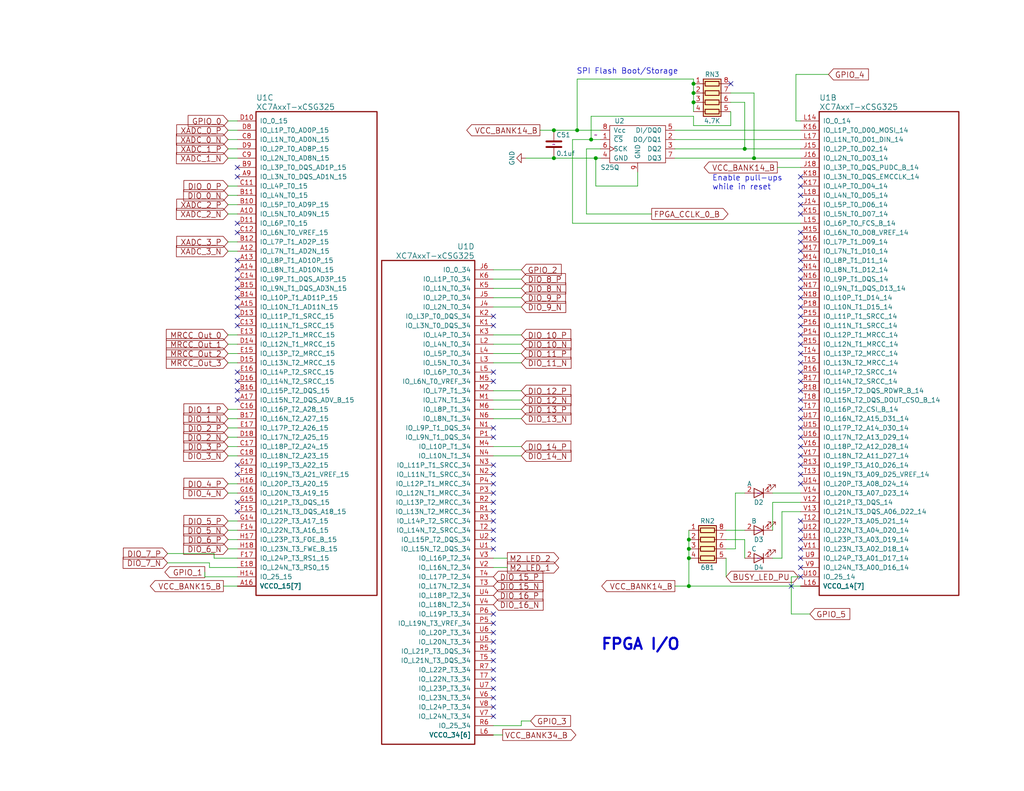
<source format=kicad_sch>
(kicad_sch (version 20250114) (generator "eeschema") (generator_version "9.0")
  (paper "A")
  (title_block (title "hFPGA") (date "2025-09-16") (rev "D") (company "Ethan Yang (github.com/ethanyangtaco115) & Stanely Wang") (comment 1 "A modification of the PicoEVB (github.com/RHSResearchLLC/PicoEVB)") (comment 2 "An expansion"))
  (lib_symbols
    (symbol "CONN_01X06_1" (pin_names (offset 1.016) (hide yes))
      (property "Reference" "J" (at 0 8.89 0))
      (property "Value" "CONN_01X06" (at 2.54 0 90))
      (symbol "CONN_01X06_1_1_1"
        (pin passive line (at -5.08 6.35 0) (length 3.81) (name "P1") (number "1"))
        (pin passive line (at -5.08 3.81 0) (length 3.81) (name "P2") (number "2"))
        (pin passive line (at -5.08 1.27 0) (length 3.81) (name "P3") (number "3"))
        (pin passive line (at -5.08 -1.27 0) (length 3.81) (name "P4") (number "4"))
        (pin passive line (at -5.08 -3.81 0) (length 3.81) (name "P5") (number "5"))
        (pin passive line (at -5.08 -6.35 0) (length 3.81) (name "P6") (number "6"))
      )
    )
    (symbol "C_1" (pin_numbers (hide yes)) (pin_names (offset 0.254))
      (property "Reference" "C" (at 0.635 2.54 0))
      (property "Value" "C" (at 0.635 -2.54 0))
      (symbol "C_1_1_1"
        (pin passive line (at 0 3.81 270) (length 2.794) (name "~") (number "1"))
        (pin passive line (at 0 -3.81 90) (length 2.794) (name "~") (number "2"))
      )
    )
    (symbol "C_2" (pin_numbers (hide yes)) (pin_names (offset 0.254))
      (property "Reference" "C" (at 0.635 2.54 0))
      (property "Value" "C" (at 0.635 -2.54 0))
      (symbol "C_2_1_1"
        (pin passive line (at 0 3.81 270) (length 2.794) (name "~") (number "1"))
        (pin passive line (at 0 -3.81 90) (length 2.794) (name "~") (number "2"))
      )
    )
    (symbol "GND_1" (power) (pin_names (offset 0))
      (property "Value" "GND" (at 0 -3.81 0))
      (symbol "GND_1_1_1"
        (pin power_in line (at 0 0 270) (length 0) (hide yes) (name "GND") (number "1"))
      )
    )
    (symbol "GND_2" (power) (pin_names (offset 0))
      (property "Value" "GND" (at 0 -3.81 0))
      (symbol "GND_2_1_1"
        (pin power_in line (at 0 0 270) (length 0) (hide yes) (name "GND") (number "1"))
      )
    )
    (symbol "GND_3" (power) (pin_names (offset 0))
      (property "Value" "GND" (at 0 -3.81 0))
      (symbol "GND_3_1_1"
        (pin power_in line (at 0 0 270) (length 0) (hide yes) (name "GND") (number "1"))
      )
    )
    (symbol "LED_1" (pin_names (offset 1.016) (hide yes))
      (property "Reference" "D" (at 0 2.54 0))
      (property "Value" "LED" (at 0 -2.54 0))
      (symbol "LED_1_1_1"
        (pin passive line (at -3.81 0 0) (length 2.54) (name "K") (number "1"))
        (pin passive line (at 3.81 0 180) (length 2.54) (name "A") (number "2"))
      )
    )
    (symbol "LED_2" (pin_names (offset 1.016) (hide yes))
      (property "Reference" "D" (at 0 2.54 0))
      (property "Value" "LED" (at 0 -2.54 0))
      (symbol "LED_2_1_1"
        (pin passive line (at -3.81 0 0) (length 2.54) (name "K") (number "1"))
        (pin passive line (at 3.81 0 180) (length 2.54) (name "A") (number "2"))
      )
    )
    (symbol "LED_3" (pin_names (offset 1.016) (hide yes))
      (property "Reference" "D" (at 0 2.54 0))
      (property "Value" "LED" (at 0 -2.54 0))
      (symbol "LED_3_1_1"
        (pin passive line (at -3.81 0 0) (length 2.54) (name "K") (number "1"))
        (pin passive line (at 3.81 0 180) (length 2.54) (name "A") (number "2"))
      )
    )
    (symbol "LED_4" (pin_names (offset 1.016) (hide yes))
      (property "Reference" "D" (at 0 2.54 0))
      (property "Value" "LED" (at 0 -2.54 0))
      (symbol "LED_4_1_1"
        (pin passive line (at -3.81 0 0) (length 2.54) (name "K") (number "1"))
        (pin passive line (at 3.81 0 180) (length 2.54) (name "A") (number "2"))
      )
    )
    (symbol "LED_5" (pin_names (offset 1.016) (hide yes))
      (property "Reference" "D" (at 0 2.54 0))
      (property "Value" "LED" (at 0 -2.54 0))
      (symbol "LED_5_1_1"
        (pin passive line (at -3.81 0 0) (length 2.54) (name "K") (number "1"))
        (pin passive line (at 3.81 0 180) (length 2.54) (name "A") (number "2"))
      )
    )
    (symbol "LED_6" (pin_names (offset 1.016) (hide yes))
      (property "Reference" "D" (at 0 2.54 0))
      (property "Value" "LED" (at 0 -2.54 0))
      (symbol "LED_6_1_1"
        (pin passive line (at -3.81 0 0) (length 2.54) (name "K") (number "1"))
        (pin passive line (at 3.81 0 180) (length 2.54) (name "A") (number "2"))
      )
    )
    (symbol "R_Pack04_1" (pin_names (offset 0) (hide yes))
      (property "Reference" "RN" (at -7.62 0 90))
      (property "Value" "R_Pack04" (at 5.08 0 90))
      (symbol "R_Pack04_1_1_1"
        (pin passive line (at -5.08 5.08 270) (length 2.54) (name "R1.2") (number "8"))
        (pin passive line (at -5.08 -5.08 90) (length 2.54) (name "R1.1") (number "1"))
        (pin passive line (at -2.54 5.08 270) (length 2.54) (name "R2.2") (number "7"))
        (pin passive line (at -2.54 -5.08 90) (length 2.54) (name "R2.1") (number "2"))
        (pin passive line (at 0 5.08 270) (length 2.54) (name "R3.2") (number "6"))
        (pin passive line (at 0 -5.08 90) (length 2.54) (name "R3.1") (number "3"))
        (pin passive line (at 2.54 5.08 270) (length 2.54) (name "R4.2") (number "5"))
        (pin passive line (at 2.54 -5.08 90) (length 2.54) (name "R4.1") (number "4"))
      )
    )
    (symbol "R_Pack04_2" (pin_names (offset 0) (hide yes))
      (property "Reference" "RN" (at -7.62 0 90))
      (property "Value" "R_Pack04" (at 5.08 0 90))
      (symbol "R_Pack04_2_1_1"
        (pin passive line (at -5.08 5.08 270) (length 2.54) (name "R1.2") (number "8"))
        (pin passive line (at -5.08 -5.08 90) (length 2.54) (name "R1.1") (number "1"))
        (pin passive line (at -2.54 5.08 270) (length 2.54) (name "R2.2") (number "7"))
        (pin passive line (at -2.54 -5.08 90) (length 2.54) (name "R2.1") (number "2"))
        (pin passive line (at 0 5.08 270) (length 2.54) (name "R3.2") (number "6"))
        (pin passive line (at 0 -5.08 90) (length 2.54) (name "R3.1") (number "3"))
        (pin passive line (at 2.54 5.08 270) (length 2.54) (name "R4.2") (number "5"))
        (pin passive line (at 2.54 -5.08 90) (length 2.54) (name "R4.1") (number "4"))
      )
    )
    (symbol "R_Pack04_3" (pin_names (offset 0) (hide yes))
      (property "Reference" "RN" (at -7.62 0 90))
      (property "Value" "R_Pack04" (at 5.08 0 90))
      (symbol "R_Pack04_3_1_1"
        (pin passive line (at -5.08 5.08 270) (length 2.54) (name "R1.2") (number "8"))
        (pin passive line (at -5.08 -5.08 90) (length 2.54) (name "R1.1") (number "1"))
        (pin passive line (at -2.54 5.08 270) (length 2.54) (name "R2.2") (number "7"))
        (pin passive line (at -2.54 -5.08 90) (length 2.54) (name "R2.1") (number "2"))
        (pin passive line (at 0 5.08 270) (length 2.54) (name "R3.2") (number "6"))
        (pin passive line (at 0 -5.08 90) (length 2.54) (name "R3.1") (number "3"))
        (pin passive line (at 2.54 5.08 270) (length 2.54) (name "R4.2") (number "5"))
        (pin passive line (at 2.54 -5.08 90) (length 2.54) (name "R4.1") (number "4"))
      )
    )
    (symbol "R_Pack04_4" (pin_names (offset 0) (hide yes))
      (property "Reference" "RN" (at -7.62 0 90))
      (property "Value" "R_Pack04" (at 5.08 0 90))
      (symbol "R_Pack04_4_1_1"
        (pin passive line (at -5.08 5.08 270) (length 2.54) (name "R1.2") (number "8"))
        (pin passive line (at -5.08 -5.08 90) (length 2.54) (name "R1.1") (number "1"))
        (pin passive line (at -2.54 5.08 270) (length 2.54) (name "R2.2") (number "7"))
        (pin passive line (at -2.54 -5.08 90) (length 2.54) (name "R2.1") (number "2"))
        (pin passive line (at 0 5.08 270) (length 2.54) (name "R3.2") (number "6"))
        (pin passive line (at 0 -5.08 90) (length 2.54) (name "R3.1") (number "3"))
        (pin passive line (at 2.54 5.08 270) (length 2.54) (name "R4.2") (number "5"))
        (pin passive line (at 2.54 -5.08 90) (length 2.54) (name "R4.1") (number "4"))
      )
    )
    (symbol "W25Q_1" (pin_names (offset 1.016))
      (property "Reference" "U" (at -3.81 2.54 0))
      (property "Value" "W25Q" (at -7.62 -10.16 0))
      (symbol "W25Q_1_1_1"
        (pin power_in line (at -7.62 0 0) (length 2.54) (name "Vcc") (number "8"))
        (pin input line (at -7.62 -2.54 0) (length 2.54) (name "~{CS}") (number "1"))
        (pin input clock (at -7.62 -5.08 0) (length 2.54) (name "SCK") (number "6"))
        (pin power_in line (at -7.62 -7.62 0) (length 2.54) (name "GND") (number "4"))
        (pin power_in line (at 2.54 -11.43 90) (length 2.54) (name "GND") (number "9"))
        (pin output line (at 12.7 0 180) (length 2.54) (name "DI/DQ0") (number "5"))
        (pin output line (at 12.7 -2.54 180) (length 2.54) (name "DO/DQ1") (number "2"))
        (pin output line (at 12.7 -5.08 180) (length 2.54) (name "DQ2") (number "3"))
        (pin output line (at 12.7 -7.62 180) (length 2.54) (name "DQ3") (number "7"))
      )
    )
    (symbol "W25Q_2" (pin_names (offset 1.016))
      (property "Reference" "U" (at -3.81 2.54 0))
      (property "Value" "W25Q" (at -7.62 -10.16 0))
      (symbol "W25Q_2_1_1"
        (pin power_in line (at -7.62 0 0) (length 2.54) (name "Vcc") (number "8"))
        (pin input line (at -7.62 -2.54 0) (length 2.54) (name "~{CS}") (number "1"))
        (pin input clock (at -7.62 -5.08 0) (length 2.54) (name "SCK") (number "6"))
        (pin power_in line (at -7.62 -7.62 0) (length 2.54) (name "GND") (number "4"))
        (pin power_in line (at 2.54 -11.43 90) (length 2.54) (name "GND") (number "9"))
        (pin output line (at 12.7 0 180) (length 2.54) (name "DI/DQ0") (number "5"))
        (pin output line (at 12.7 -2.54 180) (length 2.54) (name "DO/DQ1") (number "2"))
        (pin output line (at 12.7 -5.08 180) (length 2.54) (name "DQ2") (number "3"))
        (pin output line (at 12.7 -7.62 180) (length 2.54) (name "DQ3") (number "7"))
      )
    )
    (symbol "xc7a50tcsg325_1" (pin_names (offset 1.016))
      (property "Reference" "U" (at 1.27 3.81 0))
      (property "Value" "xc7a50tcsg325" (at 8.89 3.81 0))
      (symbol "xc7a50tcsg325_1_1_1"
        (pin power_in line (at 0 0 0) (length 5.08) (name "VCCO_0[2]") (number "E10"))
        (pin power_in line (at 0 0 0) (length 5.08) (name "VCCO_0[2]") (number "R10"))
        (pin power_in line (at 0 -2.54 0) (length 5.08) (name "VCCBATT_0") (number "E11"))
        (pin input line (at 0 -6.35 0) (length 5.08) (name "CFGBVS_0") (number "E12"))
        (pin input line (at 0 -8.89 0) (length 5.08) (name "M0_0") (number "R12"))
        (pin input line (at 0 -11.43 0) (length 5.08) (name "M1_0") (number "R11"))
        (pin input line (at 0 -13.97 0) (length 5.08) (name "M2_0") (number "F13"))
        (pin input line (at 0 -17.78 0) (length 5.08) (name "TDI_0") (number "T9"))
        (pin output line (at 0 -20.32 0) (length 5.08) (name "TDO_0") (number "T8"))
        (pin input line (at 0 -22.86 0) (length 5.08) (name "TMS_0") (number "R8"))
        (pin input line (at 0 -25.4 0) (length 5.08) (name "TCK_0") (number "F8"))
        (pin input line (at 0 -29.21 0) (length 5.08) (name "PROGRAM_B_0") (number "P10"))
        (pin input line (at 0 -31.75 0) (length 5.08) (name "INIT_B_0") (number "T10"))
        (pin output line (at 0 -34.29 0) (length 5.08) (name "DONE_0") (number "F12"))
        (pin input line (at 0 -38.1 0) (length 5.08) (name "CCLK_0") (number "E8"))
        (pin power_in line (at 36.83 0 180) (length 5.08) (name "VCCADC_0") (number "J10"))
        (pin power_in line (at 36.83 -2.54 180) (length 5.08) (name "GNDADC_0") (number "J9"))
        (pin input line (at 36.83 -5.08 180) (length 5.08) (name "VREFP_0") (number "L10"))
        (pin input line (at 36.83 -7.62 180) (length 5.08) (name "VREFN_0") (number "K9"))
        (pin input line (at 36.83 -10.16 180) (length 5.08) (name "VP_0") (number "K10"))
        (pin input line (at 36.83 -12.7 180) (length 5.08) (name "VN_0") (number "L9"))
        (pin passive line (at 36.83 -16.51 180) (length 5.08) (name "DXN_0") (number "M9"))
        (pin passive line (at 36.83 -19.05 180) (length 5.08) (name "DXP_0") (number "M10"))
      )
      (symbol "xc7a50tcsg325_1_2_1"
        (pin bidirectional line (at 0 0 0) (length 5.08) (name "IO_0_14") (number "L14"))
        (pin bidirectional line (at 0 -2.54 0) (length 5.08) (name "IO_L1P_T0_D00_MOSI_14") (number "K16"))
        (pin bidirectional line (at 0 -5.08 0) (length 5.08) (name "IO_L1N_T0_D01_DIN_14") (number "L17"))
        (pin bidirectional line (at 0 -7.62 0) (length 5.08) (name "IO_L2P_T0_D02_14") (number "J15"))
        (pin bidirectional line (at 0 -10.16 0) (length 5.08) (name "IO_L2N_T0_D03_14") (number "J16"))
        (pin bidirectional line (at 0 -12.7 0) (length 5.08) (name "IO_L3P_T0_DQS_PUDC_B_14") (number "J18"))
        (pin bidirectional line (at 0 -15.24 0) (length 5.08) (name "IO_L3N_T0_DQS_EMCCLK_14") (number "K18"))
        (pin bidirectional line (at 0 -17.78 0) (length 5.08) (name "IO_L4P_T0_D04_14") (number "K17"))
        (pin bidirectional line (at 0 -20.32 0) (length 5.08) (name "IO_L4N_T0_D05_14") (number "L18"))
        (pin bidirectional line (at 0 -22.86 0) (length 5.08) (name "IO_L5P_T0_D06_14") (number "J14"))
        (pin bidirectional line (at 0 -25.4 0) (length 5.08) (name "IO_L5N_T0_D07_14") (number "K15"))
        (pin bidirectional line (at 0 -27.94 0) (length 5.08) (name "IO_L6P_T0_FCS_B_14") (number "L15"))
        (pin bidirectional line (at 0 -30.48 0) (length 5.08) (name "IO_L6N_T0_D08_VREF_14") (number "M15"))
        (pin bidirectional line (at 0 -33.02 0) (length 5.08) (name "IO_L7P_T1_D09_14") (number "M16"))
        (pin bidirectional line (at 0 -35.56 0) (length 5.08) (name "IO_L7N_T1_D10_14") (number "M17"))
        (pin bidirectional line (at 0 -38.1 0) (length 5.08) (name "IO_L8P_T1_D11_14") (number "M14"))
        (pin bidirectional line (at 0 -40.64 0) (length 5.08) (name "IO_L8N_T1_D12_14") (number "N14"))
        (pin bidirectional line (at 0 -43.18 0) (length 5.08) (name "IO_L9P_T1_DQS_14") (number "N16"))
        (pin bidirectional line (at 0 -45.72 0) (length 5.08) (name "IO_L9N_T1_DQS_D13_14") (number "N17"))
        (pin bidirectional line (at 0 -48.26 0) (length 5.08) (name "IO_L10P_T1_D14_14") (number "N18"))
        (pin bidirectional line (at 0 -50.8 0) (length 5.08) (name "IO_L10N_T1_D15_14") (number "P18"))
        (pin bidirectional line (at 0 -53.34 0) (length 5.08) (name "IO_L11P_T1_SRCC_14") (number "P15"))
        (pin bidirectional line (at 0 -55.88 0) (length 5.08) (name "IO_L11N_T1_SRCC_14") (number "P16"))
        (pin bidirectional line (at 0 -58.42 0) (length 5.08) (name "IO_L12P_T1_MRCC_14") (number "P14"))
        (pin bidirectional line (at 0 -60.96 0) (length 5.08) (name "IO_L12N_T1_MRCC_14") (number "R15"))
        (pin bidirectional line (at 0 -63.5 0) (length 5.08) (name "IO_L13P_T2_MRCC_14") (number "T14"))
        (pin bidirectional line (at 0 -66.04 0) (length 5.08) (name "IO_L13N_T2_MRCC_14") (number "T15"))
        (pin bidirectional line (at 0 -68.58 0) (length 5.08) (name "IO_L14P_T2_SRCC_14") (number "R16"))
        (pin bidirectional line (at 0 -71.12 0) (length 5.08) (name "IO_L14N_T2_SRCC_14") (number "R17"))
        (pin bidirectional line (at 0 -73.66 0) (length 5.08) (name "IO_L15P_T2_DQS_RDWR_B_14") (number "R18"))
        (pin bidirectional line (at 0 -76.2 0) (length 5.08) (name "IO_L15N_T2_DQS_DOUT_CSO_B_14") (number "T18"))
        (pin bidirectional line (at 0 -78.74 0) (length 5.08) (name "IO_L16P_T2_CSI_B_14") (number "T17"))
        (pin bidirectional line (at 0 -81.28 0) (length 5.08) (name "IO_L16N_T2_A15_D31_14") (number "U17"))
        (pin bidirectional line (at 0 -83.82 0) (length 5.08) (name "IO_L17P_T2_A14_D30_14") (number "U15"))
        (pin bidirectional line (at 0 -86.36 0) (length 5.08) (name "IO_L17N_T2_A13_D29_14") (number "U16"))
        (pin bidirectional line (at 0 -88.9 0) (length 5.08) (name "IO_L18P_T2_A12_D28_14") (number "V16"))
        (pin bidirectional line (at 0 -91.44 0) (length 5.08) (name "IO_L18N_T2_A11_D27_14") (number "V17"))
        (pin bidirectional line (at 0 -93.98 0) (length 5.08) (name "IO_L19P_T3_A10_D26_14") (number "R13"))
        (pin bidirectional line (at 0 -96.52 0) (length 5.08) (name "IO_L19N_T3_A09_D25_VREF_14") (number "T13"))
        (pin bidirectional line (at 0 -99.06 0) (length 5.08) (name "IO_L20P_T3_A08_D24_14") (number "U14"))
        (pin bidirectional line (at 0 -101.6 0) (length 5.08) (name "IO_L20N_T3_A07_D23_14") (number "V14"))
        (pin bidirectional line (at 0 -104.14 0) (length 5.08) (name "IO_L21P_T3_DQS_14") (number "V12"))
        (pin bidirectional line (at 0 -106.68 0) (length 5.08) (name "IO_L21N_T3_DQS_A06_D22_14") (number "V13"))
        (pin bidirectional line (at 0 -109.22 0) (length 5.08) (name "IO_L22P_T3_A05_D21_14") (number "T12"))
        (pin bidirectional line (at 0 -111.76 0) (length 5.08) (name "IO_L22N_T3_A04_D20_14") (number "U12"))
        (pin bidirectional line (at 0 -114.3 0) (length 5.08) (name "IO_L23P_T3_A03_D19_14") (number "U11"))
        (pin bidirectional line (at 0 -116.84 0) (length 5.08) (name "IO_L23N_T3_A02_D18_14") (number "V11"))
        (pin bidirectional line (at 0 -119.38 0) (length 5.08) (name "IO_L24P_T3_A01_D17_14") (number "U9"))
        (pin bidirectional line (at 0 -121.92 0) (length 5.08) (name "IO_L24N_T3_A00_D16_14") (number "V9"))
        (pin bidirectional line (at 0 -124.46 0) (length 5.08) (name "IO_25_14") (number "U10"))
        (pin power_in line (at 0 -127 0) (length 5.08) (name "VCCO_14[7]") (number "L16"))
        (pin power_in line (at 0 -127 0) (length 5.08) (name "VCCO_14[7]") (number "P17"))
        (pin power_in line (at 0 -127 0) (length 5.08) (name "VCCO_14[7]") (number "R14"))
        (pin power_in line (at 0 -127 0) (length 5.08) (name "VCCO_14[7]") (number "T11"))
        (pin power_in line (at 0 -127 0) (length 5.08) (name "VCCO_14[7]") (number "U18"))
        (pin power_in line (at 0 -127 0) (length 5.08) (name "VCCO_14[7]") (number "U8"))
        (pin power_in line (at 0 -127 0) (length 5.08) (name "VCCO_14[7]") (number "V15"))
      )
      (symbol "xc7a50tcsg325_1_3_1"
        (pin bidirectional line (at 0 0 0) (length 5.08) (name "IO_0_15") (number "D10"))
        (pin bidirectional line (at 0 -2.54 0) (length 5.08) (name "IO_L1P_T0_AD0P_15") (number "D8"))
        (pin bidirectional line (at 0 -5.08 0) (length 5.08) (name "IO_L1N_T0_AD0N_15") (number "C8"))
        (pin bidirectional line (at 0 -7.62 0) (length 5.08) (name "IO_L2P_T0_AD8P_15") (number "D9"))
        (pin bidirectional line (at 0 -10.16 0) (length 5.08) (name "IO_L2N_T0_AD8N_15") (number "C9"))
        (pin bidirectional line (at 0 -12.7 0) (length 5.08) (name "IO_L3P_T0_DQS_AD1P_15") (number "B9"))
        (pin bidirectional line (at 0 -15.24 0) (length 5.08) (name "IO_L3N_T0_DQS_AD1N_15") (number "A9"))
        (pin bidirectional line (at 0 -17.78 0) (length 5.08) (name "IO_L4P_T0_15") (number "C11"))
        (pin bidirectional line (at 0 -20.32 0) (length 5.08) (name "IO_L4N_T0_15") (number "B11"))
        (pin bidirectional line (at 0 -22.86 0) (length 5.08) (name "IO_L5P_T0_AD9P_15") (number "B10"))
        (pin bidirectional line (at 0 -25.4 0) (length 5.08) (name "IO_L5N_T0_AD9N_15") (number "A10"))
        (pin bidirectional line (at 0 -27.94 0) (length 5.08) (name "IO_L6P_T0_15") (number "D11"))
        (pin bidirectional line (at 0 -30.48 0) (length 5.08) (name "IO_L6N_T0_VREF_15") (number "C12"))
        (pin bidirectional line (at 0 -33.02 0) (length 5.08) (name "IO_L7P_T1_AD2P_15") (number "B12"))
        (pin bidirectional line (at 0 -35.56 0) (length 5.08) (name "IO_L7N_T1_AD2N_15") (number "A12"))
        (pin bidirectional line (at 0 -38.1 0) (length 5.08) (name "IO_L8P_T1_AD10P_15") (number "A13"))
        (pin bidirectional line (at 0 -40.64 0) (length 5.08) (name "IO_L8N_T1_AD10N_15") (number "A14"))
        (pin bidirectional line (at 0 -43.18 0) (length 5.08) (name "IO_L9P_T1_DQS_AD3P_15") (number "C14"))
        (pin bidirectional line (at 0 -45.72 0) (length 5.08) (name "IO_L9N_T1_DQS_AD3N_15") (number "B15"))
        (pin bidirectional line (at 0 -48.26 0) (length 5.08) (name "IO_L10P_T1_AD11P_15") (number "B14"))
        (pin bidirectional line (at 0 -50.8 0) (length 5.08) (name "IO_L10N_T1_AD11N_15") (number "A15"))
        (pin bidirectional line (at 0 -53.34 0) (length 5.08) (name "IO_L11P_T1_SRCC_15") (number "D13"))
        (pin bidirectional line (at 0 -55.88 0) (length 5.08) (name "IO_L11N_T1_SRCC_15") (number "C13"))
        (pin bidirectional line (at 0 -58.42 0) (length 5.08) (name "IO_L12P_T1_MRCC_15") (number "E13"))
        (pin bidirectional line (at 0 -60.96 0) (length 5.08) (name "IO_L12N_T1_MRCC_15") (number "D14"))
        (pin bidirectional line (at 0 -63.5 0) (length 5.08) (name "IO_L13P_T2_MRCC_15") (number "E15"))
        (pin bidirectional line (at 0 -66.04 0) (length 5.08) (name "IO_L13N_T2_MRCC_15") (number "D15"))
        (pin bidirectional line (at 0 -68.58 0) (length 5.08) (name "IO_L14P_T2_SRCC_15") (number "E16"))
        (pin bidirectional line (at 0 -71.12 0) (length 5.08) (name "IO_L14N_T2_SRCC_15") (number "D16"))
        (pin bidirectional line (at 0 -73.66 0) (length 5.08) (name "IO_L15P_T2_DQS_15") (number "B16"))
        (pin bidirectional line (at 0 -76.2 0) (length 5.08) (name "IO_L15N_T2_DQS_ADV_B_15") (number "A17"))
        (pin bidirectional line (at 0 -78.74 0) (length 5.08) (name "IO_L16P_T2_A28_15") (number "C16"))
        (pin bidirectional line (at 0 -81.28 0) (length 5.08) (name "IO_L16N_T2_A27_15") (number "B17"))
        (pin bidirectional line (at 0 -83.82 0) (length 5.08) (name "IO_L17P_T2_A26_15") (number "E17"))
        (pin bidirectional line (at 0 -86.36 0) (length 5.08) (name "IO_L17N_T2_A25_15") (number "D18"))
        (pin bidirectional line (at 0 -88.9 0) (length 5.08) (name "IO_L18P_T2_A24_15") (number "C17"))
        (pin bidirectional line (at 0 -91.44 0) (length 5.08) (name "IO_L18N_T2_A23_15") (number "C18"))
        (pin bidirectional line (at 0 -93.98 0) (length 5.08) (name "IO_L19P_T3_A22_15") (number "G17"))
        (pin bidirectional line (at 0 -96.52 0) (length 5.08) (name "IO_L19N_T3_A21_VREF_15") (number "F18"))
        (pin bidirectional line (at 0 -99.06 0) (length 5.08) (name "IO_L20P_T3_A20_15") (number "H16"))
        (pin bidirectional line (at 0 -101.6 0) (length 5.08) (name "IO_L20N_T3_A19_15") (number "G16"))
        (pin bidirectional line (at 0 -104.14 0) (length 5.08) (name "IO_L21P_T3_DQS_15") (number "G15"))
        (pin bidirectional line (at 0 -106.68 0) (length 5.08) (name "IO_L21N_T3_DQS_A18_15") (number "F15"))
        (pin bidirectional line (at 0 -109.22 0) (length 5.08) (name "IO_L22P_T3_A17_15") (number "G14"))
        (pin bidirectional line (at 0 -111.76 0) (length 5.08) (name "IO_L22N_T3_A16_15") (number "F14"))
        (pin bidirectional line (at 0 -114.3 0) (length 5.08) (name "IO_L23P_T3_FOE_B_15") (number "H17"))
        (pin bidirectional line (at 0 -116.84 0) (length 5.08) (name "IO_L23N_T3_FWE_B_15") (number "H18"))
        (pin bidirectional line (at 0 -119.38 0) (length 5.08) (name "IO_L24P_T3_RS1_15") (number "F17"))
        (pin bidirectional line (at 0 -121.92 0) (length 5.08) (name "IO_L24N_T3_RS0_15") (number "E18"))
        (pin bidirectional line (at 0 -124.46 0) (length 5.08) (name "IO_25_15") (number "H14"))
        (pin power_in line (at 0 -127 0) (length 5.08) (name "VCCO_15[7]") (number "A16"))
        (pin power_in line (at 0 -127 0) (length 5.08) (name "VCCO_15[7]") (number "B13"))
        (pin power_in line (at 0 -127 0) (length 5.08) (name "VCCO_15[7]") (number "C10"))
        (pin power_in line (at 0 -127 0) (length 5.08) (name "VCCO_15[7]") (number "D17"))
        (pin power_in line (at 0 -127 0) (length 5.08) (name "VCCO_15[7]") (number "E14"))
        (pin power_in line (at 0 -127 0) (length 5.08) (name "VCCO_15[7]") (number "G18"))
        (pin power_in line (at 0 -127 0) (length 5.08) (name "VCCO_15[7]") (number "H15"))
      )
      (symbol "xc7a50tcsg325_1_4_1"
        (pin bidirectional line (at 0 0 0) (length 5.08) (name "IO_0_34") (number "J6"))
        (pin bidirectional line (at 0 -2.54 0) (length 5.08) (name "IO_L1P_T0_34") (number "K6"))
        (pin bidirectional line (at 0 -5.08 0) (length 5.08) (name "IO_L1N_T0_34") (number "K5"))
        (pin bidirectional line (at 0 -7.62 0) (length 5.08) (name "IO_L2P_T0_34") (number "J5"))
        (pin bidirectional line (at 0 -10.16 0) (length 5.08) (name "IO_L2N_T0_34") (number "J4"))
        (pin bidirectional line (at 0 -12.7 0) (length 5.08) (name "IO_L3P_T0_DQS_34") (number "K2"))
        (pin bidirectional line (at 0 -15.24 0) (length 5.08) (name "IO_L3N_T0_DQS_34") (number "K1"))
        (pin bidirectional line (at 0 -17.78 0) (length 5.08) (name "IO_L4P_T0_34") (number "K3"))
        (pin bidirectional line (at 0 -20.32 0) (length 5.08) (name "IO_L4N_T0_34") (number "L2"))
        (pin bidirectional line (at 0 -22.86 0) (length 5.08) (name "IO_L5P_T0_34") (number "L4"))
        (pin bidirectional line (at 0 -25.4 0) (length 5.08) (name "IO_L5N_T0_34") (number "L3"))
        (pin bidirectional line (at 0 -27.94 0) (length 5.08) (name "IO_L6P_T0_34") (number "L5"))
        (pin bidirectional line (at 0 -30.48 0) (length 5.08) (name "IO_L6N_T0_VREF_34") (number "M5"))
        (pin bidirectional line (at 0 -33.02 0) (length 5.08) (name "IO_L7P_T1_34") (number "M2"))
        (pin bidirectional line (at 0 -35.56 0) (length 5.08) (name "IO_L7N_T1_34") (number "M1"))
        (pin bidirectional line (at 0 -38.1 0) (length 5.08) (name "IO_L8P_T1_34") (number "M6"))
        (pin bidirectional line (at 0 -40.64 0) (length 5.08) (name "IO_L8N_T1_34") (number "N6"))
        (pin bidirectional line (at 0 -43.18 0) (length 5.08) (name "IO_L9P_T1_DQS_34") (number "N1"))
        (pin bidirectional line (at 0 -45.72 0) (length 5.08) (name "IO_L9N_T1_DQS_34") (number "P1"))
        (pin bidirectional line (at 0 -48.26 0) (length 5.08) (name "IO_L10P_T1_34") (number "M4"))
        (pin bidirectional line (at 0 -50.8 0) (length 5.08) (name "IO_L10N_T1_34") (number "N4"))
        (pin bidirectional line (at 0 -53.34 0) (length 5.08) (name "IO_L11P_T1_SRCC_34") (number "N3"))
        (pin bidirectional line (at 0 -55.88 0) (length 5.08) (name "IO_L11N_T1_SRCC_34") (number "N2"))
        (pin bidirectional line (at 0 -58.42 0) (length 5.08) (name "IO_L12P_T1_MRCC_34") (number "P4"))
        (pin bidirectional line (at 0 -60.96 0) (length 5.08) (name "IO_L12N_T1_MRCC_34") (number "P3"))
        (pin bidirectional line (at 0 -63.5 0) (length 5.08) (name "IO_L13P_T2_MRCC_34") (number "R2"))
        (pin bidirectional line (at 0 -66.04 0) (length 5.08) (name "IO_L13N_T2_MRCC_34") (number "R1"))
        (pin bidirectional line (at 0 -68.58 0) (length 5.08) (name "IO_L14P_T2_SRCC_34") (number "R3"))
        (pin bidirectional line (at 0 -71.12 0) (length 5.08) (name "IO_L14N_T2_SRCC_34") (number "T2"))
        (pin bidirectional line (at 0 -73.66 0) (length 5.08) (name "IO_L15P_T2_DQS_34") (number "U2"))
        (pin bidirectional line (at 0 -76.2 0) (length 5.08) (name "IO_L15N_T2_DQS_34") (number "U1"))
        (pin bidirectional line (at 0 -78.74 0) (length 5.08) (name "IO_L16P_T2_34") (number "V3"))
        (pin bidirectional line (at 0 -81.28 0) (length 5.08) (name "IO_L16N_T2_34") (number "V2"))
        (pin bidirectional line (at 0 -83.82 0) (length 5.08) (name "IO_L17P_T2_34") (number "T4"))
        (pin bidirectional line (at 0 -86.36 0) (length 5.08) (name "IO_L17N_T2_34") (number "T3"))
        (pin bidirectional line (at 0 -88.9 0) (length 5.08) (name "IO_L18P_T2_34") (number "U4"))
        (pin bidirectional line (at 0 -91.44 0) (length 5.08) (name "IO_L18N_T2_34") (number "V4"))
        (pin bidirectional line (at 0 -93.98 0) (length 5.08) (name "IO_L19P_T3_34") (number "P6"))
        (pin bidirectional line (at 0 -96.52 0) (length 5.08) (name "IO_L19N_T3_VREF_34") (number "P5"))
        (pin bidirectional line (at 0 -99.06 0) (length 5.08) (name "IO_L20P_T3_34") (number "U6"))
        (pin bidirectional line (at 0 -101.6 0) (length 5.08) (name "IO_L20N_T3_34") (number "U5"))
        (pin bidirectional line (at 0 -104.14 0) (length 5.08) (name "IO_L21P_T3_DQS_34") (number "R5"))
        (pin bidirectional line (at 0 -106.68 0) (length 5.08) (name "IO_L21N_T3_DQS_34") (number "T5"))
        (pin bidirectional line (at 0 -109.22 0) (length 5.08) (name "IO_L22P_T3_34") (number "R7"))
        (pin bidirectional line (at 0 -111.76 0) (length 5.08) (name "IO_L22N_T3_34") (number "T7"))
        (pin bidirectional line (at 0 -114.3 0) (length 5.08) (name "IO_L23P_T3_34") (number "U7"))
        (pin bidirectional line (at 0 -116.84 0) (length 5.08) (name "IO_L23N_T3_34") (number "V6"))
        (pin bidirectional line (at 0 -119.38 0) (length 5.08) (name "IO_L24P_T3_34") (number "V8"))
        (pin bidirectional line (at 0 -121.92 0) (length 5.08) (name "IO_L24N_T3_34") (number "V7"))
        (pin bidirectional line (at 0 -124.46 0) (length 5.08) (name "IO_25_34") (number "R6"))
        (pin power_in line (at 0 -127 0) (length 5.08) (name "VCCO_34[6]") (number "L6"))
        (pin power_in line (at 0 -127 0) (length 5.08) (name "VCCO_34[6]") (number "M3"))
        (pin power_in line (at 0 -127 0) (length 5.08) (name "VCCO_34[6]") (number "P7"))
        (pin power_in line (at 0 -127 0) (length 5.08) (name "VCCO_34[6]") (number "R4"))
        (pin power_in line (at 0 -127 0) (length 5.08) (name "VCCO_34[6]") (number "T1"))
        (pin power_in line (at 0 -127 0) (length 5.08) (name "VCCO_34[6]") (number "V5"))
      )
      (symbol "xc7a50tcsg325_1_5_1"
        (pin passive line (at 0 0 0) (length 5.08) (name "MGTRREF_216") (number "A6"))
        (pin input line (at 0 -3.81 0) (length 5.08) (name "MGTREFCLK0P_216") (number "D6"))
        (pin input line (at 0 -6.35 0) (length 5.08) (name "MGTREFCLK0N_216") (number "D5"))
        (pin input line (at 0 -8.89 0) (length 5.08) (name "MGTREFCLK1P_216") (number "B6"))
        (pin input line (at 0 -11.43 0) (length 5.08) (name "MGTREFCLK1N_216") (number "B5"))
        (pin input line (at 0 -15.24 0) (length 5.08) (name "MGTPRXP0_216") (number "E4"))
        (pin input line (at 0 -17.78 0) (length 5.08) (name "MGTPRXN0_216") (number "E3"))
        (pin input line (at 0 -20.32 0) (length 5.08) (name "MGTPRXP1_216") (number "A4"))
        (pin input line (at 0 -22.86 0) (length 5.08) (name "MGTPRXN1_216") (number "A3"))
        (pin input line (at 0 -25.4 0) (length 5.08) (name "MGTPRXP2_216") (number "C4"))
        (pin input line (at 0 -27.94 0) (length 5.08) (name "MGTPRXN2_216") (number "C3"))
        (pin input line (at 0 -30.48 0) (length 5.08) (name "MGTPRXP3_216") (number "G4"))
        (pin input line (at 0 -33.02 0) (length 5.08) (name "MGTPRXN3_216") (number "G3"))
        (pin output line (at 45.72 -15.24 180) (length 5.08) (name "MGTPTXP0_216") (number "H2"))
        (pin output line (at 45.72 -17.78 180) (length 5.08) (name "MGTPTXN0_216") (number "H1"))
        (pin output line (at 45.72 -20.32 180) (length 5.08) (name "MGTPTXP1_216") (number "F2"))
        (pin output line (at 45.72 -22.86 180) (length 5.08) (name "MGTPTXN1_216") (number "F1"))
        (pin output line (at 45.72 -25.4 180) (length 5.08) (name "MGTPTXP2_216") (number "D2"))
        (pin output line (at 45.72 -27.94 180) (length 5.08) (name "MGTPTXN2_216") (number "D1"))
        (pin output line (at 45.72 -30.48 180) (length 5.08) (name "MGTPTXP3_216") (number "B2"))
        (pin output line (at 45.72 -33.02 180) (length 5.08) (name "MGTPTXN3_216") (number "B1"))
      )
      (symbol "xc7a50tcsg325_1_6_1"
        (pin power_in line (at 0 0 0) (length 5.08) (name "VCCAUX[5]") (number "G12"))
        (pin power_in line (at 0 0 0) (length 5.08) (name "VCCAUX[5]") (number "H13"))
        (pin power_in line (at 0 0 0) (length 5.08) (name "VCCAUX[5]") (number "K13"))
        (pin power_in line (at 0 0 0) (length 5.08) (name "VCCAUX[5]") (number "M13"))
        (pin power_in line (at 0 0 0) (length 5.08) (name "VCCAUX[5]") (number "P13"))
        (pin power_in line (at 0 -2.54 0) (length 5.08) (name "VCCINT[18]") (number "F7"))
        (pin power_in line (at 0 -2.54 0) (length 5.08) (name "VCCINT[18]") (number "F9"))
        (pin power_in line (at 0 -2.54 0) (length 5.08) (name "VCCINT[18]") (number "G8"))
        (pin power_in line (at 0 -2.54 0) (length 5.08) (name "VCCINT[18]") (number "H7"))
        (pin power_in line (at 0 -2.54 0) (length 5.08) (name "VCCINT[18]") (number "H9"))
        (pin power_in line (at 0 -2.54 0) (length 5.08) (name "VCCINT[18]") (number "J12"))
        (pin power_in line (at 0 -2.54 0) (length 5.08) (name "VCCINT[18]") (number "J8"))
        (pin power_in line (at 0 -2.54 0) (length 5.08) (name "VCCINT[18]") (number "K11"))
        (pin power_in line (at 0 -2.54 0) (length 5.08) (name "VCCINT[18]") (number "K7"))
        (pin power_in line (at 0 -2.54 0) (length 5.08) (name "VCCINT[18]") (number "L12"))
        (pin power_in line (at 0 -2.54 0) (length 5.08) (name "VCCINT[18]") (number "L8"))
        (pin power_in line (at 0 -2.54 0) (length 5.08) (name "VCCINT[18]") (number "M11"))
        (pin power_in line (at 0 -2.54 0) (length 5.08) (name "VCCINT[18]") (number "M7"))
        (pin power_in line (at 0 -2.54 0) (length 5.08) (name "VCCINT[18]") (number "N10"))
        (pin power_in line (at 0 -2.54 0) (length 5.08) (name "VCCINT[18]") (number "N12"))
        (pin power_in line (at 0 -2.54 0) (length 5.08) (name "VCCINT[18]") (number "N8"))
        (pin power_in line (at 0 -2.54 0) (length 5.08) (name "VCCINT[18]") (number "P11"))
        (pin power_in line (at 0 -2.54 0) (length 5.08) (name "VCCINT[18]") (number "P9"))
        (pin power_in line (at 0 -5.08 0) (length 5.08) (name "GND[75]") (number "A1"))
        (pin power_in line (at 0 -5.08 0) (length 5.08) (name "GND[75]") (number "A11"))
        (pin power_in line (at 0 -5.08 0) (length 5.08) (name "GND[75]") (number "A18"))
        (pin power_in line (at 0 -5.08 0) (length 5.08) (name "GND[75]") (number "A5"))
        (pin power_in line (at 0 -5.08 0) (length 5.08) (name "GND[75]") (number "A7"))
        (pin power_in line (at 0 -5.08 0) (length 5.08) (name "GND[75]") (number "A8"))
        (pin power_in line (at 0 -5.08 0) (length 5.08) (name "GND[75]") (number "B18"))
        (pin power_in line (at 0 -5.08 0) (length 5.08) (name "GND[75]") (number "B3"))
        (pin power_in line (at 0 -5.08 0) (length 5.08) (name "GND[75]") (number "B7"))
        (pin power_in line (at 0 -5.08 0) (length 5.08) (name "GND[75]") (number "B8"))
        (pin power_in line (at 0 -5.08 0) (length 5.08) (name "GND[75]") (number "C15"))
        (pin power_in line (at 0 -5.08 0) (length 5.08) (name "GND[75]") (number "C2"))
        (pin power_in line (at 0 -5.08 0) (length 5.08) (name "GND[75]") (number "C6"))
        (pin power_in line (at 0 -5.08 0) (length 5.08) (name "GND[75]") (number "C7"))
        (pin power_in line (at 0 -5.08 0) (length 5.08) (name "GND[75]") (number "D12"))
        (pin power_in line (at 0 -5.08 0) (length 5.08) (name "GND[75]") (number "D3"))
        (pin power_in line (at 0 -5.08 0) (length 5.08) (name "GND[75]") (number "D4"))
        (pin power_in line (at 0 -5.08 0) (length 5.08) (name "GND[75]") (number "D7"))
        (pin power_in line (at 0 -5.08 0) (length 5.08) (name "GND[75]") (number "E2"))
        (pin power_in line (at 0 -5.08 0) (length 5.08) (name "GND[75]") (number "E6"))
        (pin power_in line (at 0 -5.08 0) (length 5.08) (name "GND[75]") (number "E7"))
        (pin power_in line (at 0 -5.08 0) (length 5.08) (name "GND[75]") (number "E9"))
        (pin power_in line (at 0 -5.08 0) (length 5.08) (name "GND[75]") (number "F10"))
        (pin power_in line (at 0 -5.08 0) (length 5.08) (name "GND[75]") (number "F16"))
        (pin power_in line (at 0 -5.08 0) (length 5.08) (name "GND[75]") (number "F4"))
        (pin power_in line (at 0 -5.08 0) (length 5.08) (name "GND[75]") (number "F6"))
        (pin power_in line (at 0 -5.08 0) (length 5.08) (name "GND[75]") (number "G1"))
        (pin power_in line (at 0 -5.08 0) (length 5.08) (name "GND[75]") (number "G11"))
        (pin power_in line (at 0 -5.08 0) (length 5.08) (name "GND[75]") (number "G13"))
        (pin power_in line (at 0 -5.08 0) (length 5.08) (name "GND[75]") (number "G5"))
        (pin power_in line (at 0 -5.08 0) (length 5.08) (name "GND[75]") (number "G6"))
        (pin power_in line (at 0 -5.08 0) (length 5.08) (name "GND[75]") (number "G7"))
        (pin power_in line (at 0 -5.08 0) (length 5.08) (name "GND[75]") (number "G9"))
        (pin power_in line (at 0 -5.08 0) (length 5.08) (name "GND[75]") (number "H10"))
        (pin power_in line (at 0 -5.08 0) (length 5.08) (name "GND[75]") (number "H12"))
        (pin power_in line (at 0 -5.08 0) (length 5.08) (name "GND[75]") (number "H3"))
        (pin power_in line (at 0 -5.08 0) (length 5.08) (name "GND[75]") (number "H4"))
        (pin power_in line (at 0 -5.08 0) (length 5.08) (name "GND[75]") (number "H5"))
        (pin power_in line (at 0 -5.08 0) (length 5.08) (name "GND[75]") (number "H6"))
        (pin power_in line (at 0 -5.08 0) (length 5.08) (name "GND[75]") (number "H8"))
        (pin power_in line (at 0 -5.08 0) (length 5.08) (name "GND[75]") (number "J1"))
        (pin power_in line (at 0 -5.08 0) (length 5.08) (name "GND[75]") (number "J11"))
        (pin power_in line (at 0 -5.08 0) (length 5.08) (name "GND[75]") (number "J13"))
        (pin power_in line (at 0 -5.08 0) (length 5.08) (name "GND[75]") (number "J17"))
        (pin power_in line (at 0 -5.08 0) (length 5.08) (name "GND[75]") (number "J2"))
        (pin power_in line (at 0 -5.08 0) (length 5.08) (name "GND[75]") (number "J3"))
        (pin power_in line (at 0 -5.08 0) (length 5.08) (name "GND[75]") (number "J7"))
        (pin power_in line (at 0 -5.08 0) (length 5.08) (name "GND[75]") (number "K12"))
        (pin power_in line (at 0 -5.08 0) (length 5.08) (name "GND[75]") (number "K14"))
        (pin power_in line (at 0 -5.08 0) (length 5.08) (name "GND[75]") (number "K4"))
        (pin power_in line (at 0 -5.08 0) (length 5.08) (name "GND[75]") (number "K8"))
        (pin power_in line (at 0 -5.08 0) (length 5.08) (name "GND[75]") (number "L1"))
        (pin power_in line (at 0 -5.08 0) (length 5.08) (name "GND[75]") (number "L11"))
        (pin power_in line (at 0 -5.08 0) (length 5.08) (name "GND[75]") (number "L13"))
        (pin power_in line (at 0 -5.08 0) (length 5.08) (name "GND[75]") (number "L7"))
        (pin power_in line (at 0 -5.08 0) (length 5.08) (name "GND[75]") (number "M12"))
        (pin power_in line (at 0 -5.08 0) (length 5.08) (name "GND[75]") (number "M18"))
        (pin power_in line (at 0 -5.08 0) (length 5.08) (name "GND[75]") (number "M8"))
        (pin power_in line (at 0 -5.08 0) (length 5.08) (name "GND[75]") (number "N11"))
        (pin power_in line (at 0 -5.08 0) (length 5.08) (name "GND[75]") (number "N13"))
        (pin power_in line (at 0 -5.08 0) (length 5.08) (name "GND[75]") (number "N15"))
        (pin power_in line (at 0 -5.08 0) (length 5.08) (name "GND[75]") (number "N5"))
        (pin power_in line (at 0 -5.08 0) (length 5.08) (name "GND[75]") (number "N7"))
        (pin power_in line (at 0 -5.08 0) (length 5.08) (name "GND[75]") (number "N9"))
        (pin power_in line (at 0 -5.08 0) (length 5.08) (name "GND[75]") (number "P12"))
        (pin power_in line (at 0 -5.08 0) (length 5.08) (name "GND[75]") (number "P2"))
        (pin power_in line (at 0 -5.08 0) (length 5.08) (name "GND[75]") (number "P8"))
        (pin power_in line (at 0 -5.08 0) (length 5.08) (name "GND[75]") (number "R9"))
        (pin power_in line (at 0 -5.08 0) (length 5.08) (name "GND[75]") (number "T16"))
        (pin power_in line (at 0 -5.08 0) (length 5.08) (name "GND[75]") (number "T6"))
        (pin power_in line (at 0 -5.08 0) (length 5.08) (name "GND[75]") (number "U13"))
        (pin power_in line (at 0 -5.08 0) (length 5.08) (name "GND[75]") (number "U3"))
        (pin power_in line (at 0 -5.08 0) (length 5.08) (name "GND[75]") (number "V1"))
        (pin power_in line (at 0 -5.08 0) (length 5.08) (name "GND[75]") (number "V10"))
        (pin power_in line (at 0 -5.08 0) (length 5.08) (name "GND[75]") (number "V18"))
        (pin power_in line (at 0 -7.62 0) (length 5.08) (name "VCCBRAM[3]") (number "F11"))
        (pin power_in line (at 0 -7.62 0) (length 5.08) (name "VCCBRAM[3]") (number "G10"))
        (pin power_in line (at 0 -7.62 0) (length 5.08) (name "VCCBRAM[3]") (number "H11"))
        (pin power_in line (at 0 -10.16 0) (length 5.08) (name "MGTAVCC[4]") (number "B4"))
        (pin power_in line (at 0 -10.16 0) (length 5.08) (name "MGTAVCC[4]") (number "C5"))
        (pin power_in line (at 0 -10.16 0) (length 5.08) (name "MGTAVCC[4]") (number "E5"))
        (pin power_in line (at 0 -10.16 0) (length 5.08) (name "MGTAVCC[4]") (number "F5"))
        (pin power_in line (at 0 -12.7 0) (length 5.08) (name "MGTAVTT[5]") (number "A2"))
        (pin power_in line (at 0 -12.7 0) (length 5.08) (name "MGTAVTT[5]") (number "C1"))
        (pin power_in line (at 0 -12.7 0) (length 5.08) (name "MGTAVTT[5]") (number "E1"))
        (pin power_in line (at 0 -12.7 0) (length 5.08) (name "MGTAVTT[5]") (number "F3"))
        (pin power_in line (at 0 -12.7 0) (length 5.08) (name "MGTAVTT[5]") (number "G2"))
      )
    )
    (symbol "xc7a50tcsg325_2" (pin_names (offset 1.016))
      (property "Reference" "U" (at 1.27 3.81 0))
      (property "Value" "xc7a50tcsg325" (at 8.89 3.81 0))
      (symbol "xc7a50tcsg325_2_1_1"
        (pin power_in line (at 0 0 0) (length 5.08) (name "VCCO_0[2]") (number "E10"))
        (pin power_in line (at 0 0 0) (length 5.08) (name "VCCO_0[2]") (number "R10"))
        (pin power_in line (at 0 -2.54 0) (length 5.08) (name "VCCBATT_0") (number "E11"))
        (pin input line (at 0 -6.35 0) (length 5.08) (name "CFGBVS_0") (number "E12"))
        (pin input line (at 0 -8.89 0) (length 5.08) (name "M0_0") (number "R12"))
        (pin input line (at 0 -11.43 0) (length 5.08) (name "M1_0") (number "R11"))
        (pin input line (at 0 -13.97 0) (length 5.08) (name "M2_0") (number "F13"))
        (pin input line (at 0 -17.78 0) (length 5.08) (name "TDI_0") (number "T9"))
        (pin output line (at 0 -20.32 0) (length 5.08) (name "TDO_0") (number "T8"))
        (pin input line (at 0 -22.86 0) (length 5.08) (name "TMS_0") (number "R8"))
        (pin input line (at 0 -25.4 0) (length 5.08) (name "TCK_0") (number "F8"))
        (pin input line (at 0 -29.21 0) (length 5.08) (name "PROGRAM_B_0") (number "P10"))
        (pin input line (at 0 -31.75 0) (length 5.08) (name "INIT_B_0") (number "T10"))
        (pin output line (at 0 -34.29 0) (length 5.08) (name "DONE_0") (number "F12"))
        (pin input line (at 0 -38.1 0) (length 5.08) (name "CCLK_0") (number "E8"))
        (pin power_in line (at 36.83 0 180) (length 5.08) (name "VCCADC_0") (number "J10"))
        (pin power_in line (at 36.83 -2.54 180) (length 5.08) (name "GNDADC_0") (number "J9"))
        (pin input line (at 36.83 -5.08 180) (length 5.08) (name "VREFP_0") (number "L10"))
        (pin input line (at 36.83 -7.62 180) (length 5.08) (name "VREFN_0") (number "K9"))
        (pin input line (at 36.83 -10.16 180) (length 5.08) (name "VP_0") (number "K10"))
        (pin input line (at 36.83 -12.7 180) (length 5.08) (name "VN_0") (number "L9"))
        (pin passive line (at 36.83 -16.51 180) (length 5.08) (name "DXN_0") (number "M9"))
        (pin passive line (at 36.83 -19.05 180) (length 5.08) (name "DXP_0") (number "M10"))
      )
      (symbol "xc7a50tcsg325_2_2_1"
        (pin bidirectional line (at 0 0 0) (length 5.08) (name "IO_0_14") (number "L14"))
        (pin bidirectional line (at 0 -2.54 0) (length 5.08) (name "IO_L1P_T0_D00_MOSI_14") (number "K16"))
        (pin bidirectional line (at 0 -5.08 0) (length 5.08) (name "IO_L1N_T0_D01_DIN_14") (number "L17"))
        (pin bidirectional line (at 0 -7.62 0) (length 5.08) (name "IO_L2P_T0_D02_14") (number "J15"))
        (pin bidirectional line (at 0 -10.16 0) (length 5.08) (name "IO_L2N_T0_D03_14") (number "J16"))
        (pin bidirectional line (at 0 -12.7 0) (length 5.08) (name "IO_L3P_T0_DQS_PUDC_B_14") (number "J18"))
        (pin bidirectional line (at 0 -15.24 0) (length 5.08) (name "IO_L3N_T0_DQS_EMCCLK_14") (number "K18"))
        (pin bidirectional line (at 0 -17.78 0) (length 5.08) (name "IO_L4P_T0_D04_14") (number "K17"))
        (pin bidirectional line (at 0 -20.32 0) (length 5.08) (name "IO_L4N_T0_D05_14") (number "L18"))
        (pin bidirectional line (at 0 -22.86 0) (length 5.08) (name "IO_L5P_T0_D06_14") (number "J14"))
        (pin bidirectional line (at 0 -25.4 0) (length 5.08) (name "IO_L5N_T0_D07_14") (number "K15"))
        (pin bidirectional line (at 0 -27.94 0) (length 5.08) (name "IO_L6P_T0_FCS_B_14") (number "L15"))
        (pin bidirectional line (at 0 -30.48 0) (length 5.08) (name "IO_L6N_T0_D08_VREF_14") (number "M15"))
        (pin bidirectional line (at 0 -33.02 0) (length 5.08) (name "IO_L7P_T1_D09_14") (number "M16"))
        (pin bidirectional line (at 0 -35.56 0) (length 5.08) (name "IO_L7N_T1_D10_14") (number "M17"))
        (pin bidirectional line (at 0 -38.1 0) (length 5.08) (name "IO_L8P_T1_D11_14") (number "M14"))
        (pin bidirectional line (at 0 -40.64 0) (length 5.08) (name "IO_L8N_T1_D12_14") (number "N14"))
        (pin bidirectional line (at 0 -43.18 0) (length 5.08) (name "IO_L9P_T1_DQS_14") (number "N16"))
        (pin bidirectional line (at 0 -45.72 0) (length 5.08) (name "IO_L9N_T1_DQS_D13_14") (number "N17"))
        (pin bidirectional line (at 0 -48.26 0) (length 5.08) (name "IO_L10P_T1_D14_14") (number "N18"))
        (pin bidirectional line (at 0 -50.8 0) (length 5.08) (name "IO_L10N_T1_D15_14") (number "P18"))
        (pin bidirectional line (at 0 -53.34 0) (length 5.08) (name "IO_L11P_T1_SRCC_14") (number "P15"))
        (pin bidirectional line (at 0 -55.88 0) (length 5.08) (name "IO_L11N_T1_SRCC_14") (number "P16"))
        (pin bidirectional line (at 0 -58.42 0) (length 5.08) (name "IO_L12P_T1_MRCC_14") (number "P14"))
        (pin bidirectional line (at 0 -60.96 0) (length 5.08) (name "IO_L12N_T1_MRCC_14") (number "R15"))
        (pin bidirectional line (at 0 -63.5 0) (length 5.08) (name "IO_L13P_T2_MRCC_14") (number "T14"))
        (pin bidirectional line (at 0 -66.04 0) (length 5.08) (name "IO_L13N_T2_MRCC_14") (number "T15"))
        (pin bidirectional line (at 0 -68.58 0) (length 5.08) (name "IO_L14P_T2_SRCC_14") (number "R16"))
        (pin bidirectional line (at 0 -71.12 0) (length 5.08) (name "IO_L14N_T2_SRCC_14") (number "R17"))
        (pin bidirectional line (at 0 -73.66 0) (length 5.08) (name "IO_L15P_T2_DQS_RDWR_B_14") (number "R18"))
        (pin bidirectional line (at 0 -76.2 0) (length 5.08) (name "IO_L15N_T2_DQS_DOUT_CSO_B_14") (number "T18"))
        (pin bidirectional line (at 0 -78.74 0) (length 5.08) (name "IO_L16P_T2_CSI_B_14") (number "T17"))
        (pin bidirectional line (at 0 -81.28 0) (length 5.08) (name "IO_L16N_T2_A15_D31_14") (number "U17"))
        (pin bidirectional line (at 0 -83.82 0) (length 5.08) (name "IO_L17P_T2_A14_D30_14") (number "U15"))
        (pin bidirectional line (at 0 -86.36 0) (length 5.08) (name "IO_L17N_T2_A13_D29_14") (number "U16"))
        (pin bidirectional line (at 0 -88.9 0) (length 5.08) (name "IO_L18P_T2_A12_D28_14") (number "V16"))
        (pin bidirectional line (at 0 -91.44 0) (length 5.08) (name "IO_L18N_T2_A11_D27_14") (number "V17"))
        (pin bidirectional line (at 0 -93.98 0) (length 5.08) (name "IO_L19P_T3_A10_D26_14") (number "R13"))
        (pin bidirectional line (at 0 -96.52 0) (length 5.08) (name "IO_L19N_T3_A09_D25_VREF_14") (number "T13"))
        (pin bidirectional line (at 0 -99.06 0) (length 5.08) (name "IO_L20P_T3_A08_D24_14") (number "U14"))
        (pin bidirectional line (at 0 -101.6 0) (length 5.08) (name "IO_L20N_T3_A07_D23_14") (number "V14"))
        (pin bidirectional line (at 0 -104.14 0) (length 5.08) (name "IO_L21P_T3_DQS_14") (number "V12"))
        (pin bidirectional line (at 0 -106.68 0) (length 5.08) (name "IO_L21N_T3_DQS_A06_D22_14") (number "V13"))
        (pin bidirectional line (at 0 -109.22 0) (length 5.08) (name "IO_L22P_T3_A05_D21_14") (number "T12"))
        (pin bidirectional line (at 0 -111.76 0) (length 5.08) (name "IO_L22N_T3_A04_D20_14") (number "U12"))
        (pin bidirectional line (at 0 -114.3 0) (length 5.08) (name "IO_L23P_T3_A03_D19_14") (number "U11"))
        (pin bidirectional line (at 0 -116.84 0) (length 5.08) (name "IO_L23N_T3_A02_D18_14") (number "V11"))
        (pin bidirectional line (at 0 -119.38 0) (length 5.08) (name "IO_L24P_T3_A01_D17_14") (number "U9"))
        (pin bidirectional line (at 0 -121.92 0) (length 5.08) (name "IO_L24N_T3_A00_D16_14") (number "V9"))
        (pin bidirectional line (at 0 -124.46 0) (length 5.08) (name "IO_25_14") (number "U10"))
        (pin power_in line (at 0 -127 0) (length 5.08) (name "VCCO_14[7]") (number "L16"))
        (pin power_in line (at 0 -127 0) (length 5.08) (name "VCCO_14[7]") (number "P17"))
        (pin power_in line (at 0 -127 0) (length 5.08) (name "VCCO_14[7]") (number "R14"))
        (pin power_in line (at 0 -127 0) (length 5.08) (name "VCCO_14[7]") (number "T11"))
        (pin power_in line (at 0 -127 0) (length 5.08) (name "VCCO_14[7]") (number "U18"))
        (pin power_in line (at 0 -127 0) (length 5.08) (name "VCCO_14[7]") (number "U8"))
        (pin power_in line (at 0 -127 0) (length 5.08) (name "VCCO_14[7]") (number "V15"))
      )
      (symbol "xc7a50tcsg325_2_3_1"
        (pin bidirectional line (at 0 0 0) (length 5.08) (name "IO_0_15") (number "D10"))
        (pin bidirectional line (at 0 -2.54 0) (length 5.08) (name "IO_L1P_T0_AD0P_15") (number "D8"))
        (pin bidirectional line (at 0 -5.08 0) (length 5.08) (name "IO_L1N_T0_AD0N_15") (number "C8"))
        (pin bidirectional line (at 0 -7.62 0) (length 5.08) (name "IO_L2P_T0_AD8P_15") (number "D9"))
        (pin bidirectional line (at 0 -10.16 0) (length 5.08) (name "IO_L2N_T0_AD8N_15") (number "C9"))
        (pin bidirectional line (at 0 -12.7 0) (length 5.08) (name "IO_L3P_T0_DQS_AD1P_15") (number "B9"))
        (pin bidirectional line (at 0 -15.24 0) (length 5.08) (name "IO_L3N_T0_DQS_AD1N_15") (number "A9"))
        (pin bidirectional line (at 0 -17.78 0) (length 5.08) (name "IO_L4P_T0_15") (number "C11"))
        (pin bidirectional line (at 0 -20.32 0) (length 5.08) (name "IO_L4N_T0_15") (number "B11"))
        (pin bidirectional line (at 0 -22.86 0) (length 5.08) (name "IO_L5P_T0_AD9P_15") (number "B10"))
        (pin bidirectional line (at 0 -25.4 0) (length 5.08) (name "IO_L5N_T0_AD9N_15") (number "A10"))
        (pin bidirectional line (at 0 -27.94 0) (length 5.08) (name "IO_L6P_T0_15") (number "D11"))
        (pin bidirectional line (at 0 -30.48 0) (length 5.08) (name "IO_L6N_T0_VREF_15") (number "C12"))
        (pin bidirectional line (at 0 -33.02 0) (length 5.08) (name "IO_L7P_T1_AD2P_15") (number "B12"))
        (pin bidirectional line (at 0 -35.56 0) (length 5.08) (name "IO_L7N_T1_AD2N_15") (number "A12"))
        (pin bidirectional line (at 0 -38.1 0) (length 5.08) (name "IO_L8P_T1_AD10P_15") (number "A13"))
        (pin bidirectional line (at 0 -40.64 0) (length 5.08) (name "IO_L8N_T1_AD10N_15") (number "A14"))
        (pin bidirectional line (at 0 -43.18 0) (length 5.08) (name "IO_L9P_T1_DQS_AD3P_15") (number "C14"))
        (pin bidirectional line (at 0 -45.72 0) (length 5.08) (name "IO_L9N_T1_DQS_AD3N_15") (number "B15"))
        (pin bidirectional line (at 0 -48.26 0) (length 5.08) (name "IO_L10P_T1_AD11P_15") (number "B14"))
        (pin bidirectional line (at 0 -50.8 0) (length 5.08) (name "IO_L10N_T1_AD11N_15") (number "A15"))
        (pin bidirectional line (at 0 -53.34 0) (length 5.08) (name "IO_L11P_T1_SRCC_15") (number "D13"))
        (pin bidirectional line (at 0 -55.88 0) (length 5.08) (name "IO_L11N_T1_SRCC_15") (number "C13"))
        (pin bidirectional line (at 0 -58.42 0) (length 5.08) (name "IO_L12P_T1_MRCC_15") (number "E13"))
        (pin bidirectional line (at 0 -60.96 0) (length 5.08) (name "IO_L12N_T1_MRCC_15") (number "D14"))
        (pin bidirectional line (at 0 -63.5 0) (length 5.08) (name "IO_L13P_T2_MRCC_15") (number "E15"))
        (pin bidirectional line (at 0 -66.04 0) (length 5.08) (name "IO_L13N_T2_MRCC_15") (number "D15"))
        (pin bidirectional line (at 0 -68.58 0) (length 5.08) (name "IO_L14P_T2_SRCC_15") (number "E16"))
        (pin bidirectional line (at 0 -71.12 0) (length 5.08) (name "IO_L14N_T2_SRCC_15") (number "D16"))
        (pin bidirectional line (at 0 -73.66 0) (length 5.08) (name "IO_L15P_T2_DQS_15") (number "B16"))
        (pin bidirectional line (at 0 -76.2 0) (length 5.08) (name "IO_L15N_T2_DQS_ADV_B_15") (number "A17"))
        (pin bidirectional line (at 0 -78.74 0) (length 5.08) (name "IO_L16P_T2_A28_15") (number "C16"))
        (pin bidirectional line (at 0 -81.28 0) (length 5.08) (name "IO_L16N_T2_A27_15") (number "B17"))
        (pin bidirectional line (at 0 -83.82 0) (length 5.08) (name "IO_L17P_T2_A26_15") (number "E17"))
        (pin bidirectional line (at 0 -86.36 0) (length 5.08) (name "IO_L17N_T2_A25_15") (number "D18"))
        (pin bidirectional line (at 0 -88.9 0) (length 5.08) (name "IO_L18P_T2_A24_15") (number "C17"))
        (pin bidirectional line (at 0 -91.44 0) (length 5.08) (name "IO_L18N_T2_A23_15") (number "C18"))
        (pin bidirectional line (at 0 -93.98 0) (length 5.08) (name "IO_L19P_T3_A22_15") (number "G17"))
        (pin bidirectional line (at 0 -96.52 0) (length 5.08) (name "IO_L19N_T3_A21_VREF_15") (number "F18"))
        (pin bidirectional line (at 0 -99.06 0) (length 5.08) (name "IO_L20P_T3_A20_15") (number "H16"))
        (pin bidirectional line (at 0 -101.6 0) (length 5.08) (name "IO_L20N_T3_A19_15") (number "G16"))
        (pin bidirectional line (at 0 -104.14 0) (length 5.08) (name "IO_L21P_T3_DQS_15") (number "G15"))
        (pin bidirectional line (at 0 -106.68 0) (length 5.08) (name "IO_L21N_T3_DQS_A18_15") (number "F15"))
        (pin bidirectional line (at 0 -109.22 0) (length 5.08) (name "IO_L22P_T3_A17_15") (number "G14"))
        (pin bidirectional line (at 0 -111.76 0) (length 5.08) (name "IO_L22N_T3_A16_15") (number "F14"))
        (pin bidirectional line (at 0 -114.3 0) (length 5.08) (name "IO_L23P_T3_FOE_B_15") (number "H17"))
        (pin bidirectional line (at 0 -116.84 0) (length 5.08) (name "IO_L23N_T3_FWE_B_15") (number "H18"))
        (pin bidirectional line (at 0 -119.38 0) (length 5.08) (name "IO_L24P_T3_RS1_15") (number "F17"))
        (pin bidirectional line (at 0 -121.92 0) (length 5.08) (name "IO_L24N_T3_RS0_15") (number "E18"))
        (pin bidirectional line (at 0 -124.46 0) (length 5.08) (name "IO_25_15") (number "H14"))
        (pin power_in line (at 0 -127 0) (length 5.08) (name "VCCO_15[7]") (number "A16"))
        (pin power_in line (at 0 -127 0) (length 5.08) (name "VCCO_15[7]") (number "B13"))
        (pin power_in line (at 0 -127 0) (length 5.08) (name "VCCO_15[7]") (number "C10"))
        (pin power_in line (at 0 -127 0) (length 5.08) (name "VCCO_15[7]") (number "D17"))
        (pin power_in line (at 0 -127 0) (length 5.08) (name "VCCO_15[7]") (number "E14"))
        (pin power_in line (at 0 -127 0) (length 5.08) (name "VCCO_15[7]") (number "G18"))
        (pin power_in line (at 0 -127 0) (length 5.08) (name "VCCO_15[7]") (number "H15"))
      )
      (symbol "xc7a50tcsg325_2_4_1"
        (pin bidirectional line (at 0 0 0) (length 5.08) (name "IO_0_34") (number "J6"))
        (pin bidirectional line (at 0 -2.54 0) (length 5.08) (name "IO_L1P_T0_34") (number "K6"))
        (pin bidirectional line (at 0 -5.08 0) (length 5.08) (name "IO_L1N_T0_34") (number "K5"))
        (pin bidirectional line (at 0 -7.62 0) (length 5.08) (name "IO_L2P_T0_34") (number "J5"))
        (pin bidirectional line (at 0 -10.16 0) (length 5.08) (name "IO_L2N_T0_34") (number "J4"))
        (pin bidirectional line (at 0 -12.7 0) (length 5.08) (name "IO_L3P_T0_DQS_34") (number "K2"))
        (pin bidirectional line (at 0 -15.24 0) (length 5.08) (name "IO_L3N_T0_DQS_34") (number "K1"))
        (pin bidirectional line (at 0 -17.78 0) (length 5.08) (name "IO_L4P_T0_34") (number "K3"))
        (pin bidirectional line (at 0 -20.32 0) (length 5.08) (name "IO_L4N_T0_34") (number "L2"))
        (pin bidirectional line (at 0 -22.86 0) (length 5.08) (name "IO_L5P_T0_34") (number "L4"))
        (pin bidirectional line (at 0 -25.4 0) (length 5.08) (name "IO_L5N_T0_34") (number "L3"))
        (pin bidirectional line (at 0 -27.94 0) (length 5.08) (name "IO_L6P_T0_34") (number "L5"))
        (pin bidirectional line (at 0 -30.48 0) (length 5.08) (name "IO_L6N_T0_VREF_34") (number "M5"))
        (pin bidirectional line (at 0 -33.02 0) (length 5.08) (name "IO_L7P_T1_34") (number "M2"))
        (pin bidirectional line (at 0 -35.56 0) (length 5.08) (name "IO_L7N_T1_34") (number "M1"))
        (pin bidirectional line (at 0 -38.1 0) (length 5.08) (name "IO_L8P_T1_34") (number "M6"))
        (pin bidirectional line (at 0 -40.64 0) (length 5.08) (name "IO_L8N_T1_34") (number "N6"))
        (pin bidirectional line (at 0 -43.18 0) (length 5.08) (name "IO_L9P_T1_DQS_34") (number "N1"))
        (pin bidirectional line (at 0 -45.72 0) (length 5.08) (name "IO_L9N_T1_DQS_34") (number "P1"))
        (pin bidirectional line (at 0 -48.26 0) (length 5.08) (name "IO_L10P_T1_34") (number "M4"))
        (pin bidirectional line (at 0 -50.8 0) (length 5.08) (name "IO_L10N_T1_34") (number "N4"))
        (pin bidirectional line (at 0 -53.34 0) (length 5.08) (name "IO_L11P_T1_SRCC_34") (number "N3"))
        (pin bidirectional line (at 0 -55.88 0) (length 5.08) (name "IO_L11N_T1_SRCC_34") (number "N2"))
        (pin bidirectional line (at 0 -58.42 0) (length 5.08) (name "IO_L12P_T1_MRCC_34") (number "P4"))
        (pin bidirectional line (at 0 -60.96 0) (length 5.08) (name "IO_L12N_T1_MRCC_34") (number "P3"))
        (pin bidirectional line (at 0 -63.5 0) (length 5.08) (name "IO_L13P_T2_MRCC_34") (number "R2"))
        (pin bidirectional line (at 0 -66.04 0) (length 5.08) (name "IO_L13N_T2_MRCC_34") (number "R1"))
        (pin bidirectional line (at 0 -68.58 0) (length 5.08) (name "IO_L14P_T2_SRCC_34") (number "R3"))
        (pin bidirectional line (at 0 -71.12 0) (length 5.08) (name "IO_L14N_T2_SRCC_34") (number "T2"))
        (pin bidirectional line (at 0 -73.66 0) (length 5.08) (name "IO_L15P_T2_DQS_34") (number "U2"))
        (pin bidirectional line (at 0 -76.2 0) (length 5.08) (name "IO_L15N_T2_DQS_34") (number "U1"))
        (pin bidirectional line (at 0 -78.74 0) (length 5.08) (name "IO_L16P_T2_34") (number "V3"))
        (pin bidirectional line (at 0 -81.28 0) (length 5.08) (name "IO_L16N_T2_34") (number "V2"))
        (pin bidirectional line (at 0 -83.82 0) (length 5.08) (name "IO_L17P_T2_34") (number "T4"))
        (pin bidirectional line (at 0 -86.36 0) (length 5.08) (name "IO_L17N_T2_34") (number "T3"))
        (pin bidirectional line (at 0 -88.9 0) (length 5.08) (name "IO_L18P_T2_34") (number "U4"))
        (pin bidirectional line (at 0 -91.44 0) (length 5.08) (name "IO_L18N_T2_34") (number "V4"))
        (pin bidirectional line (at 0 -93.98 0) (length 5.08) (name "IO_L19P_T3_34") (number "P6"))
        (pin bidirectional line (at 0 -96.52 0) (length 5.08) (name "IO_L19N_T3_VREF_34") (number "P5"))
        (pin bidirectional line (at 0 -99.06 0) (length 5.08) (name "IO_L20P_T3_34") (number "U6"))
        (pin bidirectional line (at 0 -101.6 0) (length 5.08) (name "IO_L20N_T3_34") (number "U5"))
        (pin bidirectional line (at 0 -104.14 0) (length 5.08) (name "IO_L21P_T3_DQS_34") (number "R5"))
        (pin bidirectional line (at 0 -106.68 0) (length 5.08) (name "IO_L21N_T3_DQS_34") (number "T5"))
        (pin bidirectional line (at 0 -109.22 0) (length 5.08) (name "IO_L22P_T3_34") (number "R7"))
        (pin bidirectional line (at 0 -111.76 0) (length 5.08) (name "IO_L22N_T3_34") (number "T7"))
        (pin bidirectional line (at 0 -114.3 0) (length 5.08) (name "IO_L23P_T3_34") (number "U7"))
        (pin bidirectional line (at 0 -116.84 0) (length 5.08) (name "IO_L23N_T3_34") (number "V6"))
        (pin bidirectional line (at 0 -119.38 0) (length 5.08) (name "IO_L24P_T3_34") (number "V8"))
        (pin bidirectional line (at 0 -121.92 0) (length 5.08) (name "IO_L24N_T3_34") (number "V7"))
        (pin bidirectional line (at 0 -124.46 0) (length 5.08) (name "IO_25_34") (number "R6"))
        (pin power_in line (at 0 -127 0) (length 5.08) (name "VCCO_34[6]") (number "L6"))
        (pin power_in line (at 0 -127 0) (length 5.08) (name "VCCO_34[6]") (number "M3"))
        (pin power_in line (at 0 -127 0) (length 5.08) (name "VCCO_34[6]") (number "P7"))
        (pin power_in line (at 0 -127 0) (length 5.08) (name "VCCO_34[6]") (number "R4"))
        (pin power_in line (at 0 -127 0) (length 5.08) (name "VCCO_34[6]") (number "T1"))
        (pin power_in line (at 0 -127 0) (length 5.08) (name "VCCO_34[6]") (number "V5"))
      )
      (symbol "xc7a50tcsg325_2_5_1"
        (pin passive line (at 0 0 0) (length 5.08) (name "MGTRREF_216") (number "A6"))
        (pin input line (at 0 -3.81 0) (length 5.08) (name "MGTREFCLK0P_216") (number "D6"))
        (pin input line (at 0 -6.35 0) (length 5.08) (name "MGTREFCLK0N_216") (number "D5"))
        (pin input line (at 0 -8.89 0) (length 5.08) (name "MGTREFCLK1P_216") (number "B6"))
        (pin input line (at 0 -11.43 0) (length 5.08) (name "MGTREFCLK1N_216") (number "B5"))
        (pin input line (at 0 -15.24 0) (length 5.08) (name "MGTPRXP0_216") (number "E4"))
        (pin input line (at 0 -17.78 0) (length 5.08) (name "MGTPRXN0_216") (number "E3"))
        (pin input line (at 0 -20.32 0) (length 5.08) (name "MGTPRXP1_216") (number "A4"))
        (pin input line (at 0 -22.86 0) (length 5.08) (name "MGTPRXN1_216") (number "A3"))
        (pin input line (at 0 -25.4 0) (length 5.08) (name "MGTPRXP2_216") (number "C4"))
        (pin input line (at 0 -27.94 0) (length 5.08) (name "MGTPRXN2_216") (number "C3"))
        (pin input line (at 0 -30.48 0) (length 5.08) (name "MGTPRXP3_216") (number "G4"))
        (pin input line (at 0 -33.02 0) (length 5.08) (name "MGTPRXN3_216") (number "G3"))
        (pin output line (at 45.72 -15.24 180) (length 5.08) (name "MGTPTXP0_216") (number "H2"))
        (pin output line (at 45.72 -17.78 180) (length 5.08) (name "MGTPTXN0_216") (number "H1"))
        (pin output line (at 45.72 -20.32 180) (length 5.08) (name "MGTPTXP1_216") (number "F2"))
        (pin output line (at 45.72 -22.86 180) (length 5.08) (name "MGTPTXN1_216") (number "F1"))
        (pin output line (at 45.72 -25.4 180) (length 5.08) (name "MGTPTXP2_216") (number "D2"))
        (pin output line (at 45.72 -27.94 180) (length 5.08) (name "MGTPTXN2_216") (number "D1"))
        (pin output line (at 45.72 -30.48 180) (length 5.08) (name "MGTPTXP3_216") (number "B2"))
        (pin output line (at 45.72 -33.02 180) (length 5.08) (name "MGTPTXN3_216") (number "B1"))
      )
      (symbol "xc7a50tcsg325_2_6_1"
        (pin power_in line (at 0 0 0) (length 5.08) (name "VCCAUX[5]") (number "G12"))
        (pin power_in line (at 0 0 0) (length 5.08) (name "VCCAUX[5]") (number "H13"))
        (pin power_in line (at 0 0 0) (length 5.08) (name "VCCAUX[5]") (number "K13"))
        (pin power_in line (at 0 0 0) (length 5.08) (name "VCCAUX[5]") (number "M13"))
        (pin power_in line (at 0 0 0) (length 5.08) (name "VCCAUX[5]") (number "P13"))
        (pin power_in line (at 0 -2.54 0) (length 5.08) (name "VCCINT[18]") (number "F7"))
        (pin power_in line (at 0 -2.54 0) (length 5.08) (name "VCCINT[18]") (number "F9"))
        (pin power_in line (at 0 -2.54 0) (length 5.08) (name "VCCINT[18]") (number "G8"))
        (pin power_in line (at 0 -2.54 0) (length 5.08) (name "VCCINT[18]") (number "H7"))
        (pin power_in line (at 0 -2.54 0) (length 5.08) (name "VCCINT[18]") (number "H9"))
        (pin power_in line (at 0 -2.54 0) (length 5.08) (name "VCCINT[18]") (number "J12"))
        (pin power_in line (at 0 -2.54 0) (length 5.08) (name "VCCINT[18]") (number "J8"))
        (pin power_in line (at 0 -2.54 0) (length 5.08) (name "VCCINT[18]") (number "K11"))
        (pin power_in line (at 0 -2.54 0) (length 5.08) (name "VCCINT[18]") (number "K7"))
        (pin power_in line (at 0 -2.54 0) (length 5.08) (name "VCCINT[18]") (number "L12"))
        (pin power_in line (at 0 -2.54 0) (length 5.08) (name "VCCINT[18]") (number "L8"))
        (pin power_in line (at 0 -2.54 0) (length 5.08) (name "VCCINT[18]") (number "M11"))
        (pin power_in line (at 0 -2.54 0) (length 5.08) (name "VCCINT[18]") (number "M7"))
        (pin power_in line (at 0 -2.54 0) (length 5.08) (name "VCCINT[18]") (number "N10"))
        (pin power_in line (at 0 -2.54 0) (length 5.08) (name "VCCINT[18]") (number "N12"))
        (pin power_in line (at 0 -2.54 0) (length 5.08) (name "VCCINT[18]") (number "N8"))
        (pin power_in line (at 0 -2.54 0) (length 5.08) (name "VCCINT[18]") (number "P11"))
        (pin power_in line (at 0 -2.54 0) (length 5.08) (name "VCCINT[18]") (number "P9"))
        (pin power_in line (at 0 -5.08 0) (length 5.08) (name "GND[75]") (number "A1"))
        (pin power_in line (at 0 -5.08 0) (length 5.08) (name "GND[75]") (number "A11"))
        (pin power_in line (at 0 -5.08 0) (length 5.08) (name "GND[75]") (number "A18"))
        (pin power_in line (at 0 -5.08 0) (length 5.08) (name "GND[75]") (number "A5"))
        (pin power_in line (at 0 -5.08 0) (length 5.08) (name "GND[75]") (number "A7"))
        (pin power_in line (at 0 -5.08 0) (length 5.08) (name "GND[75]") (number "A8"))
        (pin power_in line (at 0 -5.08 0) (length 5.08) (name "GND[75]") (number "B18"))
        (pin power_in line (at 0 -5.08 0) (length 5.08) (name "GND[75]") (number "B3"))
        (pin power_in line (at 0 -5.08 0) (length 5.08) (name "GND[75]") (number "B7"))
        (pin power_in line (at 0 -5.08 0) (length 5.08) (name "GND[75]") (number "B8"))
        (pin power_in line (at 0 -5.08 0) (length 5.08) (name "GND[75]") (number "C15"))
        (pin power_in line (at 0 -5.08 0) (length 5.08) (name "GND[75]") (number "C2"))
        (pin power_in line (at 0 -5.08 0) (length 5.08) (name "GND[75]") (number "C6"))
        (pin power_in line (at 0 -5.08 0) (length 5.08) (name "GND[75]") (number "C7"))
        (pin power_in line (at 0 -5.08 0) (length 5.08) (name "GND[75]") (number "D12"))
        (pin power_in line (at 0 -5.08 0) (length 5.08) (name "GND[75]") (number "D3"))
        (pin power_in line (at 0 -5.08 0) (length 5.08) (name "GND[75]") (number "D4"))
        (pin power_in line (at 0 -5.08 0) (length 5.08) (name "GND[75]") (number "D7"))
        (pin power_in line (at 0 -5.08 0) (length 5.08) (name "GND[75]") (number "E2"))
        (pin power_in line (at 0 -5.08 0) (length 5.08) (name "GND[75]") (number "E6"))
        (pin power_in line (at 0 -5.08 0) (length 5.08) (name "GND[75]") (number "E7"))
        (pin power_in line (at 0 -5.08 0) (length 5.08) (name "GND[75]") (number "E9"))
        (pin power_in line (at 0 -5.08 0) (length 5.08) (name "GND[75]") (number "F10"))
        (pin power_in line (at 0 -5.08 0) (length 5.08) (name "GND[75]") (number "F16"))
        (pin power_in line (at 0 -5.08 0) (length 5.08) (name "GND[75]") (number "F4"))
        (pin power_in line (at 0 -5.08 0) (length 5.08) (name "GND[75]") (number "F6"))
        (pin power_in line (at 0 -5.08 0) (length 5.08) (name "GND[75]") (number "G1"))
        (pin power_in line (at 0 -5.08 0) (length 5.08) (name "GND[75]") (number "G11"))
        (pin power_in line (at 0 -5.08 0) (length 5.08) (name "GND[75]") (number "G13"))
        (pin power_in line (at 0 -5.08 0) (length 5.08) (name "GND[75]") (number "G5"))
        (pin power_in line (at 0 -5.08 0) (length 5.08) (name "GND[75]") (number "G6"))
        (pin power_in line (at 0 -5.08 0) (length 5.08) (name "GND[75]") (number "G7"))
        (pin power_in line (at 0 -5.08 0) (length 5.08) (name "GND[75]") (number "G9"))
        (pin power_in line (at 0 -5.08 0) (length 5.08) (name "GND[75]") (number "H10"))
        (pin power_in line (at 0 -5.08 0) (length 5.08) (name "GND[75]") (number "H12"))
        (pin power_in line (at 0 -5.08 0) (length 5.08) (name "GND[75]") (number "H3"))
        (pin power_in line (at 0 -5.08 0) (length 5.08) (name "GND[75]") (number "H4"))
        (pin power_in line (at 0 -5.08 0) (length 5.08) (name "GND[75]") (number "H5"))
        (pin power_in line (at 0 -5.08 0) (length 5.08) (name "GND[75]") (number "H6"))
        (pin power_in line (at 0 -5.08 0) (length 5.08) (name "GND[75]") (number "H8"))
        (pin power_in line (at 0 -5.08 0) (length 5.08) (name "GND[75]") (number "J1"))
        (pin power_in line (at 0 -5.08 0) (length 5.08) (name "GND[75]") (number "J11"))
        (pin power_in line (at 0 -5.08 0) (length 5.08) (name "GND[75]") (number "J13"))
        (pin power_in line (at 0 -5.08 0) (length 5.08) (name "GND[75]") (number "J17"))
        (pin power_in line (at 0 -5.08 0) (length 5.08) (name "GND[75]") (number "J2"))
        (pin power_in line (at 0 -5.08 0) (length 5.08) (name "GND[75]") (number "J3"))
        (pin power_in line (at 0 -5.08 0) (length 5.08) (name "GND[75]") (number "J7"))
        (pin power_in line (at 0 -5.08 0) (length 5.08) (name "GND[75]") (number "K12"))
        (pin power_in line (at 0 -5.08 0) (length 5.08) (name "GND[75]") (number "K14"))
        (pin power_in line (at 0 -5.08 0) (length 5.08) (name "GND[75]") (number "K4"))
        (pin power_in line (at 0 -5.08 0) (length 5.08) (name "GND[75]") (number "K8"))
        (pin power_in line (at 0 -5.08 0) (length 5.08) (name "GND[75]") (number "L1"))
        (pin power_in line (at 0 -5.08 0) (length 5.08) (name "GND[75]") (number "L11"))
        (pin power_in line (at 0 -5.08 0) (length 5.08) (name "GND[75]") (number "L13"))
        (pin power_in line (at 0 -5.08 0) (length 5.08) (name "GND[75]") (number "L7"))
        (pin power_in line (at 0 -5.08 0) (length 5.08) (name "GND[75]") (number "M12"))
        (pin power_in line (at 0 -5.08 0) (length 5.08) (name "GND[75]") (number "M18"))
        (pin power_in line (at 0 -5.08 0) (length 5.08) (name "GND[75]") (number "M8"))
        (pin power_in line (at 0 -5.08 0) (length 5.08) (name "GND[75]") (number "N11"))
        (pin power_in line (at 0 -5.08 0) (length 5.08) (name "GND[75]") (number "N13"))
        (pin power_in line (at 0 -5.08 0) (length 5.08) (name "GND[75]") (number "N15"))
        (pin power_in line (at 0 -5.08 0) (length 5.08) (name "GND[75]") (number "N5"))
        (pin power_in line (at 0 -5.08 0) (length 5.08) (name "GND[75]") (number "N7"))
        (pin power_in line (at 0 -5.08 0) (length 5.08) (name "GND[75]") (number "N9"))
        (pin power_in line (at 0 -5.08 0) (length 5.08) (name "GND[75]") (number "P12"))
        (pin power_in line (at 0 -5.08 0) (length 5.08) (name "GND[75]") (number "P2"))
        (pin power_in line (at 0 -5.08 0) (length 5.08) (name "GND[75]") (number "P8"))
        (pin power_in line (at 0 -5.08 0) (length 5.08) (name "GND[75]") (number "R9"))
        (pin power_in line (at 0 -5.08 0) (length 5.08) (name "GND[75]") (number "T16"))
        (pin power_in line (at 0 -5.08 0) (length 5.08) (name "GND[75]") (number "T6"))
        (pin power_in line (at 0 -5.08 0) (length 5.08) (name "GND[75]") (number "U13"))
        (pin power_in line (at 0 -5.08 0) (length 5.08) (name "GND[75]") (number "U3"))
        (pin power_in line (at 0 -5.08 0) (length 5.08) (name "GND[75]") (number "V1"))
        (pin power_in line (at 0 -5.08 0) (length 5.08) (name "GND[75]") (number "V10"))
        (pin power_in line (at 0 -5.08 0) (length 5.08) (name "GND[75]") (number "V18"))
        (pin power_in line (at 0 -7.62 0) (length 5.08) (name "VCCBRAM[3]") (number "F11"))
        (pin power_in line (at 0 -7.62 0) (length 5.08) (name "VCCBRAM[3]") (number "G10"))
        (pin power_in line (at 0 -7.62 0) (length 5.08) (name "VCCBRAM[3]") (number "H11"))
        (pin power_in line (at 0 -10.16 0) (length 5.08) (name "MGTAVCC[4]") (number "B4"))
        (pin power_in line (at 0 -10.16 0) (length 5.08) (name "MGTAVCC[4]") (number "C5"))
        (pin power_in line (at 0 -10.16 0) (length 5.08) (name "MGTAVCC[4]") (number "E5"))
        (pin power_in line (at 0 -10.16 0) (length 5.08) (name "MGTAVCC[4]") (number "F5"))
        (pin power_in line (at 0 -12.7 0) (length 5.08) (name "MGTAVTT[5]") (number "A2"))
        (pin power_in line (at 0 -12.7 0) (length 5.08) (name "MGTAVTT[5]") (number "C1"))
        (pin power_in line (at 0 -12.7 0) (length 5.08) (name "MGTAVTT[5]") (number "E1"))
        (pin power_in line (at 0 -12.7 0) (length 5.08) (name "MGTAVTT[5]") (number "F3"))
        (pin power_in line (at 0 -12.7 0) (length 5.08) (name "MGTAVTT[5]") (number "G2"))
      )
    )
    (symbol "xc7a50tcsg325_3" (pin_names (offset 1.016))
      (property "Reference" "U" (at 1.27 3.81 0))
      (property "Value" "xc7a50tcsg325" (at 8.89 3.81 0))
      (symbol "xc7a50tcsg325_3_1_1"
        (pin power_in line (at 0 0 0) (length 5.08) (name "VCCO_0[2]") (number "E10"))
        (pin power_in line (at 0 0 0) (length 5.08) (name "VCCO_0[2]") (number "R10"))
        (pin power_in line (at 0 -2.54 0) (length 5.08) (name "VCCBATT_0") (number "E11"))
        (pin input line (at 0 -6.35 0) (length 5.08) (name "CFGBVS_0") (number "E12"))
        (pin input line (at 0 -8.89 0) (length 5.08) (name "M0_0") (number "R12"))
        (pin input line (at 0 -11.43 0) (length 5.08) (name "M1_0") (number "R11"))
        (pin input line (at 0 -13.97 0) (length 5.08) (name "M2_0") (number "F13"))
        (pin input line (at 0 -17.78 0) (length 5.08) (name "TDI_0") (number "T9"))
        (pin output line (at 0 -20.32 0) (length 5.08) (name "TDO_0") (number "T8"))
        (pin input line (at 0 -22.86 0) (length 5.08) (name "TMS_0") (number "R8"))
        (pin input line (at 0 -25.4 0) (length 5.08) (name "TCK_0") (number "F8"))
        (pin input line (at 0 -29.21 0) (length 5.08) (name "PROGRAM_B_0") (number "P10"))
        (pin input line (at 0 -31.75 0) (length 5.08) (name "INIT_B_0") (number "T10"))
        (pin output line (at 0 -34.29 0) (length 5.08) (name "DONE_0") (number "F12"))
        (pin input line (at 0 -38.1 0) (length 5.08) (name "CCLK_0") (number "E8"))
        (pin power_in line (at 36.83 0 180) (length 5.08) (name "VCCADC_0") (number "J10"))
        (pin power_in line (at 36.83 -2.54 180) (length 5.08) (name "GNDADC_0") (number "J9"))
        (pin input line (at 36.83 -5.08 180) (length 5.08) (name "VREFP_0") (number "L10"))
        (pin input line (at 36.83 -7.62 180) (length 5.08) (name "VREFN_0") (number "K9"))
        (pin input line (at 36.83 -10.16 180) (length 5.08) (name "VP_0") (number "K10"))
        (pin input line (at 36.83 -12.7 180) (length 5.08) (name "VN_0") (number "L9"))
        (pin passive line (at 36.83 -16.51 180) (length 5.08) (name "DXN_0") (number "M9"))
        (pin passive line (at 36.83 -19.05 180) (length 5.08) (name "DXP_0") (number "M10"))
      )
      (symbol "xc7a50tcsg325_3_2_1"
        (pin bidirectional line (at 0 0 0) (length 5.08) (name "IO_0_14") (number "L14"))
        (pin bidirectional line (at 0 -2.54 0) (length 5.08) (name "IO_L1P_T0_D00_MOSI_14") (number "K16"))
        (pin bidirectional line (at 0 -5.08 0) (length 5.08) (name "IO_L1N_T0_D01_DIN_14") (number "L17"))
        (pin bidirectional line (at 0 -7.62 0) (length 5.08) (name "IO_L2P_T0_D02_14") (number "J15"))
        (pin bidirectional line (at 0 -10.16 0) (length 5.08) (name "IO_L2N_T0_D03_14") (number "J16"))
        (pin bidirectional line (at 0 -12.7 0) (length 5.08) (name "IO_L3P_T0_DQS_PUDC_B_14") (number "J18"))
        (pin bidirectional line (at 0 -15.24 0) (length 5.08) (name "IO_L3N_T0_DQS_EMCCLK_14") (number "K18"))
        (pin bidirectional line (at 0 -17.78 0) (length 5.08) (name "IO_L4P_T0_D04_14") (number "K17"))
        (pin bidirectional line (at 0 -20.32 0) (length 5.08) (name "IO_L4N_T0_D05_14") (number "L18"))
        (pin bidirectional line (at 0 -22.86 0) (length 5.08) (name "IO_L5P_T0_D06_14") (number "J14"))
        (pin bidirectional line (at 0 -25.4 0) (length 5.08) (name "IO_L5N_T0_D07_14") (number "K15"))
        (pin bidirectional line (at 0 -27.94 0) (length 5.08) (name "IO_L6P_T0_FCS_B_14") (number "L15"))
        (pin bidirectional line (at 0 -30.48 0) (length 5.08) (name "IO_L6N_T0_D08_VREF_14") (number "M15"))
        (pin bidirectional line (at 0 -33.02 0) (length 5.08) (name "IO_L7P_T1_D09_14") (number "M16"))
        (pin bidirectional line (at 0 -35.56 0) (length 5.08) (name "IO_L7N_T1_D10_14") (number "M17"))
        (pin bidirectional line (at 0 -38.1 0) (length 5.08) (name "IO_L8P_T1_D11_14") (number "M14"))
        (pin bidirectional line (at 0 -40.64 0) (length 5.08) (name "IO_L8N_T1_D12_14") (number "N14"))
        (pin bidirectional line (at 0 -43.18 0) (length 5.08) (name "IO_L9P_T1_DQS_14") (number "N16"))
        (pin bidirectional line (at 0 -45.72 0) (length 5.08) (name "IO_L9N_T1_DQS_D13_14") (number "N17"))
        (pin bidirectional line (at 0 -48.26 0) (length 5.08) (name "IO_L10P_T1_D14_14") (number "N18"))
        (pin bidirectional line (at 0 -50.8 0) (length 5.08) (name "IO_L10N_T1_D15_14") (number "P18"))
        (pin bidirectional line (at 0 -53.34 0) (length 5.08) (name "IO_L11P_T1_SRCC_14") (number "P15"))
        (pin bidirectional line (at 0 -55.88 0) (length 5.08) (name "IO_L11N_T1_SRCC_14") (number "P16"))
        (pin bidirectional line (at 0 -58.42 0) (length 5.08) (name "IO_L12P_T1_MRCC_14") (number "P14"))
        (pin bidirectional line (at 0 -60.96 0) (length 5.08) (name "IO_L12N_T1_MRCC_14") (number "R15"))
        (pin bidirectional line (at 0 -63.5 0) (length 5.08) (name "IO_L13P_T2_MRCC_14") (number "T14"))
        (pin bidirectional line (at 0 -66.04 0) (length 5.08) (name "IO_L13N_T2_MRCC_14") (number "T15"))
        (pin bidirectional line (at 0 -68.58 0) (length 5.08) (name "IO_L14P_T2_SRCC_14") (number "R16"))
        (pin bidirectional line (at 0 -71.12 0) (length 5.08) (name "IO_L14N_T2_SRCC_14") (number "R17"))
        (pin bidirectional line (at 0 -73.66 0) (length 5.08) (name "IO_L15P_T2_DQS_RDWR_B_14") (number "R18"))
        (pin bidirectional line (at 0 -76.2 0) (length 5.08) (name "IO_L15N_T2_DQS_DOUT_CSO_B_14") (number "T18"))
        (pin bidirectional line (at 0 -78.74 0) (length 5.08) (name "IO_L16P_T2_CSI_B_14") (number "T17"))
        (pin bidirectional line (at 0 -81.28 0) (length 5.08) (name "IO_L16N_T2_A15_D31_14") (number "U17"))
        (pin bidirectional line (at 0 -83.82 0) (length 5.08) (name "IO_L17P_T2_A14_D30_14") (number "U15"))
        (pin bidirectional line (at 0 -86.36 0) (length 5.08) (name "IO_L17N_T2_A13_D29_14") (number "U16"))
        (pin bidirectional line (at 0 -88.9 0) (length 5.08) (name "IO_L18P_T2_A12_D28_14") (number "V16"))
        (pin bidirectional line (at 0 -91.44 0) (length 5.08) (name "IO_L18N_T2_A11_D27_14") (number "V17"))
        (pin bidirectional line (at 0 -93.98 0) (length 5.08) (name "IO_L19P_T3_A10_D26_14") (number "R13"))
        (pin bidirectional line (at 0 -96.52 0) (length 5.08) (name "IO_L19N_T3_A09_D25_VREF_14") (number "T13"))
        (pin bidirectional line (at 0 -99.06 0) (length 5.08) (name "IO_L20P_T3_A08_D24_14") (number "U14"))
        (pin bidirectional line (at 0 -101.6 0) (length 5.08) (name "IO_L20N_T3_A07_D23_14") (number "V14"))
        (pin bidirectional line (at 0 -104.14 0) (length 5.08) (name "IO_L21P_T3_DQS_14") (number "V12"))
        (pin bidirectional line (at 0 -106.68 0) (length 5.08) (name "IO_L21N_T3_DQS_A06_D22_14") (number "V13"))
        (pin bidirectional line (at 0 -109.22 0) (length 5.08) (name "IO_L22P_T3_A05_D21_14") (number "T12"))
        (pin bidirectional line (at 0 -111.76 0) (length 5.08) (name "IO_L22N_T3_A04_D20_14") (number "U12"))
        (pin bidirectional line (at 0 -114.3 0) (length 5.08) (name "IO_L23P_T3_A03_D19_14") (number "U11"))
        (pin bidirectional line (at 0 -116.84 0) (length 5.08) (name "IO_L23N_T3_A02_D18_14") (number "V11"))
        (pin bidirectional line (at 0 -119.38 0) (length 5.08) (name "IO_L24P_T3_A01_D17_14") (number "U9"))
        (pin bidirectional line (at 0 -121.92 0) (length 5.08) (name "IO_L24N_T3_A00_D16_14") (number "V9"))
        (pin bidirectional line (at 0 -124.46 0) (length 5.08) (name "IO_25_14") (number "U10"))
        (pin power_in line (at 0 -127 0) (length 5.08) (name "VCCO_14[7]") (number "L16"))
        (pin power_in line (at 0 -127 0) (length 5.08) (name "VCCO_14[7]") (number "P17"))
        (pin power_in line (at 0 -127 0) (length 5.08) (name "VCCO_14[7]") (number "R14"))
        (pin power_in line (at 0 -127 0) (length 5.08) (name "VCCO_14[7]") (number "T11"))
        (pin power_in line (at 0 -127 0) (length 5.08) (name "VCCO_14[7]") (number "U18"))
        (pin power_in line (at 0 -127 0) (length 5.08) (name "VCCO_14[7]") (number "U8"))
        (pin power_in line (at 0 -127 0) (length 5.08) (name "VCCO_14[7]") (number "V15"))
      )
      (symbol "xc7a50tcsg325_3_3_1"
        (pin bidirectional line (at 0 0 0) (length 5.08) (name "IO_0_15") (number "D10"))
        (pin bidirectional line (at 0 -2.54 0) (length 5.08) (name "IO_L1P_T0_AD0P_15") (number "D8"))
        (pin bidirectional line (at 0 -5.08 0) (length 5.08) (name "IO_L1N_T0_AD0N_15") (number "C8"))
        (pin bidirectional line (at 0 -7.62 0) (length 5.08) (name "IO_L2P_T0_AD8P_15") (number "D9"))
        (pin bidirectional line (at 0 -10.16 0) (length 5.08) (name "IO_L2N_T0_AD8N_15") (number "C9"))
        (pin bidirectional line (at 0 -12.7 0) (length 5.08) (name "IO_L3P_T0_DQS_AD1P_15") (number "B9"))
        (pin bidirectional line (at 0 -15.24 0) (length 5.08) (name "IO_L3N_T0_DQS_AD1N_15") (number "A9"))
        (pin bidirectional line (at 0 -17.78 0) (length 5.08) (name "IO_L4P_T0_15") (number "C11"))
        (pin bidirectional line (at 0 -20.32 0) (length 5.08) (name "IO_L4N_T0_15") (number "B11"))
        (pin bidirectional line (at 0 -22.86 0) (length 5.08) (name "IO_L5P_T0_AD9P_15") (number "B10"))
        (pin bidirectional line (at 0 -25.4 0) (length 5.08) (name "IO_L5N_T0_AD9N_15") (number "A10"))
        (pin bidirectional line (at 0 -27.94 0) (length 5.08) (name "IO_L6P_T0_15") (number "D11"))
        (pin bidirectional line (at 0 -30.48 0) (length 5.08) (name "IO_L6N_T0_VREF_15") (number "C12"))
        (pin bidirectional line (at 0 -33.02 0) (length 5.08) (name "IO_L7P_T1_AD2P_15") (number "B12"))
        (pin bidirectional line (at 0 -35.56 0) (length 5.08) (name "IO_L7N_T1_AD2N_15") (number "A12"))
        (pin bidirectional line (at 0 -38.1 0) (length 5.08) (name "IO_L8P_T1_AD10P_15") (number "A13"))
        (pin bidirectional line (at 0 -40.64 0) (length 5.08) (name "IO_L8N_T1_AD10N_15") (number "A14"))
        (pin bidirectional line (at 0 -43.18 0) (length 5.08) (name "IO_L9P_T1_DQS_AD3P_15") (number "C14"))
        (pin bidirectional line (at 0 -45.72 0) (length 5.08) (name "IO_L9N_T1_DQS_AD3N_15") (number "B15"))
        (pin bidirectional line (at 0 -48.26 0) (length 5.08) (name "IO_L10P_T1_AD11P_15") (number "B14"))
        (pin bidirectional line (at 0 -50.8 0) (length 5.08) (name "IO_L10N_T1_AD11N_15") (number "A15"))
        (pin bidirectional line (at 0 -53.34 0) (length 5.08) (name "IO_L11P_T1_SRCC_15") (number "D13"))
        (pin bidirectional line (at 0 -55.88 0) (length 5.08) (name "IO_L11N_T1_SRCC_15") (number "C13"))
        (pin bidirectional line (at 0 -58.42 0) (length 5.08) (name "IO_L12P_T1_MRCC_15") (number "E13"))
        (pin bidirectional line (at 0 -60.96 0) (length 5.08) (name "IO_L12N_T1_MRCC_15") (number "D14"))
        (pin bidirectional line (at 0 -63.5 0) (length 5.08) (name "IO_L13P_T2_MRCC_15") (number "E15"))
        (pin bidirectional line (at 0 -66.04 0) (length 5.08) (name "IO_L13N_T2_MRCC_15") (number "D15"))
        (pin bidirectional line (at 0 -68.58 0) (length 5.08) (name "IO_L14P_T2_SRCC_15") (number "E16"))
        (pin bidirectional line (at 0 -71.12 0) (length 5.08) (name "IO_L14N_T2_SRCC_15") (number "D16"))
        (pin bidirectional line (at 0 -73.66 0) (length 5.08) (name "IO_L15P_T2_DQS_15") (number "B16"))
        (pin bidirectional line (at 0 -76.2 0) (length 5.08) (name "IO_L15N_T2_DQS_ADV_B_15") (number "A17"))
        (pin bidirectional line (at 0 -78.74 0) (length 5.08) (name "IO_L16P_T2_A28_15") (number "C16"))
        (pin bidirectional line (at 0 -81.28 0) (length 5.08) (name "IO_L16N_T2_A27_15") (number "B17"))
        (pin bidirectional line (at 0 -83.82 0) (length 5.08) (name "IO_L17P_T2_A26_15") (number "E17"))
        (pin bidirectional line (at 0 -86.36 0) (length 5.08) (name "IO_L17N_T2_A25_15") (number "D18"))
        (pin bidirectional line (at 0 -88.9 0) (length 5.08) (name "IO_L18P_T2_A24_15") (number "C17"))
        (pin bidirectional line (at 0 -91.44 0) (length 5.08) (name "IO_L18N_T2_A23_15") (number "C18"))
        (pin bidirectional line (at 0 -93.98 0) (length 5.08) (name "IO_L19P_T3_A22_15") (number "G17"))
        (pin bidirectional line (at 0 -96.52 0) (length 5.08) (name "IO_L19N_T3_A21_VREF_15") (number "F18"))
        (pin bidirectional line (at 0 -99.06 0) (length 5.08) (name "IO_L20P_T3_A20_15") (number "H16"))
        (pin bidirectional line (at 0 -101.6 0) (length 5.08) (name "IO_L20N_T3_A19_15") (number "G16"))
        (pin bidirectional line (at 0 -104.14 0) (length 5.08) (name "IO_L21P_T3_DQS_15") (number "G15"))
        (pin bidirectional line (at 0 -106.68 0) (length 5.08) (name "IO_L21N_T3_DQS_A18_15") (number "F15"))
        (pin bidirectional line (at 0 -109.22 0) (length 5.08) (name "IO_L22P_T3_A17_15") (number "G14"))
        (pin bidirectional line (at 0 -111.76 0) (length 5.08) (name "IO_L22N_T3_A16_15") (number "F14"))
        (pin bidirectional line (at 0 -114.3 0) (length 5.08) (name "IO_L23P_T3_FOE_B_15") (number "H17"))
        (pin bidirectional line (at 0 -116.84 0) (length 5.08) (name "IO_L23N_T3_FWE_B_15") (number "H18"))
        (pin bidirectional line (at 0 -119.38 0) (length 5.08) (name "IO_L24P_T3_RS1_15") (number "F17"))
        (pin bidirectional line (at 0 -121.92 0) (length 5.08) (name "IO_L24N_T3_RS0_15") (number "E18"))
        (pin bidirectional line (at 0 -124.46 0) (length 5.08) (name "IO_25_15") (number "H14"))
        (pin power_in line (at 0 -127 0) (length 5.08) (name "VCCO_15[7]") (number "A16"))
        (pin power_in line (at 0 -127 0) (length 5.08) (name "VCCO_15[7]") (number "B13"))
        (pin power_in line (at 0 -127 0) (length 5.08) (name "VCCO_15[7]") (number "C10"))
        (pin power_in line (at 0 -127 0) (length 5.08) (name "VCCO_15[7]") (number "D17"))
        (pin power_in line (at 0 -127 0) (length 5.08) (name "VCCO_15[7]") (number "E14"))
        (pin power_in line (at 0 -127 0) (length 5.08) (name "VCCO_15[7]") (number "G18"))
        (pin power_in line (at 0 -127 0) (length 5.08) (name "VCCO_15[7]") (number "H15"))
      )
      (symbol "xc7a50tcsg325_3_4_1"
        (pin bidirectional line (at 0 0 0) (length 5.08) (name "IO_0_34") (number "J6"))
        (pin bidirectional line (at 0 -2.54 0) (length 5.08) (name "IO_L1P_T0_34") (number "K6"))
        (pin bidirectional line (at 0 -5.08 0) (length 5.08) (name "IO_L1N_T0_34") (number "K5"))
        (pin bidirectional line (at 0 -7.62 0) (length 5.08) (name "IO_L2P_T0_34") (number "J5"))
        (pin bidirectional line (at 0 -10.16 0) (length 5.08) (name "IO_L2N_T0_34") (number "J4"))
        (pin bidirectional line (at 0 -12.7 0) (length 5.08) (name "IO_L3P_T0_DQS_34") (number "K2"))
        (pin bidirectional line (at 0 -15.24 0) (length 5.08) (name "IO_L3N_T0_DQS_34") (number "K1"))
        (pin bidirectional line (at 0 -17.78 0) (length 5.08) (name "IO_L4P_T0_34") (number "K3"))
        (pin bidirectional line (at 0 -20.32 0) (length 5.08) (name "IO_L4N_T0_34") (number "L2"))
        (pin bidirectional line (at 0 -22.86 0) (length 5.08) (name "IO_L5P_T0_34") (number "L4"))
        (pin bidirectional line (at 0 -25.4 0) (length 5.08) (name "IO_L5N_T0_34") (number "L3"))
        (pin bidirectional line (at 0 -27.94 0) (length 5.08) (name "IO_L6P_T0_34") (number "L5"))
        (pin bidirectional line (at 0 -30.48 0) (length 5.08) (name "IO_L6N_T0_VREF_34") (number "M5"))
        (pin bidirectional line (at 0 -33.02 0) (length 5.08) (name "IO_L7P_T1_34") (number "M2"))
        (pin bidirectional line (at 0 -35.56 0) (length 5.08) (name "IO_L7N_T1_34") (number "M1"))
        (pin bidirectional line (at 0 -38.1 0) (length 5.08) (name "IO_L8P_T1_34") (number "M6"))
        (pin bidirectional line (at 0 -40.64 0) (length 5.08) (name "IO_L8N_T1_34") (number "N6"))
        (pin bidirectional line (at 0 -43.18 0) (length 5.08) (name "IO_L9P_T1_DQS_34") (number "N1"))
        (pin bidirectional line (at 0 -45.72 0) (length 5.08) (name "IO_L9N_T1_DQS_34") (number "P1"))
        (pin bidirectional line (at 0 -48.26 0) (length 5.08) (name "IO_L10P_T1_34") (number "M4"))
        (pin bidirectional line (at 0 -50.8 0) (length 5.08) (name "IO_L10N_T1_34") (number "N4"))
        (pin bidirectional line (at 0 -53.34 0) (length 5.08) (name "IO_L11P_T1_SRCC_34") (number "N3"))
        (pin bidirectional line (at 0 -55.88 0) (length 5.08) (name "IO_L11N_T1_SRCC_34") (number "N2"))
        (pin bidirectional line (at 0 -58.42 0) (length 5.08) (name "IO_L12P_T1_MRCC_34") (number "P4"))
        (pin bidirectional line (at 0 -60.96 0) (length 5.08) (name "IO_L12N_T1_MRCC_34") (number "P3"))
        (pin bidirectional line (at 0 -63.5 0) (length 5.08) (name "IO_L13P_T2_MRCC_34") (number "R2"))
        (pin bidirectional line (at 0 -66.04 0) (length 5.08) (name "IO_L13N_T2_MRCC_34") (number "R1"))
        (pin bidirectional line (at 0 -68.58 0) (length 5.08) (name "IO_L14P_T2_SRCC_34") (number "R3"))
        (pin bidirectional line (at 0 -71.12 0) (length 5.08) (name "IO_L14N_T2_SRCC_34") (number "T2"))
        (pin bidirectional line (at 0 -73.66 0) (length 5.08) (name "IO_L15P_T2_DQS_34") (number "U2"))
        (pin bidirectional line (at 0 -76.2 0) (length 5.08) (name "IO_L15N_T2_DQS_34") (number "U1"))
        (pin bidirectional line (at 0 -78.74 0) (length 5.08) (name "IO_L16P_T2_34") (number "V3"))
        (pin bidirectional line (at 0 -81.28 0) (length 5.08) (name "IO_L16N_T2_34") (number "V2"))
        (pin bidirectional line (at 0 -83.82 0) (length 5.08) (name "IO_L17P_T2_34") (number "T4"))
        (pin bidirectional line (at 0 -86.36 0) (length 5.08) (name "IO_L17N_T2_34") (number "T3"))
        (pin bidirectional line (at 0 -88.9 0) (length 5.08) (name "IO_L18P_T2_34") (number "U4"))
        (pin bidirectional line (at 0 -91.44 0) (length 5.08) (name "IO_L18N_T2_34") (number "V4"))
        (pin bidirectional line (at 0 -93.98 0) (length 5.08) (name "IO_L19P_T3_34") (number "P6"))
        (pin bidirectional line (at 0 -96.52 0) (length 5.08) (name "IO_L19N_T3_VREF_34") (number "P5"))
        (pin bidirectional line (at 0 -99.06 0) (length 5.08) (name "IO_L20P_T3_34") (number "U6"))
        (pin bidirectional line (at 0 -101.6 0) (length 5.08) (name "IO_L20N_T3_34") (number "U5"))
        (pin bidirectional line (at 0 -104.14 0) (length 5.08) (name "IO_L21P_T3_DQS_34") (number "R5"))
        (pin bidirectional line (at 0 -106.68 0) (length 5.08) (name "IO_L21N_T3_DQS_34") (number "T5"))
        (pin bidirectional line (at 0 -109.22 0) (length 5.08) (name "IO_L22P_T3_34") (number "R7"))
        (pin bidirectional line (at 0 -111.76 0) (length 5.08) (name "IO_L22N_T3_34") (number "T7"))
        (pin bidirectional line (at 0 -114.3 0) (length 5.08) (name "IO_L23P_T3_34") (number "U7"))
        (pin bidirectional line (at 0 -116.84 0) (length 5.08) (name "IO_L23N_T3_34") (number "V6"))
        (pin bidirectional line (at 0 -119.38 0) (length 5.08) (name "IO_L24P_T3_34") (number "V8"))
        (pin bidirectional line (at 0 -121.92 0) (length 5.08) (name "IO_L24N_T3_34") (number "V7"))
        (pin bidirectional line (at 0 -124.46 0) (length 5.08) (name "IO_25_34") (number "R6"))
        (pin power_in line (at 0 -127 0) (length 5.08) (name "VCCO_34[6]") (number "L6"))
        (pin power_in line (at 0 -127 0) (length 5.08) (name "VCCO_34[6]") (number "M3"))
        (pin power_in line (at 0 -127 0) (length 5.08) (name "VCCO_34[6]") (number "P7"))
        (pin power_in line (at 0 -127 0) (length 5.08) (name "VCCO_34[6]") (number "R4"))
        (pin power_in line (at 0 -127 0) (length 5.08) (name "VCCO_34[6]") (number "T1"))
        (pin power_in line (at 0 -127 0) (length 5.08) (name "VCCO_34[6]") (number "V5"))
      )
      (symbol "xc7a50tcsg325_3_5_1"
        (pin passive line (at 0 0 0) (length 5.08) (name "MGTRREF_216") (number "A6"))
        (pin input line (at 0 -3.81 0) (length 5.08) (name "MGTREFCLK0P_216") (number "D6"))
        (pin input line (at 0 -6.35 0) (length 5.08) (name "MGTREFCLK0N_216") (number "D5"))
        (pin input line (at 0 -8.89 0) (length 5.08) (name "MGTREFCLK1P_216") (number "B6"))
        (pin input line (at 0 -11.43 0) (length 5.08) (name "MGTREFCLK1N_216") (number "B5"))
        (pin input line (at 0 -15.24 0) (length 5.08) (name "MGTPRXP0_216") (number "E4"))
        (pin input line (at 0 -17.78 0) (length 5.08) (name "MGTPRXN0_216") (number "E3"))
        (pin input line (at 0 -20.32 0) (length 5.08) (name "MGTPRXP1_216") (number "A4"))
        (pin input line (at 0 -22.86 0) (length 5.08) (name "MGTPRXN1_216") (number "A3"))
        (pin input line (at 0 -25.4 0) (length 5.08) (name "MGTPRXP2_216") (number "C4"))
        (pin input line (at 0 -27.94 0) (length 5.08) (name "MGTPRXN2_216") (number "C3"))
        (pin input line (at 0 -30.48 0) (length 5.08) (name "MGTPRXP3_216") (number "G4"))
        (pin input line (at 0 -33.02 0) (length 5.08) (name "MGTPRXN3_216") (number "G3"))
        (pin output line (at 45.72 -15.24 180) (length 5.08) (name "MGTPTXP0_216") (number "H2"))
        (pin output line (at 45.72 -17.78 180) (length 5.08) (name "MGTPTXN0_216") (number "H1"))
        (pin output line (at 45.72 -20.32 180) (length 5.08) (name "MGTPTXP1_216") (number "F2"))
        (pin output line (at 45.72 -22.86 180) (length 5.08) (name "MGTPTXN1_216") (number "F1"))
        (pin output line (at 45.72 -25.4 180) (length 5.08) (name "MGTPTXP2_216") (number "D2"))
        (pin output line (at 45.72 -27.94 180) (length 5.08) (name "MGTPTXN2_216") (number "D1"))
        (pin output line (at 45.72 -30.48 180) (length 5.08) (name "MGTPTXP3_216") (number "B2"))
        (pin output line (at 45.72 -33.02 180) (length 5.08) (name "MGTPTXN3_216") (number "B1"))
      )
      (symbol "xc7a50tcsg325_3_6_1"
        (pin power_in line (at 0 0 0) (length 5.08) (name "VCCAUX[5]") (number "G12"))
        (pin power_in line (at 0 0 0) (length 5.08) (name "VCCAUX[5]") (number "H13"))
        (pin power_in line (at 0 0 0) (length 5.08) (name "VCCAUX[5]") (number "K13"))
        (pin power_in line (at 0 0 0) (length 5.08) (name "VCCAUX[5]") (number "M13"))
        (pin power_in line (at 0 0 0) (length 5.08) (name "VCCAUX[5]") (number "P13"))
        (pin power_in line (at 0 -2.54 0) (length 5.08) (name "VCCINT[18]") (number "F7"))
        (pin power_in line (at 0 -2.54 0) (length 5.08) (name "VCCINT[18]") (number "F9"))
        (pin power_in line (at 0 -2.54 0) (length 5.08) (name "VCCINT[18]") (number "G8"))
        (pin power_in line (at 0 -2.54 0) (length 5.08) (name "VCCINT[18]") (number "H7"))
        (pin power_in line (at 0 -2.54 0) (length 5.08) (name "VCCINT[18]") (number "H9"))
        (pin power_in line (at 0 -2.54 0) (length 5.08) (name "VCCINT[18]") (number "J12"))
        (pin power_in line (at 0 -2.54 0) (length 5.08) (name "VCCINT[18]") (number "J8"))
        (pin power_in line (at 0 -2.54 0) (length 5.08) (name "VCCINT[18]") (number "K11"))
        (pin power_in line (at 0 -2.54 0) (length 5.08) (name "VCCINT[18]") (number "K7"))
        (pin power_in line (at 0 -2.54 0) (length 5.08) (name "VCCINT[18]") (number "L12"))
        (pin power_in line (at 0 -2.54 0) (length 5.08) (name "VCCINT[18]") (number "L8"))
        (pin power_in line (at 0 -2.54 0) (length 5.08) (name "VCCINT[18]") (number "M11"))
        (pin power_in line (at 0 -2.54 0) (length 5.08) (name "VCCINT[18]") (number "M7"))
        (pin power_in line (at 0 -2.54 0) (length 5.08) (name "VCCINT[18]") (number "N10"))
        (pin power_in line (at 0 -2.54 0) (length 5.08) (name "VCCINT[18]") (number "N12"))
        (pin power_in line (at 0 -2.54 0) (length 5.08) (name "VCCINT[18]") (number "N8"))
        (pin power_in line (at 0 -2.54 0) (length 5.08) (name "VCCINT[18]") (number "P11"))
        (pin power_in line (at 0 -2.54 0) (length 5.08) (name "VCCINT[18]") (number "P9"))
        (pin power_in line (at 0 -5.08 0) (length 5.08) (name "GND[75]") (number "A1"))
        (pin power_in line (at 0 -5.08 0) (length 5.08) (name "GND[75]") (number "A11"))
        (pin power_in line (at 0 -5.08 0) (length 5.08) (name "GND[75]") (number "A18"))
        (pin power_in line (at 0 -5.08 0) (length 5.08) (name "GND[75]") (number "A5"))
        (pin power_in line (at 0 -5.08 0) (length 5.08) (name "GND[75]") (number "A7"))
        (pin power_in line (at 0 -5.08 0) (length 5.08) (name "GND[75]") (number "A8"))
        (pin power_in line (at 0 -5.08 0) (length 5.08) (name "GND[75]") (number "B18"))
        (pin power_in line (at 0 -5.08 0) (length 5.08) (name "GND[75]") (number "B3"))
        (pin power_in line (at 0 -5.08 0) (length 5.08) (name "GND[75]") (number "B7"))
        (pin power_in line (at 0 -5.08 0) (length 5.08) (name "GND[75]") (number "B8"))
        (pin power_in line (at 0 -5.08 0) (length 5.08) (name "GND[75]") (number "C15"))
        (pin power_in line (at 0 -5.08 0) (length 5.08) (name "GND[75]") (number "C2"))
        (pin power_in line (at 0 -5.08 0) (length 5.08) (name "GND[75]") (number "C6"))
        (pin power_in line (at 0 -5.08 0) (length 5.08) (name "GND[75]") (number "C7"))
        (pin power_in line (at 0 -5.08 0) (length 5.08) (name "GND[75]") (number "D12"))
        (pin power_in line (at 0 -5.08 0) (length 5.08) (name "GND[75]") (number "D3"))
        (pin power_in line (at 0 -5.08 0) (length 5.08) (name "GND[75]") (number "D4"))
        (pin power_in line (at 0 -5.08 0) (length 5.08) (name "GND[75]") (number "D7"))
        (pin power_in line (at 0 -5.08 0) (length 5.08) (name "GND[75]") (number "E2"))
        (pin power_in line (at 0 -5.08 0) (length 5.08) (name "GND[75]") (number "E6"))
        (pin power_in line (at 0 -5.08 0) (length 5.08) (name "GND[75]") (number "E7"))
        (pin power_in line (at 0 -5.08 0) (length 5.08) (name "GND[75]") (number "E9"))
        (pin power_in line (at 0 -5.08 0) (length 5.08) (name "GND[75]") (number "F10"))
        (pin power_in line (at 0 -5.08 0) (length 5.08) (name "GND[75]") (number "F16"))
        (pin power_in line (at 0 -5.08 0) (length 5.08) (name "GND[75]") (number "F4"))
        (pin power_in line (at 0 -5.08 0) (length 5.08) (name "GND[75]") (number "F6"))
        (pin power_in line (at 0 -5.08 0) (length 5.08) (name "GND[75]") (number "G1"))
        (pin power_in line (at 0 -5.08 0) (length 5.08) (name "GND[75]") (number "G11"))
        (pin power_in line (at 0 -5.08 0) (length 5.08) (name "GND[75]") (number "G13"))
        (pin power_in line (at 0 -5.08 0) (length 5.08) (name "GND[75]") (number "G5"))
        (pin power_in line (at 0 -5.08 0) (length 5.08) (name "GND[75]") (number "G6"))
        (pin power_in line (at 0 -5.08 0) (length 5.08) (name "GND[75]") (number "G7"))
        (pin power_in line (at 0 -5.08 0) (length 5.08) (name "GND[75]") (number "G9"))
        (pin power_in line (at 0 -5.08 0) (length 5.08) (name "GND[75]") (number "H10"))
        (pin power_in line (at 0 -5.08 0) (length 5.08) (name "GND[75]") (number "H12"))
        (pin power_in line (at 0 -5.08 0) (length 5.08) (name "GND[75]") (number "H3"))
        (pin power_in line (at 0 -5.08 0) (length 5.08) (name "GND[75]") (number "H4"))
        (pin power_in line (at 0 -5.08 0) (length 5.08) (name "GND[75]") (number "H5"))
        (pin power_in line (at 0 -5.08 0) (length 5.08) (name "GND[75]") (number "H6"))
        (pin power_in line (at 0 -5.08 0) (length 5.08) (name "GND[75]") (number "H8"))
        (pin power_in line (at 0 -5.08 0) (length 5.08) (name "GND[75]") (number "J1"))
        (pin power_in line (at 0 -5.08 0) (length 5.08) (name "GND[75]") (number "J11"))
        (pin power_in line (at 0 -5.08 0) (length 5.08) (name "GND[75]") (number "J13"))
        (pin power_in line (at 0 -5.08 0) (length 5.08) (name "GND[75]") (number "J17"))
        (pin power_in line (at 0 -5.08 0) (length 5.08) (name "GND[75]") (number "J2"))
        (pin power_in line (at 0 -5.08 0) (length 5.08) (name "GND[75]") (number "J3"))
        (pin power_in line (at 0 -5.08 0) (length 5.08) (name "GND[75]") (number "J7"))
        (pin power_in line (at 0 -5.08 0) (length 5.08) (name "GND[75]") (number "K12"))
        (pin power_in line (at 0 -5.08 0) (length 5.08) (name "GND[75]") (number "K14"))
        (pin power_in line (at 0 -5.08 0) (length 5.08) (name "GND[75]") (number "K4"))
        (pin power_in line (at 0 -5.08 0) (length 5.08) (name "GND[75]") (number "K8"))
        (pin power_in line (at 0 -5.08 0) (length 5.08) (name "GND[75]") (number "L1"))
        (pin power_in line (at 0 -5.08 0) (length 5.08) (name "GND[75]") (number "L11"))
        (pin power_in line (at 0 -5.08 0) (length 5.08) (name "GND[75]") (number "L13"))
        (pin power_in line (at 0 -5.08 0) (length 5.08) (name "GND[75]") (number "L7"))
        (pin power_in line (at 0 -5.08 0) (length 5.08) (name "GND[75]") (number "M12"))
        (pin power_in line (at 0 -5.08 0) (length 5.08) (name "GND[75]") (number "M18"))
        (pin power_in line (at 0 -5.08 0) (length 5.08) (name "GND[75]") (number "M8"))
        (pin power_in line (at 0 -5.08 0) (length 5.08) (name "GND[75]") (number "N11"))
        (pin power_in line (at 0 -5.08 0) (length 5.08) (name "GND[75]") (number "N13"))
        (pin power_in line (at 0 -5.08 0) (length 5.08) (name "GND[75]") (number "N15"))
        (pin power_in line (at 0 -5.08 0) (length 5.08) (name "GND[75]") (number "N5"))
        (pin power_in line (at 0 -5.08 0) (length 5.08) (name "GND[75]") (number "N7"))
        (pin power_in line (at 0 -5.08 0) (length 5.08) (name "GND[75]") (number "N9"))
        (pin power_in line (at 0 -5.08 0) (length 5.08) (name "GND[75]") (number "P12"))
        (pin power_in line (at 0 -5.08 0) (length 5.08) (name "GND[75]") (number "P2"))
        (pin power_in line (at 0 -5.08 0) (length 5.08) (name "GND[75]") (number "P8"))
        (pin power_in line (at 0 -5.08 0) (length 5.08) (name "GND[75]") (number "R9"))
        (pin power_in line (at 0 -5.08 0) (length 5.08) (name "GND[75]") (number "T16"))
        (pin power_in line (at 0 -5.08 0) (length 5.08) (name "GND[75]") (number "T6"))
        (pin power_in line (at 0 -5.08 0) (length 5.08) (name "GND[75]") (number "U13"))
        (pin power_in line (at 0 -5.08 0) (length 5.08) (name "GND[75]") (number "U3"))
        (pin power_in line (at 0 -5.08 0) (length 5.08) (name "GND[75]") (number "V1"))
        (pin power_in line (at 0 -5.08 0) (length 5.08) (name "GND[75]") (number "V10"))
        (pin power_in line (at 0 -5.08 0) (length 5.08) (name "GND[75]") (number "V18"))
        (pin power_in line (at 0 -7.62 0) (length 5.08) (name "VCCBRAM[3]") (number "F11"))
        (pin power_in line (at 0 -7.62 0) (length 5.08) (name "VCCBRAM[3]") (number "G10"))
        (pin power_in line (at 0 -7.62 0) (length 5.08) (name "VCCBRAM[3]") (number "H11"))
        (pin power_in line (at 0 -10.16 0) (length 5.08) (name "MGTAVCC[4]") (number "B4"))
        (pin power_in line (at 0 -10.16 0) (length 5.08) (name "MGTAVCC[4]") (number "C5"))
        (pin power_in line (at 0 -10.16 0) (length 5.08) (name "MGTAVCC[4]") (number "E5"))
        (pin power_in line (at 0 -10.16 0) (length 5.08) (name "MGTAVCC[4]") (number "F5"))
        (pin power_in line (at 0 -12.7 0) (length 5.08) (name "MGTAVTT[5]") (number "A2"))
        (pin power_in line (at 0 -12.7 0) (length 5.08) (name "MGTAVTT[5]") (number "C1"))
        (pin power_in line (at 0 -12.7 0) (length 5.08) (name "MGTAVTT[5]") (number "E1"))
        (pin power_in line (at 0 -12.7 0) (length 5.08) (name "MGTAVTT[5]") (number "F3"))
        (pin power_in line (at 0 -12.7 0) (length 5.08) (name "MGTAVTT[5]") (number "G2"))
      )
    )
    (symbol "xc7a50tcsg325_4" (pin_names (offset 1.016))
      (property "Reference" "U" (at 1.27 3.81 0))
      (property "Value" "xc7a50tcsg325" (at 8.89 3.81 0))
      (symbol "xc7a50tcsg325_4_1_1"
        (pin power_in line (at 0 0 0) (length 5.08) (name "VCCO_0[2]") (number "E10"))
        (pin power_in line (at 0 0 0) (length 5.08) (name "VCCO_0[2]") (number "R10"))
        (pin power_in line (at 0 -2.54 0) (length 5.08) (name "VCCBATT_0") (number "E11"))
        (pin input line (at 0 -6.35 0) (length 5.08) (name "CFGBVS_0") (number "E12"))
        (pin input line (at 0 -8.89 0) (length 5.08) (name "M0_0") (number "R12"))
        (pin input line (at 0 -11.43 0) (length 5.08) (name "M1_0") (number "R11"))
        (pin input line (at 0 -13.97 0) (length 5.08) (name "M2_0") (number "F13"))
        (pin input line (at 0 -17.78 0) (length 5.08) (name "TDI_0") (number "T9"))
        (pin output line (at 0 -20.32 0) (length 5.08) (name "TDO_0") (number "T8"))
        (pin input line (at 0 -22.86 0) (length 5.08) (name "TMS_0") (number "R8"))
        (pin input line (at 0 -25.4 0) (length 5.08) (name "TCK_0") (number "F8"))
        (pin input line (at 0 -29.21 0) (length 5.08) (name "PROGRAM_B_0") (number "P10"))
        (pin input line (at 0 -31.75 0) (length 5.08) (name "INIT_B_0") (number "T10"))
        (pin output line (at 0 -34.29 0) (length 5.08) (name "DONE_0") (number "F12"))
        (pin input line (at 0 -38.1 0) (length 5.08) (name "CCLK_0") (number "E8"))
        (pin power_in line (at 36.83 0 180) (length 5.08) (name "VCCADC_0") (number "J10"))
        (pin power_in line (at 36.83 -2.54 180) (length 5.08) (name "GNDADC_0") (number "J9"))
        (pin input line (at 36.83 -5.08 180) (length 5.08) (name "VREFP_0") (number "L10"))
        (pin input line (at 36.83 -7.62 180) (length 5.08) (name "VREFN_0") (number "K9"))
        (pin input line (at 36.83 -10.16 180) (length 5.08) (name "VP_0") (number "K10"))
        (pin input line (at 36.83 -12.7 180) (length 5.08) (name "VN_0") (number "L9"))
        (pin passive line (at 36.83 -16.51 180) (length 5.08) (name "DXN_0") (number "M9"))
        (pin passive line (at 36.83 -19.05 180) (length 5.08) (name "DXP_0") (number "M10"))
      )
      (symbol "xc7a50tcsg325_4_2_1"
        (pin bidirectional line (at 0 0 0) (length 5.08) (name "IO_0_14") (number "L14"))
        (pin bidirectional line (at 0 -2.54 0) (length 5.08) (name "IO_L1P_T0_D00_MOSI_14") (number "K16"))
        (pin bidirectional line (at 0 -5.08 0) (length 5.08) (name "IO_L1N_T0_D01_DIN_14") (number "L17"))
        (pin bidirectional line (at 0 -7.62 0) (length 5.08) (name "IO_L2P_T0_D02_14") (number "J15"))
        (pin bidirectional line (at 0 -10.16 0) (length 5.08) (name "IO_L2N_T0_D03_14") (number "J16"))
        (pin bidirectional line (at 0 -12.7 0) (length 5.08) (name "IO_L3P_T0_DQS_PUDC_B_14") (number "J18"))
        (pin bidirectional line (at 0 -15.24 0) (length 5.08) (name "IO_L3N_T0_DQS_EMCCLK_14") (number "K18"))
        (pin bidirectional line (at 0 -17.78 0) (length 5.08) (name "IO_L4P_T0_D04_14") (number "K17"))
        (pin bidirectional line (at 0 -20.32 0) (length 5.08) (name "IO_L4N_T0_D05_14") (number "L18"))
        (pin bidirectional line (at 0 -22.86 0) (length 5.08) (name "IO_L5P_T0_D06_14") (number "J14"))
        (pin bidirectional line (at 0 -25.4 0) (length 5.08) (name "IO_L5N_T0_D07_14") (number "K15"))
        (pin bidirectional line (at 0 -27.94 0) (length 5.08) (name "IO_L6P_T0_FCS_B_14") (number "L15"))
        (pin bidirectional line (at 0 -30.48 0) (length 5.08) (name "IO_L6N_T0_D08_VREF_14") (number "M15"))
        (pin bidirectional line (at 0 -33.02 0) (length 5.08) (name "IO_L7P_T1_D09_14") (number "M16"))
        (pin bidirectional line (at 0 -35.56 0) (length 5.08) (name "IO_L7N_T1_D10_14") (number "M17"))
        (pin bidirectional line (at 0 -38.1 0) (length 5.08) (name "IO_L8P_T1_D11_14") (number "M14"))
        (pin bidirectional line (at 0 -40.64 0) (length 5.08) (name "IO_L8N_T1_D12_14") (number "N14"))
        (pin bidirectional line (at 0 -43.18 0) (length 5.08) (name "IO_L9P_T1_DQS_14") (number "N16"))
        (pin bidirectional line (at 0 -45.72 0) (length 5.08) (name "IO_L9N_T1_DQS_D13_14") (number "N17"))
        (pin bidirectional line (at 0 -48.26 0) (length 5.08) (name "IO_L10P_T1_D14_14") (number "N18"))
        (pin bidirectional line (at 0 -50.8 0) (length 5.08) (name "IO_L10N_T1_D15_14") (number "P18"))
        (pin bidirectional line (at 0 -53.34 0) (length 5.08) (name "IO_L11P_T1_SRCC_14") (number "P15"))
        (pin bidirectional line (at 0 -55.88 0) (length 5.08) (name "IO_L11N_T1_SRCC_14") (number "P16"))
        (pin bidirectional line (at 0 -58.42 0) (length 5.08) (name "IO_L12P_T1_MRCC_14") (number "P14"))
        (pin bidirectional line (at 0 -60.96 0) (length 5.08) (name "IO_L12N_T1_MRCC_14") (number "R15"))
        (pin bidirectional line (at 0 -63.5 0) (length 5.08) (name "IO_L13P_T2_MRCC_14") (number "T14"))
        (pin bidirectional line (at 0 -66.04 0) (length 5.08) (name "IO_L13N_T2_MRCC_14") (number "T15"))
        (pin bidirectional line (at 0 -68.58 0) (length 5.08) (name "IO_L14P_T2_SRCC_14") (number "R16"))
        (pin bidirectional line (at 0 -71.12 0) (length 5.08) (name "IO_L14N_T2_SRCC_14") (number "R17"))
        (pin bidirectional line (at 0 -73.66 0) (length 5.08) (name "IO_L15P_T2_DQS_RDWR_B_14") (number "R18"))
        (pin bidirectional line (at 0 -76.2 0) (length 5.08) (name "IO_L15N_T2_DQS_DOUT_CSO_B_14") (number "T18"))
        (pin bidirectional line (at 0 -78.74 0) (length 5.08) (name "IO_L16P_T2_CSI_B_14") (number "T17"))
        (pin bidirectional line (at 0 -81.28 0) (length 5.08) (name "IO_L16N_T2_A15_D31_14") (number "U17"))
        (pin bidirectional line (at 0 -83.82 0) (length 5.08) (name "IO_L17P_T2_A14_D30_14") (number "U15"))
        (pin bidirectional line (at 0 -86.36 0) (length 5.08) (name "IO_L17N_T2_A13_D29_14") (number "U16"))
        (pin bidirectional line (at 0 -88.9 0) (length 5.08) (name "IO_L18P_T2_A12_D28_14") (number "V16"))
        (pin bidirectional line (at 0 -91.44 0) (length 5.08) (name "IO_L18N_T2_A11_D27_14") (number "V17"))
        (pin bidirectional line (at 0 -93.98 0) (length 5.08) (name "IO_L19P_T3_A10_D26_14") (number "R13"))
        (pin bidirectional line (at 0 -96.52 0) (length 5.08) (name "IO_L19N_T3_A09_D25_VREF_14") (number "T13"))
        (pin bidirectional line (at 0 -99.06 0) (length 5.08) (name "IO_L20P_T3_A08_D24_14") (number "U14"))
        (pin bidirectional line (at 0 -101.6 0) (length 5.08) (name "IO_L20N_T3_A07_D23_14") (number "V14"))
        (pin bidirectional line (at 0 -104.14 0) (length 5.08) (name "IO_L21P_T3_DQS_14") (number "V12"))
        (pin bidirectional line (at 0 -106.68 0) (length 5.08) (name "IO_L21N_T3_DQS_A06_D22_14") (number "V13"))
        (pin bidirectional line (at 0 -109.22 0) (length 5.08) (name "IO_L22P_T3_A05_D21_14") (number "T12"))
        (pin bidirectional line (at 0 -111.76 0) (length 5.08) (name "IO_L22N_T3_A04_D20_14") (number "U12"))
        (pin bidirectional line (at 0 -114.3 0) (length 5.08) (name "IO_L23P_T3_A03_D19_14") (number "U11"))
        (pin bidirectional line (at 0 -116.84 0) (length 5.08) (name "IO_L23N_T3_A02_D18_14") (number "V11"))
        (pin bidirectional line (at 0 -119.38 0) (length 5.08) (name "IO_L24P_T3_A01_D17_14") (number "U9"))
        (pin bidirectional line (at 0 -121.92 0) (length 5.08) (name "IO_L24N_T3_A00_D16_14") (number "V9"))
        (pin bidirectional line (at 0 -124.46 0) (length 5.08) (name "IO_25_14") (number "U10"))
        (pin power_in line (at 0 -127 0) (length 5.08) (name "VCCO_14[7]") (number "L16"))
        (pin power_in line (at 0 -127 0) (length 5.08) (name "VCCO_14[7]") (number "P17"))
        (pin power_in line (at 0 -127 0) (length 5.08) (name "VCCO_14[7]") (number "R14"))
        (pin power_in line (at 0 -127 0) (length 5.08) (name "VCCO_14[7]") (number "T11"))
        (pin power_in line (at 0 -127 0) (length 5.08) (name "VCCO_14[7]") (number "U18"))
        (pin power_in line (at 0 -127 0) (length 5.08) (name "VCCO_14[7]") (number "U8"))
        (pin power_in line (at 0 -127 0) (length 5.08) (name "VCCO_14[7]") (number "V15"))
      )
      (symbol "xc7a50tcsg325_4_3_1"
        (pin bidirectional line (at 0 0 0) (length 5.08) (name "IO_0_15") (number "D10"))
        (pin bidirectional line (at 0 -2.54 0) (length 5.08) (name "IO_L1P_T0_AD0P_15") (number "D8"))
        (pin bidirectional line (at 0 -5.08 0) (length 5.08) (name "IO_L1N_T0_AD0N_15") (number "C8"))
        (pin bidirectional line (at 0 -7.62 0) (length 5.08) (name "IO_L2P_T0_AD8P_15") (number "D9"))
        (pin bidirectional line (at 0 -10.16 0) (length 5.08) (name "IO_L2N_T0_AD8N_15") (number "C9"))
        (pin bidirectional line (at 0 -12.7 0) (length 5.08) (name "IO_L3P_T0_DQS_AD1P_15") (number "B9"))
        (pin bidirectional line (at 0 -15.24 0) (length 5.08) (name "IO_L3N_T0_DQS_AD1N_15") (number "A9"))
        (pin bidirectional line (at 0 -17.78 0) (length 5.08) (name "IO_L4P_T0_15") (number "C11"))
        (pin bidirectional line (at 0 -20.32 0) (length 5.08) (name "IO_L4N_T0_15") (number "B11"))
        (pin bidirectional line (at 0 -22.86 0) (length 5.08) (name "IO_L5P_T0_AD9P_15") (number "B10"))
        (pin bidirectional line (at 0 -25.4 0) (length 5.08) (name "IO_L5N_T0_AD9N_15") (number "A10"))
        (pin bidirectional line (at 0 -27.94 0) (length 5.08) (name "IO_L6P_T0_15") (number "D11"))
        (pin bidirectional line (at 0 -30.48 0) (length 5.08) (name "IO_L6N_T0_VREF_15") (number "C12"))
        (pin bidirectional line (at 0 -33.02 0) (length 5.08) (name "IO_L7P_T1_AD2P_15") (number "B12"))
        (pin bidirectional line (at 0 -35.56 0) (length 5.08) (name "IO_L7N_T1_AD2N_15") (number "A12"))
        (pin bidirectional line (at 0 -38.1 0) (length 5.08) (name "IO_L8P_T1_AD10P_15") (number "A13"))
        (pin bidirectional line (at 0 -40.64 0) (length 5.08) (name "IO_L8N_T1_AD10N_15") (number "A14"))
        (pin bidirectional line (at 0 -43.18 0) (length 5.08) (name "IO_L9P_T1_DQS_AD3P_15") (number "C14"))
        (pin bidirectional line (at 0 -45.72 0) (length 5.08) (name "IO_L9N_T1_DQS_AD3N_15") (number "B15"))
        (pin bidirectional line (at 0 -48.26 0) (length 5.08) (name "IO_L10P_T1_AD11P_15") (number "B14"))
        (pin bidirectional line (at 0 -50.8 0) (length 5.08) (name "IO_L10N_T1_AD11N_15") (number "A15"))
        (pin bidirectional line (at 0 -53.34 0) (length 5.08) (name "IO_L11P_T1_SRCC_15") (number "D13"))
        (pin bidirectional line (at 0 -55.88 0) (length 5.08) (name "IO_L11N_T1_SRCC_15") (number "C13"))
        (pin bidirectional line (at 0 -58.42 0) (length 5.08) (name "IO_L12P_T1_MRCC_15") (number "E13"))
        (pin bidirectional line (at 0 -60.96 0) (length 5.08) (name "IO_L12N_T1_MRCC_15") (number "D14"))
        (pin bidirectional line (at 0 -63.5 0) (length 5.08) (name "IO_L13P_T2_MRCC_15") (number "E15"))
        (pin bidirectional line (at 0 -66.04 0) (length 5.08) (name "IO_L13N_T2_MRCC_15") (number "D15"))
        (pin bidirectional line (at 0 -68.58 0) (length 5.08) (name "IO_L14P_T2_SRCC_15") (number "E16"))
        (pin bidirectional line (at 0 -71.12 0) (length 5.08) (name "IO_L14N_T2_SRCC_15") (number "D16"))
        (pin bidirectional line (at 0 -73.66 0) (length 5.08) (name "IO_L15P_T2_DQS_15") (number "B16"))
        (pin bidirectional line (at 0 -76.2 0) (length 5.08) (name "IO_L15N_T2_DQS_ADV_B_15") (number "A17"))
        (pin bidirectional line (at 0 -78.74 0) (length 5.08) (name "IO_L16P_T2_A28_15") (number "C16"))
        (pin bidirectional line (at 0 -81.28 0) (length 5.08) (name "IO_L16N_T2_A27_15") (number "B17"))
        (pin bidirectional line (at 0 -83.82 0) (length 5.08) (name "IO_L17P_T2_A26_15") (number "E17"))
        (pin bidirectional line (at 0 -86.36 0) (length 5.08) (name "IO_L17N_T2_A25_15") (number "D18"))
        (pin bidirectional line (at 0 -88.9 0) (length 5.08) (name "IO_L18P_T2_A24_15") (number "C17"))
        (pin bidirectional line (at 0 -91.44 0) (length 5.08) (name "IO_L18N_T2_A23_15") (number "C18"))
        (pin bidirectional line (at 0 -93.98 0) (length 5.08) (name "IO_L19P_T3_A22_15") (number "G17"))
        (pin bidirectional line (at 0 -96.52 0) (length 5.08) (name "IO_L19N_T3_A21_VREF_15") (number "F18"))
        (pin bidirectional line (at 0 -99.06 0) (length 5.08) (name "IO_L20P_T3_A20_15") (number "H16"))
        (pin bidirectional line (at 0 -101.6 0) (length 5.08) (name "IO_L20N_T3_A19_15") (number "G16"))
        (pin bidirectional line (at 0 -104.14 0) (length 5.08) (name "IO_L21P_T3_DQS_15") (number "G15"))
        (pin bidirectional line (at 0 -106.68 0) (length 5.08) (name "IO_L21N_T3_DQS_A18_15") (number "F15"))
        (pin bidirectional line (at 0 -109.22 0) (length 5.08) (name "IO_L22P_T3_A17_15") (number "G14"))
        (pin bidirectional line (at 0 -111.76 0) (length 5.08) (name "IO_L22N_T3_A16_15") (number "F14"))
        (pin bidirectional line (at 0 -114.3 0) (length 5.08) (name "IO_L23P_T3_FOE_B_15") (number "H17"))
        (pin bidirectional line (at 0 -116.84 0) (length 5.08) (name "IO_L23N_T3_FWE_B_15") (number "H18"))
        (pin bidirectional line (at 0 -119.38 0) (length 5.08) (name "IO_L24P_T3_RS1_15") (number "F17"))
        (pin bidirectional line (at 0 -121.92 0) (length 5.08) (name "IO_L24N_T3_RS0_15") (number "E18"))
        (pin bidirectional line (at 0 -124.46 0) (length 5.08) (name "IO_25_15") (number "H14"))
        (pin power_in line (at 0 -127 0) (length 5.08) (name "VCCO_15[7]") (number "A16"))
        (pin power_in line (at 0 -127 0) (length 5.08) (name "VCCO_15[7]") (number "B13"))
        (pin power_in line (at 0 -127 0) (length 5.08) (name "VCCO_15[7]") (number "C10"))
        (pin power_in line (at 0 -127 0) (length 5.08) (name "VCCO_15[7]") (number "D17"))
        (pin power_in line (at 0 -127 0) (length 5.08) (name "VCCO_15[7]") (number "E14"))
        (pin power_in line (at 0 -127 0) (length 5.08) (name "VCCO_15[7]") (number "G18"))
        (pin power_in line (at 0 -127 0) (length 5.08) (name "VCCO_15[7]") (number "H15"))
      )
      (symbol "xc7a50tcsg325_4_4_1"
        (pin bidirectional line (at 0 0 0) (length 5.08) (name "IO_0_34") (number "J6"))
        (pin bidirectional line (at 0 -2.54 0) (length 5.08) (name "IO_L1P_T0_34") (number "K6"))
        (pin bidirectional line (at 0 -5.08 0) (length 5.08) (name "IO_L1N_T0_34") (number "K5"))
        (pin bidirectional line (at 0 -7.62 0) (length 5.08) (name "IO_L2P_T0_34") (number "J5"))
        (pin bidirectional line (at 0 -10.16 0) (length 5.08) (name "IO_L2N_T0_34") (number "J4"))
        (pin bidirectional line (at 0 -12.7 0) (length 5.08) (name "IO_L3P_T0_DQS_34") (number "K2"))
        (pin bidirectional line (at 0 -15.24 0) (length 5.08) (name "IO_L3N_T0_DQS_34") (number "K1"))
        (pin bidirectional line (at 0 -17.78 0) (length 5.08) (name "IO_L4P_T0_34") (number "K3"))
        (pin bidirectional line (at 0 -20.32 0) (length 5.08) (name "IO_L4N_T0_34") (number "L2"))
        (pin bidirectional line (at 0 -22.86 0) (length 5.08) (name "IO_L5P_T0_34") (number "L4"))
        (pin bidirectional line (at 0 -25.4 0) (length 5.08) (name "IO_L5N_T0_34") (number "L3"))
        (pin bidirectional line (at 0 -27.94 0) (length 5.08) (name "IO_L6P_T0_34") (number "L5"))
        (pin bidirectional line (at 0 -30.48 0) (length 5.08) (name "IO_L6N_T0_VREF_34") (number "M5"))
        (pin bidirectional line (at 0 -33.02 0) (length 5.08) (name "IO_L7P_T1_34") (number "M2"))
        (pin bidirectional line (at 0 -35.56 0) (length 5.08) (name "IO_L7N_T1_34") (number "M1"))
        (pin bidirectional line (at 0 -38.1 0) (length 5.08) (name "IO_L8P_T1_34") (number "M6"))
        (pin bidirectional line (at 0 -40.64 0) (length 5.08) (name "IO_L8N_T1_34") (number "N6"))
        (pin bidirectional line (at 0 -43.18 0) (length 5.08) (name "IO_L9P_T1_DQS_34") (number "N1"))
        (pin bidirectional line (at 0 -45.72 0) (length 5.08) (name "IO_L9N_T1_DQS_34") (number "P1"))
        (pin bidirectional line (at 0 -48.26 0) (length 5.08) (name "IO_L10P_T1_34") (number "M4"))
        (pin bidirectional line (at 0 -50.8 0) (length 5.08) (name "IO_L10N_T1_34") (number "N4"))
        (pin bidirectional line (at 0 -53.34 0) (length 5.08) (name "IO_L11P_T1_SRCC_34") (number "N3"))
        (pin bidirectional line (at 0 -55.88 0) (length 5.08) (name "IO_L11N_T1_SRCC_34") (number "N2"))
        (pin bidirectional line (at 0 -58.42 0) (length 5.08) (name "IO_L12P_T1_MRCC_34") (number "P4"))
        (pin bidirectional line (at 0 -60.96 0) (length 5.08) (name "IO_L12N_T1_MRCC_34") (number "P3"))
        (pin bidirectional line (at 0 -63.5 0) (length 5.08) (name "IO_L13P_T2_MRCC_34") (number "R2"))
        (pin bidirectional line (at 0 -66.04 0) (length 5.08) (name "IO_L13N_T2_MRCC_34") (number "R1"))
        (pin bidirectional line (at 0 -68.58 0) (length 5.08) (name "IO_L14P_T2_SRCC_34") (number "R3"))
        (pin bidirectional line (at 0 -71.12 0) (length 5.08) (name "IO_L14N_T2_SRCC_34") (number "T2"))
        (pin bidirectional line (at 0 -73.66 0) (length 5.08) (name "IO_L15P_T2_DQS_34") (number "U2"))
        (pin bidirectional line (at 0 -76.2 0) (length 5.08) (name "IO_L15N_T2_DQS_34") (number "U1"))
        (pin bidirectional line (at 0 -78.74 0) (length 5.08) (name "IO_L16P_T2_34") (number "V3"))
        (pin bidirectional line (at 0 -81.28 0) (length 5.08) (name "IO_L16N_T2_34") (number "V2"))
        (pin bidirectional line (at 0 -83.82 0) (length 5.08) (name "IO_L17P_T2_34") (number "T4"))
        (pin bidirectional line (at 0 -86.36 0) (length 5.08) (name "IO_L17N_T2_34") (number "T3"))
        (pin bidirectional line (at 0 -88.9 0) (length 5.08) (name "IO_L18P_T2_34") (number "U4"))
        (pin bidirectional line (at 0 -91.44 0) (length 5.08) (name "IO_L18N_T2_34") (number "V4"))
        (pin bidirectional line (at 0 -93.98 0) (length 5.08) (name "IO_L19P_T3_34") (number "P6"))
        (pin bidirectional line (at 0 -96.52 0) (length 5.08) (name "IO_L19N_T3_VREF_34") (number "P5"))
        (pin bidirectional line (at 0 -99.06 0) (length 5.08) (name "IO_L20P_T3_34") (number "U6"))
        (pin bidirectional line (at 0 -101.6 0) (length 5.08) (name "IO_L20N_T3_34") (number "U5"))
        (pin bidirectional line (at 0 -104.14 0) (length 5.08) (name "IO_L21P_T3_DQS_34") (number "R5"))
        (pin bidirectional line (at 0 -106.68 0) (length 5.08) (name "IO_L21N_T3_DQS_34") (number "T5"))
        (pin bidirectional line (at 0 -109.22 0) (length 5.08) (name "IO_L22P_T3_34") (number "R7"))
        (pin bidirectional line (at 0 -111.76 0) (length 5.08) (name "IO_L22N_T3_34") (number "T7"))
        (pin bidirectional line (at 0 -114.3 0) (length 5.08) (name "IO_L23P_T3_34") (number "U7"))
        (pin bidirectional line (at 0 -116.84 0) (length 5.08) (name "IO_L23N_T3_34") (number "V6"))
        (pin bidirectional line (at 0 -119.38 0) (length 5.08) (name "IO_L24P_T3_34") (number "V8"))
        (pin bidirectional line (at 0 -121.92 0) (length 5.08) (name "IO_L24N_T3_34") (number "V7"))
        (pin bidirectional line (at 0 -124.46 0) (length 5.08) (name "IO_25_34") (number "R6"))
        (pin power_in line (at 0 -127 0) (length 5.08) (name "VCCO_34[6]") (number "L6"))
        (pin power_in line (at 0 -127 0) (length 5.08) (name "VCCO_34[6]") (number "M3"))
        (pin power_in line (at 0 -127 0) (length 5.08) (name "VCCO_34[6]") (number "P7"))
        (pin power_in line (at 0 -127 0) (length 5.08) (name "VCCO_34[6]") (number "R4"))
        (pin power_in line (at 0 -127 0) (length 5.08) (name "VCCO_34[6]") (number "T1"))
        (pin power_in line (at 0 -127 0) (length 5.08) (name "VCCO_34[6]") (number "V5"))
      )
      (symbol "xc7a50tcsg325_4_5_1"
        (pin passive line (at 0 0 0) (length 5.08) (name "MGTRREF_216") (number "A6"))
        (pin input line (at 0 -3.81 0) (length 5.08) (name "MGTREFCLK0P_216") (number "D6"))
        (pin input line (at 0 -6.35 0) (length 5.08) (name "MGTREFCLK0N_216") (number "D5"))
        (pin input line (at 0 -8.89 0) (length 5.08) (name "MGTREFCLK1P_216") (number "B6"))
        (pin input line (at 0 -11.43 0) (length 5.08) (name "MGTREFCLK1N_216") (number "B5"))
        (pin input line (at 0 -15.24 0) (length 5.08) (name "MGTPRXP0_216") (number "E4"))
        (pin input line (at 0 -17.78 0) (length 5.08) (name "MGTPRXN0_216") (number "E3"))
        (pin input line (at 0 -20.32 0) (length 5.08) (name "MGTPRXP1_216") (number "A4"))
        (pin input line (at 0 -22.86 0) (length 5.08) (name "MGTPRXN1_216") (number "A3"))
        (pin input line (at 0 -25.4 0) (length 5.08) (name "MGTPRXP2_216") (number "C4"))
        (pin input line (at 0 -27.94 0) (length 5.08) (name "MGTPRXN2_216") (number "C3"))
        (pin input line (at 0 -30.48 0) (length 5.08) (name "MGTPRXP3_216") (number "G4"))
        (pin input line (at 0 -33.02 0) (length 5.08) (name "MGTPRXN3_216") (number "G3"))
        (pin output line (at 45.72 -15.24 180) (length 5.08) (name "MGTPTXP0_216") (number "H2"))
        (pin output line (at 45.72 -17.78 180) (length 5.08) (name "MGTPTXN0_216") (number "H1"))
        (pin output line (at 45.72 -20.32 180) (length 5.08) (name "MGTPTXP1_216") (number "F2"))
        (pin output line (at 45.72 -22.86 180) (length 5.08) (name "MGTPTXN1_216") (number "F1"))
        (pin output line (at 45.72 -25.4 180) (length 5.08) (name "MGTPTXP2_216") (number "D2"))
        (pin output line (at 45.72 -27.94 180) (length 5.08) (name "MGTPTXN2_216") (number "D1"))
        (pin output line (at 45.72 -30.48 180) (length 5.08) (name "MGTPTXP3_216") (number "B2"))
        (pin output line (at 45.72 -33.02 180) (length 5.08) (name "MGTPTXN3_216") (number "B1"))
      )
      (symbol "xc7a50tcsg325_4_6_1"
        (pin power_in line (at 0 0 0) (length 5.08) (name "VCCAUX[5]") (number "G12"))
        (pin power_in line (at 0 0 0) (length 5.08) (name "VCCAUX[5]") (number "H13"))
        (pin power_in line (at 0 0 0) (length 5.08) (name "VCCAUX[5]") (number "K13"))
        (pin power_in line (at 0 0 0) (length 5.08) (name "VCCAUX[5]") (number "M13"))
        (pin power_in line (at 0 0 0) (length 5.08) (name "VCCAUX[5]") (number "P13"))
        (pin power_in line (at 0 -2.54 0) (length 5.08) (name "VCCINT[18]") (number "F7"))
        (pin power_in line (at 0 -2.54 0) (length 5.08) (name "VCCINT[18]") (number "F9"))
        (pin power_in line (at 0 -2.54 0) (length 5.08) (name "VCCINT[18]") (number "G8"))
        (pin power_in line (at 0 -2.54 0) (length 5.08) (name "VCCINT[18]") (number "H7"))
        (pin power_in line (at 0 -2.54 0) (length 5.08) (name "VCCINT[18]") (number "H9"))
        (pin power_in line (at 0 -2.54 0) (length 5.08) (name "VCCINT[18]") (number "J12"))
        (pin power_in line (at 0 -2.54 0) (length 5.08) (name "VCCINT[18]") (number "J8"))
        (pin power_in line (at 0 -2.54 0) (length 5.08) (name "VCCINT[18]") (number "K11"))
        (pin power_in line (at 0 -2.54 0) (length 5.08) (name "VCCINT[18]") (number "K7"))
        (pin power_in line (at 0 -2.54 0) (length 5.08) (name "VCCINT[18]") (number "L12"))
        (pin power_in line (at 0 -2.54 0) (length 5.08) (name "VCCINT[18]") (number "L8"))
        (pin power_in line (at 0 -2.54 0) (length 5.08) (name "VCCINT[18]") (number "M11"))
        (pin power_in line (at 0 -2.54 0) (length 5.08) (name "VCCINT[18]") (number "M7"))
        (pin power_in line (at 0 -2.54 0) (length 5.08) (name "VCCINT[18]") (number "N10"))
        (pin power_in line (at 0 -2.54 0) (length 5.08) (name "VCCINT[18]") (number "N12"))
        (pin power_in line (at 0 -2.54 0) (length 5.08) (name "VCCINT[18]") (number "N8"))
        (pin power_in line (at 0 -2.54 0) (length 5.08) (name "VCCINT[18]") (number "P11"))
        (pin power_in line (at 0 -2.54 0) (length 5.08) (name "VCCINT[18]") (number "P9"))
        (pin power_in line (at 0 -5.08 0) (length 5.08) (name "GND[75]") (number "A1"))
        (pin power_in line (at 0 -5.08 0) (length 5.08) (name "GND[75]") (number "A11"))
        (pin power_in line (at 0 -5.08 0) (length 5.08) (name "GND[75]") (number "A18"))
        (pin power_in line (at 0 -5.08 0) (length 5.08) (name "GND[75]") (number "A5"))
        (pin power_in line (at 0 -5.08 0) (length 5.08) (name "GND[75]") (number "A7"))
        (pin power_in line (at 0 -5.08 0) (length 5.08) (name "GND[75]") (number "A8"))
        (pin power_in line (at 0 -5.08 0) (length 5.08) (name "GND[75]") (number "B18"))
        (pin power_in line (at 0 -5.08 0) (length 5.08) (name "GND[75]") (number "B3"))
        (pin power_in line (at 0 -5.08 0) (length 5.08) (name "GND[75]") (number "B7"))
        (pin power_in line (at 0 -5.08 0) (length 5.08) (name "GND[75]") (number "B8"))
        (pin power_in line (at 0 -5.08 0) (length 5.08) (name "GND[75]") (number "C15"))
        (pin power_in line (at 0 -5.08 0) (length 5.08) (name "GND[75]") (number "C2"))
        (pin power_in line (at 0 -5.08 0) (length 5.08) (name "GND[75]") (number "C6"))
        (pin power_in line (at 0 -5.08 0) (length 5.08) (name "GND[75]") (number "C7"))
        (pin power_in line (at 0 -5.08 0) (length 5.08) (name "GND[75]") (number "D12"))
        (pin power_in line (at 0 -5.08 0) (length 5.08) (name "GND[75]") (number "D3"))
        (pin power_in line (at 0 -5.08 0) (length 5.08) (name "GND[75]") (number "D4"))
        (pin power_in line (at 0 -5.08 0) (length 5.08) (name "GND[75]") (number "D7"))
        (pin power_in line (at 0 -5.08 0) (length 5.08) (name "GND[75]") (number "E2"))
        (pin power_in line (at 0 -5.08 0) (length 5.08) (name "GND[75]") (number "E6"))
        (pin power_in line (at 0 -5.08 0) (length 5.08) (name "GND[75]") (number "E7"))
        (pin power_in line (at 0 -5.08 0) (length 5.08) (name "GND[75]") (number "E9"))
        (pin power_in line (at 0 -5.08 0) (length 5.08) (name "GND[75]") (number "F10"))
        (pin power_in line (at 0 -5.08 0) (length 5.08) (name "GND[75]") (number "F16"))
        (pin power_in line (at 0 -5.08 0) (length 5.08) (name "GND[75]") (number "F4"))
        (pin power_in line (at 0 -5.08 0) (length 5.08) (name "GND[75]") (number "F6"))
        (pin power_in line (at 0 -5.08 0) (length 5.08) (name "GND[75]") (number "G1"))
        (pin power_in line (at 0 -5.08 0) (length 5.08) (name "GND[75]") (number "G11"))
        (pin power_in line (at 0 -5.08 0) (length 5.08) (name "GND[75]") (number "G13"))
        (pin power_in line (at 0 -5.08 0) (length 5.08) (name "GND[75]") (number "G5"))
        (pin power_in line (at 0 -5.08 0) (length 5.08) (name "GND[75]") (number "G6"))
        (pin power_in line (at 0 -5.08 0) (length 5.08) (name "GND[75]") (number "G7"))
        (pin power_in line (at 0 -5.08 0) (length 5.08) (name "GND[75]") (number "G9"))
        (pin power_in line (at 0 -5.08 0) (length 5.08) (name "GND[75]") (number "H10"))
        (pin power_in line (at 0 -5.08 0) (length 5.08) (name "GND[75]") (number "H12"))
        (pin power_in line (at 0 -5.08 0) (length 5.08) (name "GND[75]") (number "H3"))
        (pin power_in line (at 0 -5.08 0) (length 5.08) (name "GND[75]") (number "H4"))
        (pin power_in line (at 0 -5.08 0) (length 5.08) (name "GND[75]") (number "H5"))
        (pin power_in line (at 0 -5.08 0) (length 5.08) (name "GND[75]") (number "H6"))
        (pin power_in line (at 0 -5.08 0) (length 5.08) (name "GND[75]") (number "H8"))
        (pin power_in line (at 0 -5.08 0) (length 5.08) (name "GND[75]") (number "J1"))
        (pin power_in line (at 0 -5.08 0) (length 5.08) (name "GND[75]") (number "J11"))
        (pin power_in line (at 0 -5.08 0) (length 5.08) (name "GND[75]") (number "J13"))
        (pin power_in line (at 0 -5.08 0) (length 5.08) (name "GND[75]") (number "J17"))
        (pin power_in line (at 0 -5.08 0) (length 5.08) (name "GND[75]") (number "J2"))
        (pin power_in line (at 0 -5.08 0) (length 5.08) (name "GND[75]") (number "J3"))
        (pin power_in line (at 0 -5.08 0) (length 5.08) (name "GND[75]") (number "J7"))
        (pin power_in line (at 0 -5.08 0) (length 5.08) (name "GND[75]") (number "K12"))
        (pin power_in line (at 0 -5.08 0) (length 5.08) (name "GND[75]") (number "K14"))
        (pin power_in line (at 0 -5.08 0) (length 5.08) (name "GND[75]") (number "K4"))
        (pin power_in line (at 0 -5.08 0) (length 5.08) (name "GND[75]") (number "K8"))
        (pin power_in line (at 0 -5.08 0) (length 5.08) (name "GND[75]") (number "L1"))
        (pin power_in line (at 0 -5.08 0) (length 5.08) (name "GND[75]") (number "L11"))
        (pin power_in line (at 0 -5.08 0) (length 5.08) (name "GND[75]") (number "L13"))
        (pin power_in line (at 0 -5.08 0) (length 5.08) (name "GND[75]") (number "L7"))
        (pin power_in line (at 0 -5.08 0) (length 5.08) (name "GND[75]") (number "M12"))
        (pin power_in line (at 0 -5.08 0) (length 5.08) (name "GND[75]") (number "M18"))
        (pin power_in line (at 0 -5.08 0) (length 5.08) (name "GND[75]") (number "M8"))
        (pin power_in line (at 0 -5.08 0) (length 5.08) (name "GND[75]") (number "N11"))
        (pin power_in line (at 0 -5.08 0) (length 5.08) (name "GND[75]") (number "N13"))
        (pin power_in line (at 0 -5.08 0) (length 5.08) (name "GND[75]") (number "N15"))
        (pin power_in line (at 0 -5.08 0) (length 5.08) (name "GND[75]") (number "N5"))
        (pin power_in line (at 0 -5.08 0) (length 5.08) (name "GND[75]") (number "N7"))
        (pin power_in line (at 0 -5.08 0) (length 5.08) (name "GND[75]") (number "N9"))
        (pin power_in line (at 0 -5.08 0) (length 5.08) (name "GND[75]") (number "P12"))
        (pin power_in line (at 0 -5.08 0) (length 5.08) (name "GND[75]") (number "P2"))
        (pin power_in line (at 0 -5.08 0) (length 5.08) (name "GND[75]") (number "P8"))
        (pin power_in line (at 0 -5.08 0) (length 5.08) (name "GND[75]") (number "R9"))
        (pin power_in line (at 0 -5.08 0) (length 5.08) (name "GND[75]") (number "T16"))
        (pin power_in line (at 0 -5.08 0) (length 5.08) (name "GND[75]") (number "T6"))
        (pin power_in line (at 0 -5.08 0) (length 5.08) (name "GND[75]") (number "U13"))
        (pin power_in line (at 0 -5.08 0) (length 5.08) (name "GND[75]") (number "U3"))
        (pin power_in line (at 0 -5.08 0) (length 5.08) (name "GND[75]") (number "V1"))
        (pin power_in line (at 0 -5.08 0) (length 5.08) (name "GND[75]") (number "V10"))
        (pin power_in line (at 0 -5.08 0) (length 5.08) (name "GND[75]") (number "V18"))
        (pin power_in line (at 0 -7.62 0) (length 5.08) (name "VCCBRAM[3]") (number "F11"))
        (pin power_in line (at 0 -7.62 0) (length 5.08) (name "VCCBRAM[3]") (number "G10"))
        (pin power_in line (at 0 -7.62 0) (length 5.08) (name "VCCBRAM[3]") (number "H11"))
        (pin power_in line (at 0 -10.16 0) (length 5.08) (name "MGTAVCC[4]") (number "B4"))
        (pin power_in line (at 0 -10.16 0) (length 5.08) (name "MGTAVCC[4]") (number "C5"))
        (pin power_in line (at 0 -10.16 0) (length 5.08) (name "MGTAVCC[4]") (number "E5"))
        (pin power_in line (at 0 -10.16 0) (length 5.08) (name "MGTAVCC[4]") (number "F5"))
        (pin power_in line (at 0 -12.7 0) (length 5.08) (name "MGTAVTT[5]") (number "A2"))
        (pin power_in line (at 0 -12.7 0) (length 5.08) (name "MGTAVTT[5]") (number "C1"))
        (pin power_in line (at 0 -12.7 0) (length 5.08) (name "MGTAVTT[5]") (number "E1"))
        (pin power_in line (at 0 -12.7 0) (length 5.08) (name "MGTAVTT[5]") (number "F3"))
        (pin power_in line (at 0 -12.7 0) (length 5.08) (name "MGTAVTT[5]") (number "G2"))
      )
    )
    (symbol "xc7a50tcsg325_5" (pin_names (offset 1.016))
      (property "Reference" "U" (at 1.27 3.81 0))
      (property "Value" "xc7a50tcsg325" (at 8.89 3.81 0))
      (symbol "xc7a50tcsg325_5_1_1"
        (pin power_in line (at 0 0 0) (length 5.08) (name "VCCO_0[2]") (number "E10"))
        (pin power_in line (at 0 0 0) (length 5.08) (name "VCCO_0[2]") (number "R10"))
        (pin power_in line (at 0 -2.54 0) (length 5.08) (name "VCCBATT_0") (number "E11"))
        (pin input line (at 0 -6.35 0) (length 5.08) (name "CFGBVS_0") (number "E12"))
        (pin input line (at 0 -8.89 0) (length 5.08) (name "M0_0") (number "R12"))
        (pin input line (at 0 -11.43 0) (length 5.08) (name "M1_0") (number "R11"))
        (pin input line (at 0 -13.97 0) (length 5.08) (name "M2_0") (number "F13"))
        (pin input line (at 0 -17.78 0) (length 5.08) (name "TDI_0") (number "T9"))
        (pin output line (at 0 -20.32 0) (length 5.08) (name "TDO_0") (number "T8"))
        (pin input line (at 0 -22.86 0) (length 5.08) (name "TMS_0") (number "R8"))
        (pin input line (at 0 -25.4 0) (length 5.08) (name "TCK_0") (number "F8"))
        (pin input line (at 0 -29.21 0) (length 5.08) (name "PROGRAM_B_0") (number "P10"))
        (pin input line (at 0 -31.75 0) (length 5.08) (name "INIT_B_0") (number "T10"))
        (pin output line (at 0 -34.29 0) (length 5.08) (name "DONE_0") (number "F12"))
        (pin input line (at 0 -38.1 0) (length 5.08) (name "CCLK_0") (number "E8"))
        (pin power_in line (at 36.83 0 180) (length 5.08) (name "VCCADC_0") (number "J10"))
        (pin power_in line (at 36.83 -2.54 180) (length 5.08) (name "GNDADC_0") (number "J9"))
        (pin input line (at 36.83 -5.08 180) (length 5.08) (name "VREFP_0") (number "L10"))
        (pin input line (at 36.83 -7.62 180) (length 5.08) (name "VREFN_0") (number "K9"))
        (pin input line (at 36.83 -10.16 180) (length 5.08) (name "VP_0") (number "K10"))
        (pin input line (at 36.83 -12.7 180) (length 5.08) (name "VN_0") (number "L9"))
        (pin passive line (at 36.83 -16.51 180) (length 5.08) (name "DXN_0") (number "M9"))
        (pin passive line (at 36.83 -19.05 180) (length 5.08) (name "DXP_0") (number "M10"))
      )
      (symbol "xc7a50tcsg325_5_2_1"
        (pin bidirectional line (at 0 0 0) (length 5.08) (name "IO_0_14") (number "L14"))
        (pin bidirectional line (at 0 -2.54 0) (length 5.08) (name "IO_L1P_T0_D00_MOSI_14") (number "K16"))
        (pin bidirectional line (at 0 -5.08 0) (length 5.08) (name "IO_L1N_T0_D01_DIN_14") (number "L17"))
        (pin bidirectional line (at 0 -7.62 0) (length 5.08) (name "IO_L2P_T0_D02_14") (number "J15"))
        (pin bidirectional line (at 0 -10.16 0) (length 5.08) (name "IO_L2N_T0_D03_14") (number "J16"))
        (pin bidirectional line (at 0 -12.7 0) (length 5.08) (name "IO_L3P_T0_DQS_PUDC_B_14") (number "J18"))
        (pin bidirectional line (at 0 -15.24 0) (length 5.08) (name "IO_L3N_T0_DQS_EMCCLK_14") (number "K18"))
        (pin bidirectional line (at 0 -17.78 0) (length 5.08) (name "IO_L4P_T0_D04_14") (number "K17"))
        (pin bidirectional line (at 0 -20.32 0) (length 5.08) (name "IO_L4N_T0_D05_14") (number "L18"))
        (pin bidirectional line (at 0 -22.86 0) (length 5.08) (name "IO_L5P_T0_D06_14") (number "J14"))
        (pin bidirectional line (at 0 -25.4 0) (length 5.08) (name "IO_L5N_T0_D07_14") (number "K15"))
        (pin bidirectional line (at 0 -27.94 0) (length 5.08) (name "IO_L6P_T0_FCS_B_14") (number "L15"))
        (pin bidirectional line (at 0 -30.48 0) (length 5.08) (name "IO_L6N_T0_D08_VREF_14") (number "M15"))
        (pin bidirectional line (at 0 -33.02 0) (length 5.08) (name "IO_L7P_T1_D09_14") (number "M16"))
        (pin bidirectional line (at 0 -35.56 0) (length 5.08) (name "IO_L7N_T1_D10_14") (number "M17"))
        (pin bidirectional line (at 0 -38.1 0) (length 5.08) (name "IO_L8P_T1_D11_14") (number "M14"))
        (pin bidirectional line (at 0 -40.64 0) (length 5.08) (name "IO_L8N_T1_D12_14") (number "N14"))
        (pin bidirectional line (at 0 -43.18 0) (length 5.08) (name "IO_L9P_T1_DQS_14") (number "N16"))
        (pin bidirectional line (at 0 -45.72 0) (length 5.08) (name "IO_L9N_T1_DQS_D13_14") (number "N17"))
        (pin bidirectional line (at 0 -48.26 0) (length 5.08) (name "IO_L10P_T1_D14_14") (number "N18"))
        (pin bidirectional line (at 0 -50.8 0) (length 5.08) (name "IO_L10N_T1_D15_14") (number "P18"))
        (pin bidirectional line (at 0 -53.34 0) (length 5.08) (name "IO_L11P_T1_SRCC_14") (number "P15"))
        (pin bidirectional line (at 0 -55.88 0) (length 5.08) (name "IO_L11N_T1_SRCC_14") (number "P16"))
        (pin bidirectional line (at 0 -58.42 0) (length 5.08) (name "IO_L12P_T1_MRCC_14") (number "P14"))
        (pin bidirectional line (at 0 -60.96 0) (length 5.08) (name "IO_L12N_T1_MRCC_14") (number "R15"))
        (pin bidirectional line (at 0 -63.5 0) (length 5.08) (name "IO_L13P_T2_MRCC_14") (number "T14"))
        (pin bidirectional line (at 0 -66.04 0) (length 5.08) (name "IO_L13N_T2_MRCC_14") (number "T15"))
        (pin bidirectional line (at 0 -68.58 0) (length 5.08) (name "IO_L14P_T2_SRCC_14") (number "R16"))
        (pin bidirectional line (at 0 -71.12 0) (length 5.08) (name "IO_L14N_T2_SRCC_14") (number "R17"))
        (pin bidirectional line (at 0 -73.66 0) (length 5.08) (name "IO_L15P_T2_DQS_RDWR_B_14") (number "R18"))
        (pin bidirectional line (at 0 -76.2 0) (length 5.08) (name "IO_L15N_T2_DQS_DOUT_CSO_B_14") (number "T18"))
        (pin bidirectional line (at 0 -78.74 0) (length 5.08) (name "IO_L16P_T2_CSI_B_14") (number "T17"))
        (pin bidirectional line (at 0 -81.28 0) (length 5.08) (name "IO_L16N_T2_A15_D31_14") (number "U17"))
        (pin bidirectional line (at 0 -83.82 0) (length 5.08) (name "IO_L17P_T2_A14_D30_14") (number "U15"))
        (pin bidirectional line (at 0 -86.36 0) (length 5.08) (name "IO_L17N_T2_A13_D29_14") (number "U16"))
        (pin bidirectional line (at 0 -88.9 0) (length 5.08) (name "IO_L18P_T2_A12_D28_14") (number "V16"))
        (pin bidirectional line (at 0 -91.44 0) (length 5.08) (name "IO_L18N_T2_A11_D27_14") (number "V17"))
        (pin bidirectional line (at 0 -93.98 0) (length 5.08) (name "IO_L19P_T3_A10_D26_14") (number "R13"))
        (pin bidirectional line (at 0 -96.52 0) (length 5.08) (name "IO_L19N_T3_A09_D25_VREF_14") (number "T13"))
        (pin bidirectional line (at 0 -99.06 0) (length 5.08) (name "IO_L20P_T3_A08_D24_14") (number "U14"))
        (pin bidirectional line (at 0 -101.6 0) (length 5.08) (name "IO_L20N_T3_A07_D23_14") (number "V14"))
        (pin bidirectional line (at 0 -104.14 0) (length 5.08) (name "IO_L21P_T3_DQS_14") (number "V12"))
        (pin bidirectional line (at 0 -106.68 0) (length 5.08) (name "IO_L21N_T3_DQS_A06_D22_14") (number "V13"))
        (pin bidirectional line (at 0 -109.22 0) (length 5.08) (name "IO_L22P_T3_A05_D21_14") (number "T12"))
        (pin bidirectional line (at 0 -111.76 0) (length 5.08) (name "IO_L22N_T3_A04_D20_14") (number "U12"))
        (pin bidirectional line (at 0 -114.3 0) (length 5.08) (name "IO_L23P_T3_A03_D19_14") (number "U11"))
        (pin bidirectional line (at 0 -116.84 0) (length 5.08) (name "IO_L23N_T3_A02_D18_14") (number "V11"))
        (pin bidirectional line (at 0 -119.38 0) (length 5.08) (name "IO_L24P_T3_A01_D17_14") (number "U9"))
        (pin bidirectional line (at 0 -121.92 0) (length 5.08) (name "IO_L24N_T3_A00_D16_14") (number "V9"))
        (pin bidirectional line (at 0 -124.46 0) (length 5.08) (name "IO_25_14") (number "U10"))
        (pin power_in line (at 0 -127 0) (length 5.08) (name "VCCO_14[7]") (number "L16"))
        (pin power_in line (at 0 -127 0) (length 5.08) (name "VCCO_14[7]") (number "P17"))
        (pin power_in line (at 0 -127 0) (length 5.08) (name "VCCO_14[7]") (number "R14"))
        (pin power_in line (at 0 -127 0) (length 5.08) (name "VCCO_14[7]") (number "T11"))
        (pin power_in line (at 0 -127 0) (length 5.08) (name "VCCO_14[7]") (number "U18"))
        (pin power_in line (at 0 -127 0) (length 5.08) (name "VCCO_14[7]") (number "U8"))
        (pin power_in line (at 0 -127 0) (length 5.08) (name "VCCO_14[7]") (number "V15"))
      )
      (symbol "xc7a50tcsg325_5_3_1"
        (pin bidirectional line (at 0 0 0) (length 5.08) (name "IO_0_15") (number "D10"))
        (pin bidirectional line (at 0 -2.54 0) (length 5.08) (name "IO_L1P_T0_AD0P_15") (number "D8"))
        (pin bidirectional line (at 0 -5.08 0) (length 5.08) (name "IO_L1N_T0_AD0N_15") (number "C8"))
        (pin bidirectional line (at 0 -7.62 0) (length 5.08) (name "IO_L2P_T0_AD8P_15") (number "D9"))
        (pin bidirectional line (at 0 -10.16 0) (length 5.08) (name "IO_L2N_T0_AD8N_15") (number "C9"))
        (pin bidirectional line (at 0 -12.7 0) (length 5.08) (name "IO_L3P_T0_DQS_AD1P_15") (number "B9"))
        (pin bidirectional line (at 0 -15.24 0) (length 5.08) (name "IO_L3N_T0_DQS_AD1N_15") (number "A9"))
        (pin bidirectional line (at 0 -17.78 0) (length 5.08) (name "IO_L4P_T0_15") (number "C11"))
        (pin bidirectional line (at 0 -20.32 0) (length 5.08) (name "IO_L4N_T0_15") (number "B11"))
        (pin bidirectional line (at 0 -22.86 0) (length 5.08) (name "IO_L5P_T0_AD9P_15") (number "B10"))
        (pin bidirectional line (at 0 -25.4 0) (length 5.08) (name "IO_L5N_T0_AD9N_15") (number "A10"))
        (pin bidirectional line (at 0 -27.94 0) (length 5.08) (name "IO_L6P_T0_15") (number "D11"))
        (pin bidirectional line (at 0 -30.48 0) (length 5.08) (name "IO_L6N_T0_VREF_15") (number "C12"))
        (pin bidirectional line (at 0 -33.02 0) (length 5.08) (name "IO_L7P_T1_AD2P_15") (number "B12"))
        (pin bidirectional line (at 0 -35.56 0) (length 5.08) (name "IO_L7N_T1_AD2N_15") (number "A12"))
        (pin bidirectional line (at 0 -38.1 0) (length 5.08) (name "IO_L8P_T1_AD10P_15") (number "A13"))
        (pin bidirectional line (at 0 -40.64 0) (length 5.08) (name "IO_L8N_T1_AD10N_15") (number "A14"))
        (pin bidirectional line (at 0 -43.18 0) (length 5.08) (name "IO_L9P_T1_DQS_AD3P_15") (number "C14"))
        (pin bidirectional line (at 0 -45.72 0) (length 5.08) (name "IO_L9N_T1_DQS_AD3N_15") (number "B15"))
        (pin bidirectional line (at 0 -48.26 0) (length 5.08) (name "IO_L10P_T1_AD11P_15") (number "B14"))
        (pin bidirectional line (at 0 -50.8 0) (length 5.08) (name "IO_L10N_T1_AD11N_15") (number "A15"))
        (pin bidirectional line (at 0 -53.34 0) (length 5.08) (name "IO_L11P_T1_SRCC_15") (number "D13"))
        (pin bidirectional line (at 0 -55.88 0) (length 5.08) (name "IO_L11N_T1_SRCC_15") (number "C13"))
        (pin bidirectional line (at 0 -58.42 0) (length 5.08) (name "IO_L12P_T1_MRCC_15") (number "E13"))
        (pin bidirectional line (at 0 -60.96 0) (length 5.08) (name "IO_L12N_T1_MRCC_15") (number "D14"))
        (pin bidirectional line (at 0 -63.5 0) (length 5.08) (name "IO_L13P_T2_MRCC_15") (number "E15"))
        (pin bidirectional line (at 0 -66.04 0) (length 5.08) (name "IO_L13N_T2_MRCC_15") (number "D15"))
        (pin bidirectional line (at 0 -68.58 0) (length 5.08) (name "IO_L14P_T2_SRCC_15") (number "E16"))
        (pin bidirectional line (at 0 -71.12 0) (length 5.08) (name "IO_L14N_T2_SRCC_15") (number "D16"))
        (pin bidirectional line (at 0 -73.66 0) (length 5.08) (name "IO_L15P_T2_DQS_15") (number "B16"))
        (pin bidirectional line (at 0 -76.2 0) (length 5.08) (name "IO_L15N_T2_DQS_ADV_B_15") (number "A17"))
        (pin bidirectional line (at 0 -78.74 0) (length 5.08) (name "IO_L16P_T2_A28_15") (number "C16"))
        (pin bidirectional line (at 0 -81.28 0) (length 5.08) (name "IO_L16N_T2_A27_15") (number "B17"))
        (pin bidirectional line (at 0 -83.82 0) (length 5.08) (name "IO_L17P_T2_A26_15") (number "E17"))
        (pin bidirectional line (at 0 -86.36 0) (length 5.08) (name "IO_L17N_T2_A25_15") (number "D18"))
        (pin bidirectional line (at 0 -88.9 0) (length 5.08) (name "IO_L18P_T2_A24_15") (number "C17"))
        (pin bidirectional line (at 0 -91.44 0) (length 5.08) (name "IO_L18N_T2_A23_15") (number "C18"))
        (pin bidirectional line (at 0 -93.98 0) (length 5.08) (name "IO_L19P_T3_A22_15") (number "G17"))
        (pin bidirectional line (at 0 -96.52 0) (length 5.08) (name "IO_L19N_T3_A21_VREF_15") (number "F18"))
        (pin bidirectional line (at 0 -99.06 0) (length 5.08) (name "IO_L20P_T3_A20_15") (number "H16"))
        (pin bidirectional line (at 0 -101.6 0) (length 5.08) (name "IO_L20N_T3_A19_15") (number "G16"))
        (pin bidirectional line (at 0 -104.14 0) (length 5.08) (name "IO_L21P_T3_DQS_15") (number "G15"))
        (pin bidirectional line (at 0 -106.68 0) (length 5.08) (name "IO_L21N_T3_DQS_A18_15") (number "F15"))
        (pin bidirectional line (at 0 -109.22 0) (length 5.08) (name "IO_L22P_T3_A17_15") (number "G14"))
        (pin bidirectional line (at 0 -111.76 0) (length 5.08) (name "IO_L22N_T3_A16_15") (number "F14"))
        (pin bidirectional line (at 0 -114.3 0) (length 5.08) (name "IO_L23P_T3_FOE_B_15") (number "H17"))
        (pin bidirectional line (at 0 -116.84 0) (length 5.08) (name "IO_L23N_T3_FWE_B_15") (number "H18"))
        (pin bidirectional line (at 0 -119.38 0) (length 5.08) (name "IO_L24P_T3_RS1_15") (number "F17"))
        (pin bidirectional line (at 0 -121.92 0) (length 5.08) (name "IO_L24N_T3_RS0_15") (number "E18"))
        (pin bidirectional line (at 0 -124.46 0) (length 5.08) (name "IO_25_15") (number "H14"))
        (pin power_in line (at 0 -127 0) (length 5.08) (name "VCCO_15[7]") (number "A16"))
        (pin power_in line (at 0 -127 0) (length 5.08) (name "VCCO_15[7]") (number "B13"))
        (pin power_in line (at 0 -127 0) (length 5.08) (name "VCCO_15[7]") (number "C10"))
        (pin power_in line (at 0 -127 0) (length 5.08) (name "VCCO_15[7]") (number "D17"))
        (pin power_in line (at 0 -127 0) (length 5.08) (name "VCCO_15[7]") (number "E14"))
        (pin power_in line (at 0 -127 0) (length 5.08) (name "VCCO_15[7]") (number "G18"))
        (pin power_in line (at 0 -127 0) (length 5.08) (name "VCCO_15[7]") (number "H15"))
      )
      (symbol "xc7a50tcsg325_5_4_1"
        (pin bidirectional line (at 0 0 0) (length 5.08) (name "IO_0_34") (number "J6"))
        (pin bidirectional line (at 0 -2.54 0) (length 5.08) (name "IO_L1P_T0_34") (number "K6"))
        (pin bidirectional line (at 0 -5.08 0) (length 5.08) (name "IO_L1N_T0_34") (number "K5"))
        (pin bidirectional line (at 0 -7.62 0) (length 5.08) (name "IO_L2P_T0_34") (number "J5"))
        (pin bidirectional line (at 0 -10.16 0) (length 5.08) (name "IO_L2N_T0_34") (number "J4"))
        (pin bidirectional line (at 0 -12.7 0) (length 5.08) (name "IO_L3P_T0_DQS_34") (number "K2"))
        (pin bidirectional line (at 0 -15.24 0) (length 5.08) (name "IO_L3N_T0_DQS_34") (number "K1"))
        (pin bidirectional line (at 0 -17.78 0) (length 5.08) (name "IO_L4P_T0_34") (number "K3"))
        (pin bidirectional line (at 0 -20.32 0) (length 5.08) (name "IO_L4N_T0_34") (number "L2"))
        (pin bidirectional line (at 0 -22.86 0) (length 5.08) (name "IO_L5P_T0_34") (number "L4"))
        (pin bidirectional line (at 0 -25.4 0) (length 5.08) (name "IO_L5N_T0_34") (number "L3"))
        (pin bidirectional line (at 0 -27.94 0) (length 5.08) (name "IO_L6P_T0_34") (number "L5"))
        (pin bidirectional line (at 0 -30.48 0) (length 5.08) (name "IO_L6N_T0_VREF_34") (number "M5"))
        (pin bidirectional line (at 0 -33.02 0) (length 5.08) (name "IO_L7P_T1_34") (number "M2"))
        (pin bidirectional line (at 0 -35.56 0) (length 5.08) (name "IO_L7N_T1_34") (number "M1"))
        (pin bidirectional line (at 0 -38.1 0) (length 5.08) (name "IO_L8P_T1_34") (number "M6"))
        (pin bidirectional line (at 0 -40.64 0) (length 5.08) (name "IO_L8N_T1_34") (number "N6"))
        (pin bidirectional line (at 0 -43.18 0) (length 5.08) (name "IO_L9P_T1_DQS_34") (number "N1"))
        (pin bidirectional line (at 0 -45.72 0) (length 5.08) (name "IO_L9N_T1_DQS_34") (number "P1"))
        (pin bidirectional line (at 0 -48.26 0) (length 5.08) (name "IO_L10P_T1_34") (number "M4"))
        (pin bidirectional line (at 0 -50.8 0) (length 5.08) (name "IO_L10N_T1_34") (number "N4"))
        (pin bidirectional line (at 0 -53.34 0) (length 5.08) (name "IO_L11P_T1_SRCC_34") (number "N3"))
        (pin bidirectional line (at 0 -55.88 0) (length 5.08) (name "IO_L11N_T1_SRCC_34") (number "N2"))
        (pin bidirectional line (at 0 -58.42 0) (length 5.08) (name "IO_L12P_T1_MRCC_34") (number "P4"))
        (pin bidirectional line (at 0 -60.96 0) (length 5.08) (name "IO_L12N_T1_MRCC_34") (number "P3"))
        (pin bidirectional line (at 0 -63.5 0) (length 5.08) (name "IO_L13P_T2_MRCC_34") (number "R2"))
        (pin bidirectional line (at 0 -66.04 0) (length 5.08) (name "IO_L13N_T2_MRCC_34") (number "R1"))
        (pin bidirectional line (at 0 -68.58 0) (length 5.08) (name "IO_L14P_T2_SRCC_34") (number "R3"))
        (pin bidirectional line (at 0 -71.12 0) (length 5.08) (name "IO_L14N_T2_SRCC_34") (number "T2"))
        (pin bidirectional line (at 0 -73.66 0) (length 5.08) (name "IO_L15P_T2_DQS_34") (number "U2"))
        (pin bidirectional line (at 0 -76.2 0) (length 5.08) (name "IO_L15N_T2_DQS_34") (number "U1"))
        (pin bidirectional line (at 0 -78.74 0) (length 5.08) (name "IO_L16P_T2_34") (number "V3"))
        (pin bidirectional line (at 0 -81.28 0) (length 5.08) (name "IO_L16N_T2_34") (number "V2"))
        (pin bidirectional line (at 0 -83.82 0) (length 5.08) (name "IO_L17P_T2_34") (number "T4"))
        (pin bidirectional line (at 0 -86.36 0) (length 5.08) (name "IO_L17N_T2_34") (number "T3"))
        (pin bidirectional line (at 0 -88.9 0) (length 5.08) (name "IO_L18P_T2_34") (number "U4"))
        (pin bidirectional line (at 0 -91.44 0) (length 5.08) (name "IO_L18N_T2_34") (number "V4"))
        (pin bidirectional line (at 0 -93.98 0) (length 5.08) (name "IO_L19P_T3_34") (number "P6"))
        (pin bidirectional line (at 0 -96.52 0) (length 5.08) (name "IO_L19N_T3_VREF_34") (number "P5"))
        (pin bidirectional line (at 0 -99.06 0) (length 5.08) (name "IO_L20P_T3_34") (number "U6"))
        (pin bidirectional line (at 0 -101.6 0) (length 5.08) (name "IO_L20N_T3_34") (number "U5"))
        (pin bidirectional line (at 0 -104.14 0) (length 5.08) (name "IO_L21P_T3_DQS_34") (number "R5"))
        (pin bidirectional line (at 0 -106.68 0) (length 5.08) (name "IO_L21N_T3_DQS_34") (number "T5"))
        (pin bidirectional line (at 0 -109.22 0) (length 5.08) (name "IO_L22P_T3_34") (number "R7"))
        (pin bidirectional line (at 0 -111.76 0) (length 5.08) (name "IO_L22N_T3_34") (number "T7"))
        (pin bidirectional line (at 0 -114.3 0) (length 5.08) (name "IO_L23P_T3_34") (number "U7"))
        (pin bidirectional line (at 0 -116.84 0) (length 5.08) (name "IO_L23N_T3_34") (number "V6"))
        (pin bidirectional line (at 0 -119.38 0) (length 5.08) (name "IO_L24P_T3_34") (number "V8"))
        (pin bidirectional line (at 0 -121.92 0) (length 5.08) (name "IO_L24N_T3_34") (number "V7"))
        (pin bidirectional line (at 0 -124.46 0) (length 5.08) (name "IO_25_34") (number "R6"))
        (pin power_in line (at 0 -127 0) (length 5.08) (name "VCCO_34[6]") (number "L6"))
        (pin power_in line (at 0 -127 0) (length 5.08) (name "VCCO_34[6]") (number "M3"))
        (pin power_in line (at 0 -127 0) (length 5.08) (name "VCCO_34[6]") (number "P7"))
        (pin power_in line (at 0 -127 0) (length 5.08) (name "VCCO_34[6]") (number "R4"))
        (pin power_in line (at 0 -127 0) (length 5.08) (name "VCCO_34[6]") (number "T1"))
        (pin power_in line (at 0 -127 0) (length 5.08) (name "VCCO_34[6]") (number "V5"))
      )
      (symbol "xc7a50tcsg325_5_5_1"
        (pin passive line (at 0 0 0) (length 5.08) (name "MGTRREF_216") (number "A6"))
        (pin input line (at 0 -3.81 0) (length 5.08) (name "MGTREFCLK0P_216") (number "D6"))
        (pin input line (at 0 -6.35 0) (length 5.08) (name "MGTREFCLK0N_216") (number "D5"))
        (pin input line (at 0 -8.89 0) (length 5.08) (name "MGTREFCLK1P_216") (number "B6"))
        (pin input line (at 0 -11.43 0) (length 5.08) (name "MGTREFCLK1N_216") (number "B5"))
        (pin input line (at 0 -15.24 0) (length 5.08) (name "MGTPRXP0_216") (number "E4"))
        (pin input line (at 0 -17.78 0) (length 5.08) (name "MGTPRXN0_216") (number "E3"))
        (pin input line (at 0 -20.32 0) (length 5.08) (name "MGTPRXP1_216") (number "A4"))
        (pin input line (at 0 -22.86 0) (length 5.08) (name "MGTPRXN1_216") (number "A3"))
        (pin input line (at 0 -25.4 0) (length 5.08) (name "MGTPRXP2_216") (number "C4"))
        (pin input line (at 0 -27.94 0) (length 5.08) (name "MGTPRXN2_216") (number "C3"))
        (pin input line (at 0 -30.48 0) (length 5.08) (name "MGTPRXP3_216") (number "G4"))
        (pin input line (at 0 -33.02 0) (length 5.08) (name "MGTPRXN3_216") (number "G3"))
        (pin output line (at 45.72 -15.24 180) (length 5.08) (name "MGTPTXP0_216") (number "H2"))
        (pin output line (at 45.72 -17.78 180) (length 5.08) (name "MGTPTXN0_216") (number "H1"))
        (pin output line (at 45.72 -20.32 180) (length 5.08) (name "MGTPTXP1_216") (number "F2"))
        (pin output line (at 45.72 -22.86 180) (length 5.08) (name "MGTPTXN1_216") (number "F1"))
        (pin output line (at 45.72 -25.4 180) (length 5.08) (name "MGTPTXP2_216") (number "D2"))
        (pin output line (at 45.72 -27.94 180) (length 5.08) (name "MGTPTXN2_216") (number "D1"))
        (pin output line (at 45.72 -30.48 180) (length 5.08) (name "MGTPTXP3_216") (number "B2"))
        (pin output line (at 45.72 -33.02 180) (length 5.08) (name "MGTPTXN3_216") (number "B1"))
      )
      (symbol "xc7a50tcsg325_5_6_1"
        (pin power_in line (at 0 0 0) (length 5.08) (name "VCCAUX[5]") (number "G12"))
        (pin power_in line (at 0 0 0) (length 5.08) (name "VCCAUX[5]") (number "H13"))
        (pin power_in line (at 0 0 0) (length 5.08) (name "VCCAUX[5]") (number "K13"))
        (pin power_in line (at 0 0 0) (length 5.08) (name "VCCAUX[5]") (number "M13"))
        (pin power_in line (at 0 0 0) (length 5.08) (name "VCCAUX[5]") (number "P13"))
        (pin power_in line (at 0 -2.54 0) (length 5.08) (name "VCCINT[18]") (number "F7"))
        (pin power_in line (at 0 -2.54 0) (length 5.08) (name "VCCINT[18]") (number "F9"))
        (pin power_in line (at 0 -2.54 0) (length 5.08) (name "VCCINT[18]") (number "G8"))
        (pin power_in line (at 0 -2.54 0) (length 5.08) (name "VCCINT[18]") (number "H7"))
        (pin power_in line (at 0 -2.54 0) (length 5.08) (name "VCCINT[18]") (number "H9"))
        (pin power_in line (at 0 -2.54 0) (length 5.08) (name "VCCINT[18]") (number "J12"))
        (pin power_in line (at 0 -2.54 0) (length 5.08) (name "VCCINT[18]") (number "J8"))
        (pin power_in line (at 0 -2.54 0) (length 5.08) (name "VCCINT[18]") (number "K11"))
        (pin power_in line (at 0 -2.54 0) (length 5.08) (name "VCCINT[18]") (number "K7"))
        (pin power_in line (at 0 -2.54 0) (length 5.08) (name "VCCINT[18]") (number "L12"))
        (pin power_in line (at 0 -2.54 0) (length 5.08) (name "VCCINT[18]") (number "L8"))
        (pin power_in line (at 0 -2.54 0) (length 5.08) (name "VCCINT[18]") (number "M11"))
        (pin power_in line (at 0 -2.54 0) (length 5.08) (name "VCCINT[18]") (number "M7"))
        (pin power_in line (at 0 -2.54 0) (length 5.08) (name "VCCINT[18]") (number "N10"))
        (pin power_in line (at 0 -2.54 0) (length 5.08) (name "VCCINT[18]") (number "N12"))
        (pin power_in line (at 0 -2.54 0) (length 5.08) (name "VCCINT[18]") (number "N8"))
        (pin power_in line (at 0 -2.54 0) (length 5.08) (name "VCCINT[18]") (number "P11"))
        (pin power_in line (at 0 -2.54 0) (length 5.08) (name "VCCINT[18]") (number "P9"))
        (pin power_in line (at 0 -5.08 0) (length 5.08) (name "GND[75]") (number "A1"))
        (pin power_in line (at 0 -5.08 0) (length 5.08) (name "GND[75]") (number "A11"))
        (pin power_in line (at 0 -5.08 0) (length 5.08) (name "GND[75]") (number "A18"))
        (pin power_in line (at 0 -5.08 0) (length 5.08) (name "GND[75]") (number "A5"))
        (pin power_in line (at 0 -5.08 0) (length 5.08) (name "GND[75]") (number "A7"))
        (pin power_in line (at 0 -5.08 0) (length 5.08) (name "GND[75]") (number "A8"))
        (pin power_in line (at 0 -5.08 0) (length 5.08) (name "GND[75]") (number "B18"))
        (pin power_in line (at 0 -5.08 0) (length 5.08) (name "GND[75]") (number "B3"))
        (pin power_in line (at 0 -5.08 0) (length 5.08) (name "GND[75]") (number "B7"))
        (pin power_in line (at 0 -5.08 0) (length 5.08) (name "GND[75]") (number "B8"))
        (pin power_in line (at 0 -5.08 0) (length 5.08) (name "GND[75]") (number "C15"))
        (pin power_in line (at 0 -5.08 0) (length 5.08) (name "GND[75]") (number "C2"))
        (pin power_in line (at 0 -5.08 0) (length 5.08) (name "GND[75]") (number "C6"))
        (pin power_in line (at 0 -5.08 0) (length 5.08) (name "GND[75]") (number "C7"))
        (pin power_in line (at 0 -5.08 0) (length 5.08) (name "GND[75]") (number "D12"))
        (pin power_in line (at 0 -5.08 0) (length 5.08) (name "GND[75]") (number "D3"))
        (pin power_in line (at 0 -5.08 0) (length 5.08) (name "GND[75]") (number "D4"))
        (pin power_in line (at 0 -5.08 0) (length 5.08) (name "GND[75]") (number "D7"))
        (pin power_in line (at 0 -5.08 0) (length 5.08) (name "GND[75]") (number "E2"))
        (pin power_in line (at 0 -5.08 0) (length 5.08) (name "GND[75]") (number "E6"))
        (pin power_in line (at 0 -5.08 0) (length 5.08) (name "GND[75]") (number "E7"))
        (pin power_in line (at 0 -5.08 0) (length 5.08) (name "GND[75]") (number "E9"))
        (pin power_in line (at 0 -5.08 0) (length 5.08) (name "GND[75]") (number "F10"))
        (pin power_in line (at 0 -5.08 0) (length 5.08) (name "GND[75]") (number "F16"))
        (pin power_in line (at 0 -5.08 0) (length 5.08) (name "GND[75]") (number "F4"))
        (pin power_in line (at 0 -5.08 0) (length 5.08) (name "GND[75]") (number "F6"))
        (pin power_in line (at 0 -5.08 0) (length 5.08) (name "GND[75]") (number "G1"))
        (pin power_in line (at 0 -5.08 0) (length 5.08) (name "GND[75]") (number "G11"))
        (pin power_in line (at 0 -5.08 0) (length 5.08) (name "GND[75]") (number "G13"))
        (pin power_in line (at 0 -5.08 0) (length 5.08) (name "GND[75]") (number "G5"))
        (pin power_in line (at 0 -5.08 0) (length 5.08) (name "GND[75]") (number "G6"))
        (pin power_in line (at 0 -5.08 0) (length 5.08) (name "GND[75]") (number "G7"))
        (pin power_in line (at 0 -5.08 0) (length 5.08) (name "GND[75]") (number "G9"))
        (pin power_in line (at 0 -5.08 0) (length 5.08) (name "GND[75]") (number "H10"))
        (pin power_in line (at 0 -5.08 0) (length 5.08) (name "GND[75]") (number "H12"))
        (pin power_in line (at 0 -5.08 0) (length 5.08) (name "GND[75]") (number "H3"))
        (pin power_in line (at 0 -5.08 0) (length 5.08) (name "GND[75]") (number "H4"))
        (pin power_in line (at 0 -5.08 0) (length 5.08) (name "GND[75]") (number "H5"))
        (pin power_in line (at 0 -5.08 0) (length 5.08) (name "GND[75]") (number "H6"))
        (pin power_in line (at 0 -5.08 0) (length 5.08) (name "GND[75]") (number "H8"))
        (pin power_in line (at 0 -5.08 0) (length 5.08) (name "GND[75]") (number "J1"))
        (pin power_in line (at 0 -5.08 0) (length 5.08) (name "GND[75]") (number "J11"))
        (pin power_in line (at 0 -5.08 0) (length 5.08) (name "GND[75]") (number "J13"))
        (pin power_in line (at 0 -5.08 0) (length 5.08) (name "GND[75]") (number "J17"))
        (pin power_in line (at 0 -5.08 0) (length 5.08) (name "GND[75]") (number "J2"))
        (pin power_in line (at 0 -5.08 0) (length 5.08) (name "GND[75]") (number "J3"))
        (pin power_in line (at 0 -5.08 0) (length 5.08) (name "GND[75]") (number "J7"))
        (pin power_in line (at 0 -5.08 0) (length 5.08) (name "GND[75]") (number "K12"))
        (pin power_in line (at 0 -5.08 0) (length 5.08) (name "GND[75]") (number "K14"))
        (pin power_in line (at 0 -5.08 0) (length 5.08) (name "GND[75]") (number "K4"))
        (pin power_in line (at 0 -5.08 0) (length 5.08) (name "GND[75]") (number "K8"))
        (pin power_in line (at 0 -5.08 0) (length 5.08) (name "GND[75]") (number "L1"))
        (pin power_in line (at 0 -5.08 0) (length 5.08) (name "GND[75]") (number "L11"))
        (pin power_in line (at 0 -5.08 0) (length 5.08) (name "GND[75]") (number "L13"))
        (pin power_in line (at 0 -5.08 0) (length 5.08) (name "GND[75]") (number "L7"))
        (pin power_in line (at 0 -5.08 0) (length 5.08) (name "GND[75]") (number "M12"))
        (pin power_in line (at 0 -5.08 0) (length 5.08) (name "GND[75]") (number "M18"))
        (pin power_in line (at 0 -5.08 0) (length 5.08) (name "GND[75]") (number "M8"))
        (pin power_in line (at 0 -5.08 0) (length 5.08) (name "GND[75]") (number "N11"))
        (pin power_in line (at 0 -5.08 0) (length 5.08) (name "GND[75]") (number "N13"))
        (pin power_in line (at 0 -5.08 0) (length 5.08) (name "GND[75]") (number "N15"))
        (pin power_in line (at 0 -5.08 0) (length 5.08) (name "GND[75]") (number "N5"))
        (pin power_in line (at 0 -5.08 0) (length 5.08) (name "GND[75]") (number "N7"))
        (pin power_in line (at 0 -5.08 0) (length 5.08) (name "GND[75]") (number "N9"))
        (pin power_in line (at 0 -5.08 0) (length 5.08) (name "GND[75]") (number "P12"))
        (pin power_in line (at 0 -5.08 0) (length 5.08) (name "GND[75]") (number "P2"))
        (pin power_in line (at 0 -5.08 0) (length 5.08) (name "GND[75]") (number "P8"))
        (pin power_in line (at 0 -5.08 0) (length 5.08) (name "GND[75]") (number "R9"))
        (pin power_in line (at 0 -5.08 0) (length 5.08) (name "GND[75]") (number "T16"))
        (pin power_in line (at 0 -5.08 0) (length 5.08) (name "GND[75]") (number "T6"))
        (pin power_in line (at 0 -5.08 0) (length 5.08) (name "GND[75]") (number "U13"))
        (pin power_in line (at 0 -5.08 0) (length 5.08) (name "GND[75]") (number "U3"))
        (pin power_in line (at 0 -5.08 0) (length 5.08) (name "GND[75]") (number "V1"))
        (pin power_in line (at 0 -5.08 0) (length 5.08) (name "GND[75]") (number "V10"))
        (pin power_in line (at 0 -5.08 0) (length 5.08) (name "GND[75]") (number "V18"))
        (pin power_in line (at 0 -7.62 0) (length 5.08) (name "VCCBRAM[3]") (number "F11"))
        (pin power_in line (at 0 -7.62 0) (length 5.08) (name "VCCBRAM[3]") (number "G10"))
        (pin power_in line (at 0 -7.62 0) (length 5.08) (name "VCCBRAM[3]") (number "H11"))
        (pin power_in line (at 0 -10.16 0) (length 5.08) (name "MGTAVCC[4]") (number "B4"))
        (pin power_in line (at 0 -10.16 0) (length 5.08) (name "MGTAVCC[4]") (number "C5"))
        (pin power_in line (at 0 -10.16 0) (length 5.08) (name "MGTAVCC[4]") (number "E5"))
        (pin power_in line (at 0 -10.16 0) (length 5.08) (name "MGTAVCC[4]") (number "F5"))
        (pin power_in line (at 0 -12.7 0) (length 5.08) (name "MGTAVTT[5]") (number "A2"))
        (pin power_in line (at 0 -12.7 0) (length 5.08) (name "MGTAVTT[5]") (number "C1"))
        (pin power_in line (at 0 -12.7 0) (length 5.08) (name "MGTAVTT[5]") (number "E1"))
        (pin power_in line (at 0 -12.7 0) (length 5.08) (name "MGTAVTT[5]") (number "F3"))
        (pin power_in line (at 0 -12.7 0) (length 5.08) (name "MGTAVTT[5]") (number "G2"))
      )
    )
    (symbol "xc7a50tcsg325_6" (pin_names (offset 1.016))
      (property "Reference" "U" (at 1.27 3.81 0))
      (property "Value" "xc7a50tcsg325" (at 8.89 3.81 0))
      (symbol "xc7a50tcsg325_6_1_1"
        (pin power_in line (at 0 0 0) (length 5.08) (name "VCCO_0[2]") (number "E10"))
        (pin power_in line (at 0 0 0) (length 5.08) (name "VCCO_0[2]") (number "R10"))
        (pin power_in line (at 0 -2.54 0) (length 5.08) (name "VCCBATT_0") (number "E11"))
        (pin input line (at 0 -6.35 0) (length 5.08) (name "CFGBVS_0") (number "E12"))
        (pin input line (at 0 -8.89 0) (length 5.08) (name "M0_0") (number "R12"))
        (pin input line (at 0 -11.43 0) (length 5.08) (name "M1_0") (number "R11"))
        (pin input line (at 0 -13.97 0) (length 5.08) (name "M2_0") (number "F13"))
        (pin input line (at 0 -17.78 0) (length 5.08) (name "TDI_0") (number "T9"))
        (pin output line (at 0 -20.32 0) (length 5.08) (name "TDO_0") (number "T8"))
        (pin input line (at 0 -22.86 0) (length 5.08) (name "TMS_0") (number "R8"))
        (pin input line (at 0 -25.4 0) (length 5.08) (name "TCK_0") (number "F8"))
        (pin input line (at 0 -29.21 0) (length 5.08) (name "PROGRAM_B_0") (number "P10"))
        (pin input line (at 0 -31.75 0) (length 5.08) (name "INIT_B_0") (number "T10"))
        (pin output line (at 0 -34.29 0) (length 5.08) (name "DONE_0") (number "F12"))
        (pin input line (at 0 -38.1 0) (length 5.08) (name "CCLK_0") (number "E8"))
        (pin power_in line (at 36.83 0 180) (length 5.08) (name "VCCADC_0") (number "J10"))
        (pin power_in line (at 36.83 -2.54 180) (length 5.08) (name "GNDADC_0") (number "J9"))
        (pin input line (at 36.83 -5.08 180) (length 5.08) (name "VREFP_0") (number "L10"))
        (pin input line (at 36.83 -7.62 180) (length 5.08) (name "VREFN_0") (number "K9"))
        (pin input line (at 36.83 -10.16 180) (length 5.08) (name "VP_0") (number "K10"))
        (pin input line (at 36.83 -12.7 180) (length 5.08) (name "VN_0") (number "L9"))
        (pin passive line (at 36.83 -16.51 180) (length 5.08) (name "DXN_0") (number "M9"))
        (pin passive line (at 36.83 -19.05 180) (length 5.08) (name "DXP_0") (number "M10"))
      )
      (symbol "xc7a50tcsg325_6_2_1"
        (pin bidirectional line (at 0 0 0) (length 5.08) (name "IO_0_14") (number "L14"))
        (pin bidirectional line (at 0 -2.54 0) (length 5.08) (name "IO_L1P_T0_D00_MOSI_14") (number "K16"))
        (pin bidirectional line (at 0 -5.08 0) (length 5.08) (name "IO_L1N_T0_D01_DIN_14") (number "L17"))
        (pin bidirectional line (at 0 -7.62 0) (length 5.08) (name "IO_L2P_T0_D02_14") (number "J15"))
        (pin bidirectional line (at 0 -10.16 0) (length 5.08) (name "IO_L2N_T0_D03_14") (number "J16"))
        (pin bidirectional line (at 0 -12.7 0) (length 5.08) (name "IO_L3P_T0_DQS_PUDC_B_14") (number "J18"))
        (pin bidirectional line (at 0 -15.24 0) (length 5.08) (name "IO_L3N_T0_DQS_EMCCLK_14") (number "K18"))
        (pin bidirectional line (at 0 -17.78 0) (length 5.08) (name "IO_L4P_T0_D04_14") (number "K17"))
        (pin bidirectional line (at 0 -20.32 0) (length 5.08) (name "IO_L4N_T0_D05_14") (number "L18"))
        (pin bidirectional line (at 0 -22.86 0) (length 5.08) (name "IO_L5P_T0_D06_14") (number "J14"))
        (pin bidirectional line (at 0 -25.4 0) (length 5.08) (name "IO_L5N_T0_D07_14") (number "K15"))
        (pin bidirectional line (at 0 -27.94 0) (length 5.08) (name "IO_L6P_T0_FCS_B_14") (number "L15"))
        (pin bidirectional line (at 0 -30.48 0) (length 5.08) (name "IO_L6N_T0_D08_VREF_14") (number "M15"))
        (pin bidirectional line (at 0 -33.02 0) (length 5.08) (name "IO_L7P_T1_D09_14") (number "M16"))
        (pin bidirectional line (at 0 -35.56 0) (length 5.08) (name "IO_L7N_T1_D10_14") (number "M17"))
        (pin bidirectional line (at 0 -38.1 0) (length 5.08) (name "IO_L8P_T1_D11_14") (number "M14"))
        (pin bidirectional line (at 0 -40.64 0) (length 5.08) (name "IO_L8N_T1_D12_14") (number "N14"))
        (pin bidirectional line (at 0 -43.18 0) (length 5.08) (name "IO_L9P_T1_DQS_14") (number "N16"))
        (pin bidirectional line (at 0 -45.72 0) (length 5.08) (name "IO_L9N_T1_DQS_D13_14") (number "N17"))
        (pin bidirectional line (at 0 -48.26 0) (length 5.08) (name "IO_L10P_T1_D14_14") (number "N18"))
        (pin bidirectional line (at 0 -50.8 0) (length 5.08) (name "IO_L10N_T1_D15_14") (number "P18"))
        (pin bidirectional line (at 0 -53.34 0) (length 5.08) (name "IO_L11P_T1_SRCC_14") (number "P15"))
        (pin bidirectional line (at 0 -55.88 0) (length 5.08) (name "IO_L11N_T1_SRCC_14") (number "P16"))
        (pin bidirectional line (at 0 -58.42 0) (length 5.08) (name "IO_L12P_T1_MRCC_14") (number "P14"))
        (pin bidirectional line (at 0 -60.96 0) (length 5.08) (name "IO_L12N_T1_MRCC_14") (number "R15"))
        (pin bidirectional line (at 0 -63.5 0) (length 5.08) (name "IO_L13P_T2_MRCC_14") (number "T14"))
        (pin bidirectional line (at 0 -66.04 0) (length 5.08) (name "IO_L13N_T2_MRCC_14") (number "T15"))
        (pin bidirectional line (at 0 -68.58 0) (length 5.08) (name "IO_L14P_T2_SRCC_14") (number "R16"))
        (pin bidirectional line (at 0 -71.12 0) (length 5.08) (name "IO_L14N_T2_SRCC_14") (number "R17"))
        (pin bidirectional line (at 0 -73.66 0) (length 5.08) (name "IO_L15P_T2_DQS_RDWR_B_14") (number "R18"))
        (pin bidirectional line (at 0 -76.2 0) (length 5.08) (name "IO_L15N_T2_DQS_DOUT_CSO_B_14") (number "T18"))
        (pin bidirectional line (at 0 -78.74 0) (length 5.08) (name "IO_L16P_T2_CSI_B_14") (number "T17"))
        (pin bidirectional line (at 0 -81.28 0) (length 5.08) (name "IO_L16N_T2_A15_D31_14") (number "U17"))
        (pin bidirectional line (at 0 -83.82 0) (length 5.08) (name "IO_L17P_T2_A14_D30_14") (number "U15"))
        (pin bidirectional line (at 0 -86.36 0) (length 5.08) (name "IO_L17N_T2_A13_D29_14") (number "U16"))
        (pin bidirectional line (at 0 -88.9 0) (length 5.08) (name "IO_L18P_T2_A12_D28_14") (number "V16"))
        (pin bidirectional line (at 0 -91.44 0) (length 5.08) (name "IO_L18N_T2_A11_D27_14") (number "V17"))
        (pin bidirectional line (at 0 -93.98 0) (length 5.08) (name "IO_L19P_T3_A10_D26_14") (number "R13"))
        (pin bidirectional line (at 0 -96.52 0) (length 5.08) (name "IO_L19N_T3_A09_D25_VREF_14") (number "T13"))
        (pin bidirectional line (at 0 -99.06 0) (length 5.08) (name "IO_L20P_T3_A08_D24_14") (number "U14"))
        (pin bidirectional line (at 0 -101.6 0) (length 5.08) (name "IO_L20N_T3_A07_D23_14") (number "V14"))
        (pin bidirectional line (at 0 -104.14 0) (length 5.08) (name "IO_L21P_T3_DQS_14") (number "V12"))
        (pin bidirectional line (at 0 -106.68 0) (length 5.08) (name "IO_L21N_T3_DQS_A06_D22_14") (number "V13"))
        (pin bidirectional line (at 0 -109.22 0) (length 5.08) (name "IO_L22P_T3_A05_D21_14") (number "T12"))
        (pin bidirectional line (at 0 -111.76 0) (length 5.08) (name "IO_L22N_T3_A04_D20_14") (number "U12"))
        (pin bidirectional line (at 0 -114.3 0) (length 5.08) (name "IO_L23P_T3_A03_D19_14") (number "U11"))
        (pin bidirectional line (at 0 -116.84 0) (length 5.08) (name "IO_L23N_T3_A02_D18_14") (number "V11"))
        (pin bidirectional line (at 0 -119.38 0) (length 5.08) (name "IO_L24P_T3_A01_D17_14") (number "U9"))
        (pin bidirectional line (at 0 -121.92 0) (length 5.08) (name "IO_L24N_T3_A00_D16_14") (number "V9"))
        (pin bidirectional line (at 0 -124.46 0) (length 5.08) (name "IO_25_14") (number "U10"))
        (pin power_in line (at 0 -127 0) (length 5.08) (name "VCCO_14[7]") (number "L16"))
        (pin power_in line (at 0 -127 0) (length 5.08) (name "VCCO_14[7]") (number "P17"))
        (pin power_in line (at 0 -127 0) (length 5.08) (name "VCCO_14[7]") (number "R14"))
        (pin power_in line (at 0 -127 0) (length 5.08) (name "VCCO_14[7]") (number "T11"))
        (pin power_in line (at 0 -127 0) (length 5.08) (name "VCCO_14[7]") (number "U18"))
        (pin power_in line (at 0 -127 0) (length 5.08) (name "VCCO_14[7]") (number "U8"))
        (pin power_in line (at 0 -127 0) (length 5.08) (name "VCCO_14[7]") (number "V15"))
      )
      (symbol "xc7a50tcsg325_6_3_1"
        (pin bidirectional line (at 0 0 0) (length 5.08) (name "IO_0_15") (number "D10"))
        (pin bidirectional line (at 0 -2.54 0) (length 5.08) (name "IO_L1P_T0_AD0P_15") (number "D8"))
        (pin bidirectional line (at 0 -5.08 0) (length 5.08) (name "IO_L1N_T0_AD0N_15") (number "C8"))
        (pin bidirectional line (at 0 -7.62 0) (length 5.08) (name "IO_L2P_T0_AD8P_15") (number "D9"))
        (pin bidirectional line (at 0 -10.16 0) (length 5.08) (name "IO_L2N_T0_AD8N_15") (number "C9"))
        (pin bidirectional line (at 0 -12.7 0) (length 5.08) (name "IO_L3P_T0_DQS_AD1P_15") (number "B9"))
        (pin bidirectional line (at 0 -15.24 0) (length 5.08) (name "IO_L3N_T0_DQS_AD1N_15") (number "A9"))
        (pin bidirectional line (at 0 -17.78 0) (length 5.08) (name "IO_L4P_T0_15") (number "C11"))
        (pin bidirectional line (at 0 -20.32 0) (length 5.08) (name "IO_L4N_T0_15") (number "B11"))
        (pin bidirectional line (at 0 -22.86 0) (length 5.08) (name "IO_L5P_T0_AD9P_15") (number "B10"))
        (pin bidirectional line (at 0 -25.4 0) (length 5.08) (name "IO_L5N_T0_AD9N_15") (number "A10"))
        (pin bidirectional line (at 0 -27.94 0) (length 5.08) (name "IO_L6P_T0_15") (number "D11"))
        (pin bidirectional line (at 0 -30.48 0) (length 5.08) (name "IO_L6N_T0_VREF_15") (number "C12"))
        (pin bidirectional line (at 0 -33.02 0) (length 5.08) (name "IO_L7P_T1_AD2P_15") (number "B12"))
        (pin bidirectional line (at 0 -35.56 0) (length 5.08) (name "IO_L7N_T1_AD2N_15") (number "A12"))
        (pin bidirectional line (at 0 -38.1 0) (length 5.08) (name "IO_L8P_T1_AD10P_15") (number "A13"))
        (pin bidirectional line (at 0 -40.64 0) (length 5.08) (name "IO_L8N_T1_AD10N_15") (number "A14"))
        (pin bidirectional line (at 0 -43.18 0) (length 5.08) (name "IO_L9P_T1_DQS_AD3P_15") (number "C14"))
        (pin bidirectional line (at 0 -45.72 0) (length 5.08) (name "IO_L9N_T1_DQS_AD3N_15") (number "B15"))
        (pin bidirectional line (at 0 -48.26 0) (length 5.08) (name "IO_L10P_T1_AD11P_15") (number "B14"))
        (pin bidirectional line (at 0 -50.8 0) (length 5.08) (name "IO_L10N_T1_AD11N_15") (number "A15"))
        (pin bidirectional line (at 0 -53.34 0) (length 5.08) (name "IO_L11P_T1_SRCC_15") (number "D13"))
        (pin bidirectional line (at 0 -55.88 0) (length 5.08) (name "IO_L11N_T1_SRCC_15") (number "C13"))
        (pin bidirectional line (at 0 -58.42 0) (length 5.08) (name "IO_L12P_T1_MRCC_15") (number "E13"))
        (pin bidirectional line (at 0 -60.96 0) (length 5.08) (name "IO_L12N_T1_MRCC_15") (number "D14"))
        (pin bidirectional line (at 0 -63.5 0) (length 5.08) (name "IO_L13P_T2_MRCC_15") (number "E15"))
        (pin bidirectional line (at 0 -66.04 0) (length 5.08) (name "IO_L13N_T2_MRCC_15") (number "D15"))
        (pin bidirectional line (at 0 -68.58 0) (length 5.08) (name "IO_L14P_T2_SRCC_15") (number "E16"))
        (pin bidirectional line (at 0 -71.12 0) (length 5.08) (name "IO_L14N_T2_SRCC_15") (number "D16"))
        (pin bidirectional line (at 0 -73.66 0) (length 5.08) (name "IO_L15P_T2_DQS_15") (number "B16"))
        (pin bidirectional line (at 0 -76.2 0) (length 5.08) (name "IO_L15N_T2_DQS_ADV_B_15") (number "A17"))
        (pin bidirectional line (at 0 -78.74 0) (length 5.08) (name "IO_L16P_T2_A28_15") (number "C16"))
        (pin bidirectional line (at 0 -81.28 0) (length 5.08) (name "IO_L16N_T2_A27_15") (number "B17"))
        (pin bidirectional line (at 0 -83.82 0) (length 5.08) (name "IO_L17P_T2_A26_15") (number "E17"))
        (pin bidirectional line (at 0 -86.36 0) (length 5.08) (name "IO_L17N_T2_A25_15") (number "D18"))
        (pin bidirectional line (at 0 -88.9 0) (length 5.08) (name "IO_L18P_T2_A24_15") (number "C17"))
        (pin bidirectional line (at 0 -91.44 0) (length 5.08) (name "IO_L18N_T2_A23_15") (number "C18"))
        (pin bidirectional line (at 0 -93.98 0) (length 5.08) (name "IO_L19P_T3_A22_15") (number "G17"))
        (pin bidirectional line (at 0 -96.52 0) (length 5.08) (name "IO_L19N_T3_A21_VREF_15") (number "F18"))
        (pin bidirectional line (at 0 -99.06 0) (length 5.08) (name "IO_L20P_T3_A20_15") (number "H16"))
        (pin bidirectional line (at 0 -101.6 0) (length 5.08) (name "IO_L20N_T3_A19_15") (number "G16"))
        (pin bidirectional line (at 0 -104.14 0) (length 5.08) (name "IO_L21P_T3_DQS_15") (number "G15"))
        (pin bidirectional line (at 0 -106.68 0) (length 5.08) (name "IO_L21N_T3_DQS_A18_15") (number "F15"))
        (pin bidirectional line (at 0 -109.22 0) (length 5.08) (name "IO_L22P_T3_A17_15") (number "G14"))
        (pin bidirectional line (at 0 -111.76 0) (length 5.08) (name "IO_L22N_T3_A16_15") (number "F14"))
        (pin bidirectional line (at 0 -114.3 0) (length 5.08) (name "IO_L23P_T3_FOE_B_15") (number "H17"))
        (pin bidirectional line (at 0 -116.84 0) (length 5.08) (name "IO_L23N_T3_FWE_B_15") (number "H18"))
        (pin bidirectional line (at 0 -119.38 0) (length 5.08) (name "IO_L24P_T3_RS1_15") (number "F17"))
        (pin bidirectional line (at 0 -121.92 0) (length 5.08) (name "IO_L24N_T3_RS0_15") (number "E18"))
        (pin bidirectional line (at 0 -124.46 0) (length 5.08) (name "IO_25_15") (number "H14"))
        (pin power_in line (at 0 -127 0) (length 5.08) (name "VCCO_15[7]") (number "A16"))
        (pin power_in line (at 0 -127 0) (length 5.08) (name "VCCO_15[7]") (number "B13"))
        (pin power_in line (at 0 -127 0) (length 5.08) (name "VCCO_15[7]") (number "C10"))
        (pin power_in line (at 0 -127 0) (length 5.08) (name "VCCO_15[7]") (number "D17"))
        (pin power_in line (at 0 -127 0) (length 5.08) (name "VCCO_15[7]") (number "E14"))
        (pin power_in line (at 0 -127 0) (length 5.08) (name "VCCO_15[7]") (number "G18"))
        (pin power_in line (at 0 -127 0) (length 5.08) (name "VCCO_15[7]") (number "H15"))
      )
      (symbol "xc7a50tcsg325_6_4_1"
        (pin bidirectional line (at 0 0 0) (length 5.08) (name "IO_0_34") (number "J6"))
        (pin bidirectional line (at 0 -2.54 0) (length 5.08) (name "IO_L1P_T0_34") (number "K6"))
        (pin bidirectional line (at 0 -5.08 0) (length 5.08) (name "IO_L1N_T0_34") (number "K5"))
        (pin bidirectional line (at 0 -7.62 0) (length 5.08) (name "IO_L2P_T0_34") (number "J5"))
        (pin bidirectional line (at 0 -10.16 0) (length 5.08) (name "IO_L2N_T0_34") (number "J4"))
        (pin bidirectional line (at 0 -12.7 0) (length 5.08) (name "IO_L3P_T0_DQS_34") (number "K2"))
        (pin bidirectional line (at 0 -15.24 0) (length 5.08) (name "IO_L3N_T0_DQS_34") (number "K1"))
        (pin bidirectional line (at 0 -17.78 0) (length 5.08) (name "IO_L4P_T0_34") (number "K3"))
        (pin bidirectional line (at 0 -20.32 0) (length 5.08) (name "IO_L4N_T0_34") (number "L2"))
        (pin bidirectional line (at 0 -22.86 0) (length 5.08) (name "IO_L5P_T0_34") (number "L4"))
        (pin bidirectional line (at 0 -25.4 0) (length 5.08) (name "IO_L5N_T0_34") (number "L3"))
        (pin bidirectional line (at 0 -27.94 0) (length 5.08) (name "IO_L6P_T0_34") (number "L5"))
        (pin bidirectional line (at 0 -30.48 0) (length 5.08) (name "IO_L6N_T0_VREF_34") (number "M5"))
        (pin bidirectional line (at 0 -33.02 0) (length 5.08) (name "IO_L7P_T1_34") (number "M2"))
        (pin bidirectional line (at 0 -35.56 0) (length 5.08) (name "IO_L7N_T1_34") (number "M1"))
        (pin bidirectional line (at 0 -38.1 0) (length 5.08) (name "IO_L8P_T1_34") (number "M6"))
        (pin bidirectional line (at 0 -40.64 0) (length 5.08) (name "IO_L8N_T1_34") (number "N6"))
        (pin bidirectional line (at 0 -43.18 0) (length 5.08) (name "IO_L9P_T1_DQS_34") (number "N1"))
        (pin bidirectional line (at 0 -45.72 0) (length 5.08) (name "IO_L9N_T1_DQS_34") (number "P1"))
        (pin bidirectional line (at 0 -48.26 0) (length 5.08) (name "IO_L10P_T1_34") (number "M4"))
        (pin bidirectional line (at 0 -50.8 0) (length 5.08) (name "IO_L10N_T1_34") (number "N4"))
        (pin bidirectional line (at 0 -53.34 0) (length 5.08) (name "IO_L11P_T1_SRCC_34") (number "N3"))
        (pin bidirectional line (at 0 -55.88 0) (length 5.08) (name "IO_L11N_T1_SRCC_34") (number "N2"))
        (pin bidirectional line (at 0 -58.42 0) (length 5.08) (name "IO_L12P_T1_MRCC_34") (number "P4"))
        (pin bidirectional line (at 0 -60.96 0) (length 5.08) (name "IO_L12N_T1_MRCC_34") (number "P3"))
        (pin bidirectional line (at 0 -63.5 0) (length 5.08) (name "IO_L13P_T2_MRCC_34") (number "R2"))
        (pin bidirectional line (at 0 -66.04 0) (length 5.08) (name "IO_L13N_T2_MRCC_34") (number "R1"))
        (pin bidirectional line (at 0 -68.58 0) (length 5.08) (name "IO_L14P_T2_SRCC_34") (number "R3"))
        (pin bidirectional line (at 0 -71.12 0) (length 5.08) (name "IO_L14N_T2_SRCC_34") (number "T2"))
        (pin bidirectional line (at 0 -73.66 0) (length 5.08) (name "IO_L15P_T2_DQS_34") (number "U2"))
        (pin bidirectional line (at 0 -76.2 0) (length 5.08) (name "IO_L15N_T2_DQS_34") (number "U1"))
        (pin bidirectional line (at 0 -78.74 0) (length 5.08) (name "IO_L16P_T2_34") (number "V3"))
        (pin bidirectional line (at 0 -81.28 0) (length 5.08) (name "IO_L16N_T2_34") (number "V2"))
        (pin bidirectional line (at 0 -83.82 0) (length 5.08) (name "IO_L17P_T2_34") (number "T4"))
        (pin bidirectional line (at 0 -86.36 0) (length 5.08) (name "IO_L17N_T2_34") (number "T3"))
        (pin bidirectional line (at 0 -88.9 0) (length 5.08) (name "IO_L18P_T2_34") (number "U4"))
        (pin bidirectional line (at 0 -91.44 0) (length 5.08) (name "IO_L18N_T2_34") (number "V4"))
        (pin bidirectional line (at 0 -93.98 0) (length 5.08) (name "IO_L19P_T3_34") (number "P6"))
        (pin bidirectional line (at 0 -96.52 0) (length 5.08) (name "IO_L19N_T3_VREF_34") (number "P5"))
        (pin bidirectional line (at 0 -99.06 0) (length 5.08) (name "IO_L20P_T3_34") (number "U6"))
        (pin bidirectional line (at 0 -101.6 0) (length 5.08) (name "IO_L20N_T3_34") (number "U5"))
        (pin bidirectional line (at 0 -104.14 0) (length 5.08) (name "IO_L21P_T3_DQS_34") (number "R5"))
        (pin bidirectional line (at 0 -106.68 0) (length 5.08) (name "IO_L21N_T3_DQS_34") (number "T5"))
        (pin bidirectional line (at 0 -109.22 0) (length 5.08) (name "IO_L22P_T3_34") (number "R7"))
        (pin bidirectional line (at 0 -111.76 0) (length 5.08) (name "IO_L22N_T3_34") (number "T7"))
        (pin bidirectional line (at 0 -114.3 0) (length 5.08) (name "IO_L23P_T3_34") (number "U7"))
        (pin bidirectional line (at 0 -116.84 0) (length 5.08) (name "IO_L23N_T3_34") (number "V6"))
        (pin bidirectional line (at 0 -119.38 0) (length 5.08) (name "IO_L24P_T3_34") (number "V8"))
        (pin bidirectional line (at 0 -121.92 0) (length 5.08) (name "IO_L24N_T3_34") (number "V7"))
        (pin bidirectional line (at 0 -124.46 0) (length 5.08) (name "IO_25_34") (number "R6"))
        (pin power_in line (at 0 -127 0) (length 5.08) (name "VCCO_34[6]") (number "L6"))
        (pin power_in line (at 0 -127 0) (length 5.08) (name "VCCO_34[6]") (number "M3"))
        (pin power_in line (at 0 -127 0) (length 5.08) (name "VCCO_34[6]") (number "P7"))
        (pin power_in line (at 0 -127 0) (length 5.08) (name "VCCO_34[6]") (number "R4"))
        (pin power_in line (at 0 -127 0) (length 5.08) (name "VCCO_34[6]") (number "T1"))
        (pin power_in line (at 0 -127 0) (length 5.08) (name "VCCO_34[6]") (number "V5"))
      )
      (symbol "xc7a50tcsg325_6_5_1"
        (pin passive line (at 0 0 0) (length 5.08) (name "MGTRREF_216") (number "A6"))
        (pin input line (at 0 -3.81 0) (length 5.08) (name "MGTREFCLK0P_216") (number "D6"))
        (pin input line (at 0 -6.35 0) (length 5.08) (name "MGTREFCLK0N_216") (number "D5"))
        (pin input line (at 0 -8.89 0) (length 5.08) (name "MGTREFCLK1P_216") (number "B6"))
        (pin input line (at 0 -11.43 0) (length 5.08) (name "MGTREFCLK1N_216") (number "B5"))
        (pin input line (at 0 -15.24 0) (length 5.08) (name "MGTPRXP0_216") (number "E4"))
        (pin input line (at 0 -17.78 0) (length 5.08) (name "MGTPRXN0_216") (number "E3"))
        (pin input line (at 0 -20.32 0) (length 5.08) (name "MGTPRXP1_216") (number "A4"))
        (pin input line (at 0 -22.86 0) (length 5.08) (name "MGTPRXN1_216") (number "A3"))
        (pin input line (at 0 -25.4 0) (length 5.08) (name "MGTPRXP2_216") (number "C4"))
        (pin input line (at 0 -27.94 0) (length 5.08) (name "MGTPRXN2_216") (number "C3"))
        (pin input line (at 0 -30.48 0) (length 5.08) (name "MGTPRXP3_216") (number "G4"))
        (pin input line (at 0 -33.02 0) (length 5.08) (name "MGTPRXN3_216") (number "G3"))
        (pin output line (at 45.72 -15.24 180) (length 5.08) (name "MGTPTXP0_216") (number "H2"))
        (pin output line (at 45.72 -17.78 180) (length 5.08) (name "MGTPTXN0_216") (number "H1"))
        (pin output line (at 45.72 -20.32 180) (length 5.08) (name "MGTPTXP1_216") (number "F2"))
        (pin output line (at 45.72 -22.86 180) (length 5.08) (name "MGTPTXN1_216") (number "F1"))
        (pin output line (at 45.72 -25.4 180) (length 5.08) (name "MGTPTXP2_216") (number "D2"))
        (pin output line (at 45.72 -27.94 180) (length 5.08) (name "MGTPTXN2_216") (number "D1"))
        (pin output line (at 45.72 -30.48 180) (length 5.08) (name "MGTPTXP3_216") (number "B2"))
        (pin output line (at 45.72 -33.02 180) (length 5.08) (name "MGTPTXN3_216") (number "B1"))
      )
      (symbol "xc7a50tcsg325_6_6_1"
        (pin power_in line (at 0 0 0) (length 5.08) (name "VCCAUX[5]") (number "G12"))
        (pin power_in line (at 0 0 0) (length 5.08) (name "VCCAUX[5]") (number "H13"))
        (pin power_in line (at 0 0 0) (length 5.08) (name "VCCAUX[5]") (number "K13"))
        (pin power_in line (at 0 0 0) (length 5.08) (name "VCCAUX[5]") (number "M13"))
        (pin power_in line (at 0 0 0) (length 5.08) (name "VCCAUX[5]") (number "P13"))
        (pin power_in line (at 0 -2.54 0) (length 5.08) (name "VCCINT[18]") (number "F7"))
        (pin power_in line (at 0 -2.54 0) (length 5.08) (name "VCCINT[18]") (number "F9"))
        (pin power_in line (at 0 -2.54 0) (length 5.08) (name "VCCINT[18]") (number "G8"))
        (pin power_in line (at 0 -2.54 0) (length 5.08) (name "VCCINT[18]") (number "H7"))
        (pin power_in line (at 0 -2.54 0) (length 5.08) (name "VCCINT[18]") (number "H9"))
        (pin power_in line (at 0 -2.54 0) (length 5.08) (name "VCCINT[18]") (number "J12"))
        (pin power_in line (at 0 -2.54 0) (length 5.08) (name "VCCINT[18]") (number "J8"))
        (pin power_in line (at 0 -2.54 0) (length 5.08) (name "VCCINT[18]") (number "K11"))
        (pin power_in line (at 0 -2.54 0) (length 5.08) (name "VCCINT[18]") (number "K7"))
        (pin power_in line (at 0 -2.54 0) (length 5.08) (name "VCCINT[18]") (number "L12"))
        (pin power_in line (at 0 -2.54 0) (length 5.08) (name "VCCINT[18]") (number "L8"))
        (pin power_in line (at 0 -2.54 0) (length 5.08) (name "VCCINT[18]") (number "M11"))
        (pin power_in line (at 0 -2.54 0) (length 5.08) (name "VCCINT[18]") (number "M7"))
        (pin power_in line (at 0 -2.54 0) (length 5.08) (name "VCCINT[18]") (number "N10"))
        (pin power_in line (at 0 -2.54 0) (length 5.08) (name "VCCINT[18]") (number "N12"))
        (pin power_in line (at 0 -2.54 0) (length 5.08) (name "VCCINT[18]") (number "N8"))
        (pin power_in line (at 0 -2.54 0) (length 5.08) (name "VCCINT[18]") (number "P11"))
        (pin power_in line (at 0 -2.54 0) (length 5.08) (name "VCCINT[18]") (number "P9"))
        (pin power_in line (at 0 -5.08 0) (length 5.08) (name "GND[75]") (number "A1"))
        (pin power_in line (at 0 -5.08 0) (length 5.08) (name "GND[75]") (number "A11"))
        (pin power_in line (at 0 -5.08 0) (length 5.08) (name "GND[75]") (number "A18"))
        (pin power_in line (at 0 -5.08 0) (length 5.08) (name "GND[75]") (number "A5"))
        (pin power_in line (at 0 -5.08 0) (length 5.08) (name "GND[75]") (number "A7"))
        (pin power_in line (at 0 -5.08 0) (length 5.08) (name "GND[75]") (number "A8"))
        (pin power_in line (at 0 -5.08 0) (length 5.08) (name "GND[75]") (number "B18"))
        (pin power_in line (at 0 -5.08 0) (length 5.08) (name "GND[75]") (number "B3"))
        (pin power_in line (at 0 -5.08 0) (length 5.08) (name "GND[75]") (number "B7"))
        (pin power_in line (at 0 -5.08 0) (length 5.08) (name "GND[75]") (number "B8"))
        (pin power_in line (at 0 -5.08 0) (length 5.08) (name "GND[75]") (number "C15"))
        (pin power_in line (at 0 -5.08 0) (length 5.08) (name "GND[75]") (number "C2"))
        (pin power_in line (at 0 -5.08 0) (length 5.08) (name "GND[75]") (number "C6"))
        (pin power_in line (at 0 -5.08 0) (length 5.08) (name "GND[75]") (number "C7"))
        (pin power_in line (at 0 -5.08 0) (length 5.08) (name "GND[75]") (number "D12"))
        (pin power_in line (at 0 -5.08 0) (length 5.08) (name "GND[75]") (number "D3"))
        (pin power_in line (at 0 -5.08 0) (length 5.08) (name "GND[75]") (number "D4"))
        (pin power_in line (at 0 -5.08 0) (length 5.08) (name "GND[75]") (number "D7"))
        (pin power_in line (at 0 -5.08 0) (length 5.08) (name "GND[75]") (number "E2"))
        (pin power_in line (at 0 -5.08 0) (length 5.08) (name "GND[75]") (number "E6"))
        (pin power_in line (at 0 -5.08 0) (length 5.08) (name "GND[75]") (number "E7"))
        (pin power_in line (at 0 -5.08 0) (length 5.08) (name "GND[75]") (number "E9"))
        (pin power_in line (at 0 -5.08 0) (length 5.08) (name "GND[75]") (number "F10"))
        (pin power_in line (at 0 -5.08 0) (length 5.08) (name "GND[75]") (number "F16"))
        (pin power_in line (at 0 -5.08 0) (length 5.08) (name "GND[75]") (number "F4"))
        (pin power_in line (at 0 -5.08 0) (length 5.08) (name "GND[75]") (number "F6"))
        (pin power_in line (at 0 -5.08 0) (length 5.08) (name "GND[75]") (number "G1"))
        (pin power_in line (at 0 -5.08 0) (length 5.08) (name "GND[75]") (number "G11"))
        (pin power_in line (at 0 -5.08 0) (length 5.08) (name "GND[75]") (number "G13"))
        (pin power_in line (at 0 -5.08 0) (length 5.08) (name "GND[75]") (number "G5"))
        (pin power_in line (at 0 -5.08 0) (length 5.08) (name "GND[75]") (number "G6"))
        (pin power_in line (at 0 -5.08 0) (length 5.08) (name "GND[75]") (number "G7"))
        (pin power_in line (at 0 -5.08 0) (length 5.08) (name "GND[75]") (number "G9"))
        (pin power_in line (at 0 -5.08 0) (length 5.08) (name "GND[75]") (number "H10"))
        (pin power_in line (at 0 -5.08 0) (length 5.08) (name "GND[75]") (number "H12"))
        (pin power_in line (at 0 -5.08 0) (length 5.08) (name "GND[75]") (number "H3"))
        (pin power_in line (at 0 -5.08 0) (length 5.08) (name "GND[75]") (number "H4"))
        (pin power_in line (at 0 -5.08 0) (length 5.08) (name "GND[75]") (number "H5"))
        (pin power_in line (at 0 -5.08 0) (length 5.08) (name "GND[75]") (number "H6"))
        (pin power_in line (at 0 -5.08 0) (length 5.08) (name "GND[75]") (number "H8"))
        (pin power_in line (at 0 -5.08 0) (length 5.08) (name "GND[75]") (number "J1"))
        (pin power_in line (at 0 -5.08 0) (length 5.08) (name "GND[75]") (number "J11"))
        (pin power_in line (at 0 -5.08 0) (length 5.08) (name "GND[75]") (number "J13"))
        (pin power_in line (at 0 -5.08 0) (length 5.08) (name "GND[75]") (number "J17"))
        (pin power_in line (at 0 -5.08 0) (length 5.08) (name "GND[75]") (number "J2"))
        (pin power_in line (at 0 -5.08 0) (length 5.08) (name "GND[75]") (number "J3"))
        (pin power_in line (at 0 -5.08 0) (length 5.08) (name "GND[75]") (number "J7"))
        (pin power_in line (at 0 -5.08 0) (length 5.08) (name "GND[75]") (number "K12"))
        (pin power_in line (at 0 -5.08 0) (length 5.08) (name "GND[75]") (number "K14"))
        (pin power_in line (at 0 -5.08 0) (length 5.08) (name "GND[75]") (number "K4"))
        (pin power_in line (at 0 -5.08 0) (length 5.08) (name "GND[75]") (number "K8"))
        (pin power_in line (at 0 -5.08 0) (length 5.08) (name "GND[75]") (number "L1"))
        (pin power_in line (at 0 -5.08 0) (length 5.08) (name "GND[75]") (number "L11"))
        (pin power_in line (at 0 -5.08 0) (length 5.08) (name "GND[75]") (number "L13"))
        (pin power_in line (at 0 -5.08 0) (length 5.08) (name "GND[75]") (number "L7"))
        (pin power_in line (at 0 -5.08 0) (length 5.08) (name "GND[75]") (number "M12"))
        (pin power_in line (at 0 -5.08 0) (length 5.08) (name "GND[75]") (number "M18"))
        (pin power_in line (at 0 -5.08 0) (length 5.08) (name "GND[75]") (number "M8"))
        (pin power_in line (at 0 -5.08 0) (length 5.08) (name "GND[75]") (number "N11"))
        (pin power_in line (at 0 -5.08 0) (length 5.08) (name "GND[75]") (number "N13"))
        (pin power_in line (at 0 -5.08 0) (length 5.08) (name "GND[75]") (number "N15"))
        (pin power_in line (at 0 -5.08 0) (length 5.08) (name "GND[75]") (number "N5"))
        (pin power_in line (at 0 -5.08 0) (length 5.08) (name "GND[75]") (number "N7"))
        (pin power_in line (at 0 -5.08 0) (length 5.08) (name "GND[75]") (number "N9"))
        (pin power_in line (at 0 -5.08 0) (length 5.08) (name "GND[75]") (number "P12"))
        (pin power_in line (at 0 -5.08 0) (length 5.08) (name "GND[75]") (number "P2"))
        (pin power_in line (at 0 -5.08 0) (length 5.08) (name "GND[75]") (number "P8"))
        (pin power_in line (at 0 -5.08 0) (length 5.08) (name "GND[75]") (number "R9"))
        (pin power_in line (at 0 -5.08 0) (length 5.08) (name "GND[75]") (number "T16"))
        (pin power_in line (at 0 -5.08 0) (length 5.08) (name "GND[75]") (number "T6"))
        (pin power_in line (at 0 -5.08 0) (length 5.08) (name "GND[75]") (number "U13"))
        (pin power_in line (at 0 -5.08 0) (length 5.08) (name "GND[75]") (number "U3"))
        (pin power_in line (at 0 -5.08 0) (length 5.08) (name "GND[75]") (number "V1"))
        (pin power_in line (at 0 -5.08 0) (length 5.08) (name "GND[75]") (number "V10"))
        (pin power_in line (at 0 -5.08 0) (length 5.08) (name "GND[75]") (number "V18"))
        (pin power_in line (at 0 -7.62 0) (length 5.08) (name "VCCBRAM[3]") (number "F11"))
        (pin power_in line (at 0 -7.62 0) (length 5.08) (name "VCCBRAM[3]") (number "G10"))
        (pin power_in line (at 0 -7.62 0) (length 5.08) (name "VCCBRAM[3]") (number "H11"))
        (pin power_in line (at 0 -10.16 0) (length 5.08) (name "MGTAVCC[4]") (number "B4"))
        (pin power_in line (at 0 -10.16 0) (length 5.08) (name "MGTAVCC[4]") (number "C5"))
        (pin power_in line (at 0 -10.16 0) (length 5.08) (name "MGTAVCC[4]") (number "E5"))
        (pin power_in line (at 0 -10.16 0) (length 5.08) (name "MGTAVCC[4]") (number "F5"))
        (pin power_in line (at 0 -12.7 0) (length 5.08) (name "MGTAVTT[5]") (number "A2"))
        (pin power_in line (at 0 -12.7 0) (length 5.08) (name "MGTAVTT[5]") (number "C1"))
        (pin power_in line (at 0 -12.7 0) (length 5.08) (name "MGTAVTT[5]") (number "E1"))
        (pin power_in line (at 0 -12.7 0) (length 5.08) (name "MGTAVTT[5]") (number "F3"))
        (pin power_in line (at 0 -12.7 0) (length 5.08) (name "MGTAVTT[5]") (number "G2"))
      )
    )
  )
  (text "FPGA I/O" (at 163.83 177.8 0) (effects (font (size 2.9972 2.9972) (thickness 0.5994) (bold yes)) (justify left bottom)))
  (text "SPI Flash Boot/Storage" (at 171.196 19.558 0) (effects (font (size 1.524 1.524))))
  (text "Enable pull-ups\nwhile in reset" (at 194.31 52.07 0) (effects (font (size 1.524 1.524)) (justify left bottom)))
  (text "IO_LXXY_#\nIO_XX_#\nDedicated Input/\nOutput\nMost user I/O pins are capable of differential signaling\nand can be implemented as pairs. The top and bottom I/\nO pins are always single ended. Each user I/O is labeled\nIO_LXXY_#, where:\n° IO indicates a user I/O pin\n° L indicates a differential pair, with XX a unique pair in\nthe bank and Y = [P|N] for the positive/negative sides\nof the differential pair\n° # indicates a bank number\n" (at 316.992 68.072 0) (effects (font (size 1.524 1.524))))
  (text "For designer reference:" (at 296.672 45.466 0) (effects (font (size 1.524 1.524))))
  (junction (at 187.96 152.4))
  (junction (at 187.96 149.86))
  (junction (at 161.29 38.1))
  (junction (at 187.96 147.32))
  (junction (at 187.96 160.02))
  (junction (at 205.74 43.18))
  (junction (at 157.48 35.56))
  (junction (at 189.23 25.4))
  (junction (at 151.13 43.18))
  (junction (at 189.23 22.86))
  (junction (at 189.23 27.94))
  (junction (at 162.56 43.18))
  (junction (at 203.2 40.64))
  (junction (at 151.13 35.56))
  (no_connect (at 134.62 144.78))
  (no_connect (at 64.77 63.5))
  (no_connect (at 218.44 111.76))
  (no_connect (at 218.44 71.12))
  (no_connect (at 218.44 88.9))
  (no_connect (at 218.44 121.92))
  (no_connect (at 64.77 48.26))
  (no_connect (at 218.44 154.94))
  (no_connect (at 134.62 142.24))
  (no_connect (at 134.62 149.86))
  (no_connect (at 218.44 149.86))
  (no_connect (at 218.44 55.88))
  (no_connect (at 218.44 73.66))
  (no_connect (at 199.39 22.86))
  (no_connect (at 134.62 172.72))
  (no_connect (at 218.44 109.22))
  (no_connect (at 64.77 45.72))
  (no_connect (at 64.77 139.7))
  (no_connect (at 134.62 195.58))
  (no_connect (at 134.62 139.7))
  (no_connect (at 218.44 81.28))
  (no_connect (at 134.62 187.96))
  (no_connect (at 64.77 78.74))
  (no_connect (at 134.62 127))
  (no_connect (at 218.44 116.84))
  (no_connect (at 134.62 175.26))
  (no_connect (at 218.44 144.78))
  (no_connect (at 134.62 88.9))
  (no_connect (at 218.44 76.2))
  (no_connect (at 218.44 78.74))
  (no_connect (at 218.44 104.14))
  (no_connect (at 64.77 109.22))
  (no_connect (at 218.44 83.82))
  (no_connect (at 134.62 101.6))
  (no_connect (at 64.77 127))
  (no_connect (at 218.44 157.48))
  (no_connect (at 134.62 104.14))
  (no_connect (at 134.62 182.88))
  (no_connect (at 134.62 137.16))
  (no_connect (at 218.44 86.36))
  (no_connect (at 134.62 86.36))
  (no_connect (at 64.77 104.14))
  (no_connect (at 64.77 71.12))
  (no_connect (at 218.44 124.46))
  (no_connect (at 134.62 116.84))
  (no_connect (at 218.44 152.4))
  (no_connect (at 218.44 58.42))
  (no_connect (at 64.77 129.54))
  (no_connect (at 134.62 193.04))
  (no_connect (at 218.44 53.34))
  (no_connect (at 64.77 106.68))
  (no_connect (at 218.44 68.58))
  (no_connect (at 218.44 142.24))
  (no_connect (at 218.44 106.68))
  (no_connect (at 64.77 101.6))
  (no_connect (at 134.62 180.34))
  (no_connect (at 218.44 127))
  (no_connect (at 218.44 114.3))
  (no_connect (at 64.77 88.9))
  (no_connect (at 218.44 96.52))
  (no_connect (at 134.62 134.62))
  (no_connect (at 218.44 93.98))
  (no_connect (at 134.62 170.18))
  (no_connect (at 215.9 160.02))
  (no_connect (at 64.77 86.36))
  (no_connect (at 218.44 99.06))
  (no_connect (at 218.44 66.04))
  (no_connect (at 64.77 81.28))
  (no_connect (at 218.44 129.54))
  (no_connect (at 134.62 147.32))
  (no_connect (at 64.77 76.2))
  (no_connect (at 218.44 101.6))
  (no_connect (at 64.77 73.66))
  (no_connect (at 134.62 129.54))
  (no_connect (at 64.77 137.16))
  (no_connect (at 134.62 167.64))
  (no_connect (at 218.44 91.44))
  (no_connect (at 134.62 190.5))
  (no_connect (at 218.44 48.26))
  (no_connect (at 218.44 132.08))
  (no_connect (at 134.62 177.8))
  (no_connect (at 218.44 63.5))
  (no_connect (at 218.44 147.32))
  (no_connect (at 64.77 83.82))
  (no_connect (at 134.62 132.08))
  (no_connect (at 134.62 119.38))
  (no_connect (at 218.44 50.8))
  (no_connect (at 134.62 185.42))
  (no_connect (at 64.77 60.96))
  (no_connect (at 218.44 119.38))
  (wire (pts (xy 200.66 134.62) (xy 203.2 134.62)))
  (wire (pts (xy 199.39 27.94) (xy 203.2 27.94)))
  (wire (pts (xy 187.96 152.4) (xy 187.96 160.02)))
  (wire (pts (xy 217.17 33.02) (xy 217.17 20.32)))
  (wire (pts (xy 62.23 66.04) (xy 64.77 66.04)))
  (wire (pts (xy 45.72 151.13) (xy 58.42 151.13)))
  (wire (pts (xy 62.23 116.84) (xy 64.77 116.84)))
  (wire (pts (xy 212.09 45.72) (xy 218.44 45.72)))
  (wire (pts (xy 58.42 151.13) (xy 58.42 152.4)))
  (wire (pts (xy 55.88 157.48) (xy 64.77 157.48)))
  (wire (pts (xy 200.66 149.86) (xy 200.66 134.62)))
  (wire (pts (xy 143.51 43.18) (xy 151.13 43.18)))
  (wire (pts (xy 156.21 38.1) (xy 156.21 60.96)))
  (wire (pts (xy 151.13 35.56) (xy 157.48 35.56)))
  (wire (pts (xy 187.96 149.86) (xy 187.96 152.4)))
  (wire (pts (xy 198.12 147.32) (xy 203.2 147.32)))
  (wire (pts (xy 60.96 160.02) (xy 64.77 160.02)))
  (wire (pts (xy 62.23 147.32) (xy 64.77 147.32)))
  (wire (pts (xy 218.44 43.18) (xy 205.74 43.18)))
  (wire (pts (xy 142.24 83.82) (xy 134.62 83.82)))
  (wire (pts (xy 189.23 22.86) (xy 189.23 25.4)))
  (wire (pts (xy 55.88 156.21) (xy 55.88 157.48)))
  (wire (pts (xy 62.23 53.34) (xy 64.77 53.34)))
  (wire (pts (xy 203.2 40.64) (xy 184.15 40.64)))
  (wire (pts (xy 199.39 34.29) (xy 199.39 30.48)))
  (wire (pts (xy 218.44 40.64) (xy 203.2 40.64)))
  (wire (pts (xy 184.15 160.02) (xy 187.96 160.02)))
  (wire (pts (xy 142.24 124.46) (xy 134.62 124.46)))
  (wire (pts (xy 162.56 50.8) (xy 173.99 50.8)))
  (wire (pts (xy 189.23 27.94) (xy 189.23 30.48)))
  (wire (pts (xy 62.23 91.44) (xy 64.77 91.44)))
  (wire (pts (xy 210.82 137.16) (xy 218.44 137.16)))
  (wire (pts (xy 198.12 149.86) (xy 200.66 149.86)))
  (wire (pts (xy 62.23 111.76) (xy 64.77 111.76)))
  (wire (pts (xy 218.44 35.56) (xy 184.15 35.56)))
  (wire (pts (xy 157.48 35.56) (xy 163.83 35.56)))
  (wire (pts (xy 142.24 111.76) (xy 134.62 111.76)))
  (wire (pts (xy 138.43 154.94) (xy 134.62 154.94)))
  (wire (pts (xy 62.23 50.8) (xy 64.77 50.8)))
  (wire (pts (xy 187.96 147.32) (xy 187.96 149.86)))
  (wire (pts (xy 210.82 152.4) (xy 213.36 152.4)))
  (wire (pts (xy 203.2 147.32) (xy 203.2 152.4)))
  (wire (pts (xy 62.23 99.06) (xy 64.77 99.06)))
  (wire (pts (xy 218.44 134.62) (xy 210.82 134.62)))
  (wire (pts (xy 142.24 99.06) (xy 134.62 99.06)))
  (wire (pts (xy 62.23 142.24) (xy 64.77 142.24)))
  (wire (pts (xy 198.12 152.4) (xy 198.12 157.48)))
  (wire (pts (xy 161.29 38.1) (xy 156.21 38.1)))
  (wire (pts (xy 162.56 43.18) (xy 163.83 43.18)))
  (wire (pts (xy 213.36 139.7) (xy 218.44 139.7)))
  (wire (pts (xy 62.23 35.56) (xy 64.77 35.56)))
  (wire (pts (xy 147.32 35.56) (xy 151.13 35.56)))
  (wire (pts (xy 173.99 50.8) (xy 173.99 46.99)))
  (wire (pts (xy 142.24 114.3) (xy 134.62 114.3)))
  (wire (pts (xy 57.15 153.67) (xy 57.15 154.94)))
  (wire (pts (xy 45.72 153.67) (xy 57.15 153.67)))
  (wire (pts (xy 62.23 55.88) (xy 64.77 55.88)))
  (wire (pts (xy 138.43 152.4) (xy 134.62 152.4)))
  (wire (pts (xy 217.17 20.32) (xy 226.06 20.32)))
  (wire (pts (xy 142.24 106.68) (xy 134.62 106.68)))
  (wire (pts (xy 198.12 144.78) (xy 203.2 144.78)))
  (wire (pts (xy 157.48 35.56) (xy 157.48 21.59)))
  (wire (pts (xy 142.24 196.85) (xy 144.78 196.85)))
  (wire (pts (xy 210.82 137.16) (xy 210.82 144.78)))
  (wire (pts (xy 62.23 134.62) (xy 64.77 134.62)))
  (wire (pts (xy 160.02 58.42) (xy 160.02 40.64)))
  (wire (pts (xy 218.44 33.02) (xy 217.17 33.02)))
  (wire (pts (xy 62.23 40.64) (xy 64.77 40.64)))
  (wire (pts (xy 62.23 33.02) (xy 64.77 33.02)))
  (wire (pts (xy 62.23 119.38) (xy 64.77 119.38)))
  (wire (pts (xy 205.74 43.18) (xy 184.15 43.18)))
  (wire (pts (xy 142.24 198.12) (xy 142.24 196.85)))
  (wire (pts (xy 157.48 21.59) (xy 189.23 21.59)))
  (wire (pts (xy 62.23 144.78) (xy 64.77 144.78)))
  (wire (pts (xy 142.24 96.52) (xy 134.62 96.52)))
  (wire (pts (xy 142.24 76.2) (xy 134.62 76.2)))
  (wire (pts (xy 163.83 38.1) (xy 161.29 38.1)))
  (wire (pts (xy 162.56 43.18) (xy 162.56 50.8)))
  (wire (pts (xy 62.23 93.98) (xy 64.77 93.98)))
  (wire (pts (xy 137.16 200.66) (xy 134.62 200.66)))
  (wire (pts (xy 160.02 40.64) (xy 163.83 40.64)))
  (wire (pts (xy 189.23 21.59) (xy 189.23 22.86)))
  (wire (pts (xy 203.2 27.94) (xy 203.2 40.64)))
  (wire (pts (xy 189.23 25.4) (xy 189.23 27.94)))
  (wire (pts (xy 62.23 124.46) (xy 64.77 124.46)))
  (wire (pts (xy 62.23 68.58) (xy 64.77 68.58)))
  (wire (pts (xy 62.23 58.42) (xy 64.77 58.42)))
  (wire (pts (xy 189.23 34.29) (xy 199.39 34.29)))
  (wire (pts (xy 199.39 25.4) (xy 205.74 25.4)))
  (wire (pts (xy 57.15 154.94) (xy 64.77 154.94)))
  (wire (pts (xy 62.23 38.1) (xy 64.77 38.1)))
  (wire (pts (xy 161.29 38.1) (xy 161.29 31.75)))
  (wire (pts (xy 161.29 31.75) (xy 189.23 31.75)))
  (wire (pts (xy 62.23 43.18) (xy 64.77 43.18)))
  (wire (pts (xy 177.8 58.42) (xy 160.02 58.42)))
  (wire (pts (xy 62.23 149.86) (xy 64.77 149.86)))
  (wire (pts (xy 215.9 167.64) (xy 220.98 167.64)))
  (wire (pts (xy 218.44 38.1) (xy 184.15 38.1)))
  (wire (pts (xy 215.9 157.48) (xy 215.9 167.64)))
  (wire (pts (xy 58.42 152.4) (xy 64.77 152.4)))
  (wire (pts (xy 134.62 198.12) (xy 142.24 198.12)))
  (wire (pts (xy 189.23 31.75) (xy 189.23 34.29)))
  (wire (pts (xy 62.23 114.3) (xy 64.77 114.3)))
  (wire (pts (xy 142.24 109.22) (xy 134.62 109.22)))
  (wire (pts (xy 213.36 152.4) (xy 213.36 139.7)))
  (wire (pts (xy 151.13 43.18) (xy 162.56 43.18)))
  (wire (pts (xy 62.23 96.52) (xy 64.77 96.52)))
  (wire (pts (xy 142.24 81.28) (xy 134.62 81.28)))
  (wire (pts (xy 62.23 121.92) (xy 64.77 121.92)))
  (wire (pts (xy 205.74 25.4) (xy 205.74 43.18)))
  (wire (pts (xy 62.23 132.08) (xy 64.77 132.08)))
  (wire (pts (xy 187.96 144.78) (xy 187.96 147.32)))
  (wire (pts (xy 142.24 93.98) (xy 134.62 93.98)))
  (wire (pts (xy 142.24 91.44) (xy 134.62 91.44)))
  (wire (pts (xy 218.44 157.48) (xy 215.9 157.48)))
  (wire (pts (xy 187.96 160.02) (xy 218.44 160.02)))
  (wire (pts (xy 156.21 60.96) (xy 218.44 60.96)))
  (wire (pts (xy 134.62 73.66) (xy 142.24 73.66)))
  (wire (pts (xy 142.24 78.74) (xy 134.62 78.74)))
  (wire (pts (xy 142.24 121.92) (xy 134.62 121.92)))
  (global_label "DIO_10_N" (shape input) (at 142.24 93.98 0) (effects (font (size 1.524 1.524))) (property "Intersheetrefs" "${INTERSHEET_REFS}" (effects (hide yes))))
  (global_label "DIO_14_P" (shape input) (at 142.24 121.92 0) (effects (font (size 1.524 1.524))) (property "Intersheetrefs" "${INTERSHEET_REFS}" (effects (hide yes))))
  (global_label "DIO_10_P" (shape input) (at 142.24 91.44 0) (effects (font (size 1.524 1.524))) (property "Intersheetrefs" "${INTERSHEET_REFS}" (effects (hide yes))))
  (global_label "XADC_0_P" (shape input) (at 62.23 35.56 180) (effects (font (size 1.524 1.524))) (property "Intersheetrefs" "${INTERSHEET_REFS}" (effects (hide yes))))
  (global_label "DIO_15_N" (shape input) (at 134.62 160.02 0) (effects (font (size 1.524 1.524))) (property "Intersheetrefs" "${INTERSHEET_REFS}" (effects (hide yes))))
  (global_label "DIO_9_N" (shape input) (at 142.24 83.82 0) (effects (font (size 1.524 1.524))) (property "Intersheetrefs" "${INTERSHEET_REFS}" (effects (hide yes))))
  (global_label "DIO_6_P" (shape input) (at 62.23 147.32 180) (effects (font (size 1.524 1.524))) (property "Intersheetrefs" "${INTERSHEET_REFS}" (effects (hide yes))))
  (global_label "M2_LED_1" (shape output) (at 138.43 154.94 0) (effects (font (size 1.524 1.524))) (property "Intersheetrefs" "${INTERSHEET_REFS}" (effects (hide yes))))
  (global_label "XADC_1_P" (shape input) (at 62.23 40.64 180) (effects (font (size 1.524 1.524))) (property "Intersheetrefs" "${INTERSHEET_REFS}" (effects (hide yes))))
  (global_label "GPIO_5" (shape input) (at 220.98 167.64 0) (effects (font (size 1.524 1.524))) (property "Intersheetrefs" "${INTERSHEET_REFS}" (effects (hide yes))))
  (global_label "DIO_5_P" (shape input) (at 62.23 142.24 180) (effects (font (size 1.524 1.524))) (property "Intersheetrefs" "${INTERSHEET_REFS}" (effects (hide yes))))
  (global_label "DIO_13_N" (shape input) (at 142.24 114.3 0) (effects (font (size 1.524 1.524))) (property "Intersheetrefs" "${INTERSHEET_REFS}" (effects (hide yes))))
  (global_label "XADC_0_N" (shape input) (at 62.23 38.1 180) (effects (font (size 1.524 1.524))) (property "Intersheetrefs" "${INTERSHEET_REFS}" (effects (hide yes))))
  (global_label "DIO_2_N" (shape input) (at 62.23 119.38 180) (effects (font (size 1.524 1.524))) (property "Intersheetrefs" "${INTERSHEET_REFS}" (effects (hide yes))))
  (global_label "XADC_2_P" (shape input) (at 62.23 55.88 180) (effects (font (size 1.524 1.524))) (property "Intersheetrefs" "${INTERSHEET_REFS}" (effects (hide yes))))
  (global_label "DIO_8_P" (shape input) (at 142.24 76.2 0) (effects (font (size 1.524 1.524))) (property "Intersheetrefs" "${INTERSHEET_REFS}" (effects (hide yes))))
  (global_label "DIO_14_N" (shape input) (at 142.24 124.46 0) (effects (font (size 1.524 1.524))) (property "Intersheetrefs" "${INTERSHEET_REFS}" (effects (hide yes))))
  (global_label "DIO_8_N" (shape input) (at 142.24 78.74 0) (effects (font (size 1.524 1.524))) (property "Intersheetrefs" "${INTERSHEET_REFS}" (effects (hide yes))))
  (global_label "XADC_2_N" (shape input) (at 62.23 58.42 180) (effects (font (size 1.524 1.524))) (property "Intersheetrefs" "${INTERSHEET_REFS}" (effects (hide yes))))
  (global_label "DIO_1_N" (shape input) (at 62.23 114.3 180) (effects (font (size 1.524 1.524))) (property "Intersheetrefs" "${INTERSHEET_REFS}" (effects (hide yes))))
  (global_label "DIO_7_P" (shape input) (at 45.72 151.13 180) (effects (font (size 1.524 1.524))) (property "Intersheetrefs" "${INTERSHEET_REFS}" (effects (hide yes))))
  (global_label "MRCC_Out_0" (shape input) (at 62.23 91.44 180) (effects (font (size 1.524 1.524))) (property "Intersheetrefs" "${INTERSHEET_REFS}" (effects (hide yes))))
  (global_label "DIO_11_P" (shape input) (at 142.24 96.52 0) (effects (font (size 1.524 1.524))) (property "Intersheetrefs" "${INTERSHEET_REFS}" (effects (hide yes))))
  (global_label "BUSY_LED_PU" (shape bidirectional) (at 198.12 157.48 0) (effects (font (size 1.524 1.524))) (property "Intersheetrefs" "${INTERSHEET_REFS}" (effects (hide yes))))
  (global_label "VCC_BANK14_B" (shape output) (at 212.09 45.72 180) (effects (font (size 1.524 1.524))) (property "Intersheetrefs" "${INTERSHEET_REFS}" (effects (hide yes))))
  (global_label "M2_LED_2" (shape output) (at 138.43 152.4 0) (effects (font (size 1.524 1.524))) (property "Intersheetrefs" "${INTERSHEET_REFS}" (effects (hide yes))))
  (global_label "DIO_12_P" (shape input) (at 142.24 106.68 0) (effects (font (size 1.524 1.524))) (property "Intersheetrefs" "${INTERSHEET_REFS}" (effects (hide yes))))
  (global_label "VCC_BANK14_B" (shape output) (at 184.15 160.02 180) (effects (font (size 1.524 1.524))) (property "Intersheetrefs" "${INTERSHEET_REFS}" (effects (hide yes))))
  (global_label "XADC_1_N" (shape input) (at 62.23 43.18 180) (effects (font (size 1.524 1.524))) (property "Intersheetrefs" "${INTERSHEET_REFS}" (effects (hide yes))))
  (global_label "GPIO_1" (shape output) (at 55.88 156.21 180) (effects (font (size 1.524 1.524))) (property "Intersheetrefs" "${INTERSHEET_REFS}" (effects (hide yes))))
  (global_label "DIO_2_P" (shape input) (at 62.23 116.84 180) (effects (font (size 1.524 1.524))) (property "Intersheetrefs" "${INTERSHEET_REFS}" (effects (hide yes))))
  (global_label "DIO_16_N" (shape input) (at 134.62 165.1 0) (effects (font (size 1.524 1.524))) (property "Intersheetrefs" "${INTERSHEET_REFS}" (effects (hide yes))))
  (global_label "DIO_13_P" (shape input) (at 142.24 111.76 0) (effects (font (size 1.524 1.524))) (property "Intersheetrefs" "${INTERSHEET_REFS}" (effects (hide yes))))
  (global_label "DIO_0_P" (shape input) (at 62.23 50.8 180) (effects (font (size 1.524 1.524))) (property "Intersheetrefs" "${INTERSHEET_REFS}" (effects (hide yes))))
  (global_label "MRCC_Out_2" (shape input) (at 62.23 96.52 180) (effects (font (size 1.524 1.524))) (property "Intersheetrefs" "${INTERSHEET_REFS}" (effects (hide yes))))
  (global_label "MRCC_Out_1" (shape input) (at 62.23 93.98 180) (effects (font (size 1.524 1.524))) (property "Intersheetrefs" "${INTERSHEET_REFS}" (effects (hide yes))))
  (global_label "MRCC_Out_3" (shape input) (at 62.23 99.06 180) (effects (font (size 1.524 1.524))) (property "Intersheetrefs" "${INTERSHEET_REFS}" (effects (hide yes))))
  (global_label "DIO_3_N" (shape input) (at 62.23 124.46 180) (effects (font (size 1.524 1.524))) (property "Intersheetrefs" "${INTERSHEET_REFS}" (effects (hide yes))))
  (global_label "VCC_BANK14_B" (shape output) (at 147.32 35.56 180) (effects (font (size 1.524 1.524))) (property "Intersheetrefs" "${INTERSHEET_REFS}" (effects (hide yes))))
  (global_label "GPIO_0" (shape input) (at 62.23 33.02 180) (effects (font (size 1.524 1.524))) (property "Intersheetrefs" "${INTERSHEET_REFS}" (effects (hide yes))))
  (global_label "DIO_5_N" (shape input) (at 62.23 144.78 180) (effects (font (size 1.524 1.524))) (property "Intersheetrefs" "${INTERSHEET_REFS}" (effects (hide yes))))
  (global_label "GPIO_4" (shape input) (at 226.06 20.32 0) (effects (font (size 1.524 1.524))) (property "Intersheetrefs" "${INTERSHEET_REFS}" (effects (hide yes))))
  (global_label "VCC_BANK15_B" (shape output) (at 60.96 160.02 180) (effects (font (size 1.524 1.524))) (property "Intersheetrefs" "${INTERSHEET_REFS}" (effects (hide yes))))
  (global_label "DIO_0_N" (shape input) (at 62.23 53.34 180) (effects (font (size 1.524 1.524))) (property "Intersheetrefs" "${INTERSHEET_REFS}" (effects (hide yes))))
  (global_label "FPGA_CCLK_0_B" (shape output) (at 177.8 58.42 0) (effects (font (size 1.524 1.524))) (property "Intersheetrefs" "${INTERSHEET_REFS}" (effects (hide yes))))
  (global_label "DIO_4_P" (shape input) (at 62.23 132.08 180) (effects (font (size 1.524 1.524))) (property "Intersheetrefs" "${INTERSHEET_REFS}" (effects (hide yes))))
  (global_label "DIO_9_P" (shape input) (at 142.24 81.28 0) (effects (font (size 1.524 1.524))) (property "Intersheetrefs" "${INTERSHEET_REFS}" (effects (hide yes))))
  (global_label "VCC_BANK34_B" (shape output) (at 137.16 200.66 0) (effects (font (size 1.524 1.524))) (property "Intersheetrefs" "${INTERSHEET_REFS}" (effects (hide yes))))
  (global_label "DIO_16_P" (shape input) (at 134.62 162.56 0) (effects (font (size 1.524 1.524))) (property "Intersheetrefs" "${INTERSHEET_REFS}" (effects (hide yes))))
  (global_label "DIO_11_N" (shape input) (at 142.24 99.06 0) (effects (font (size 1.524 1.524))) (property "Intersheetrefs" "${INTERSHEET_REFS}" (effects (hide yes))))
  (global_label "XADC_3_N" (shape input) (at 62.23 68.58 180) (effects (font (size 1.524 1.524))) (property "Intersheetrefs" "${INTERSHEET_REFS}" (effects (hide yes))))
  (global_label "DIO_12_N" (shape input) (at 142.24 109.22 0) (effects (font (size 1.524 1.524))) (property "Intersheetrefs" "${INTERSHEET_REFS}" (effects (hide yes))))
  (global_label "DIO_15_P" (shape input) (at 134.62 157.48 0) (effects (font (size 1.524 1.524))) (property "Intersheetrefs" "${INTERSHEET_REFS}" (effects (hide yes))))
  (global_label "DIO_6_N" (shape input) (at 62.23 149.86 180) (effects (font (size 1.524 1.524))) (property "Intersheetrefs" "${INTERSHEET_REFS}" (effects (hide yes))))
  (global_label "DIO_4_N" (shape input) (at 62.23 134.62 180) (effects (font (size 1.524 1.524))) (property "Intersheetrefs" "${INTERSHEET_REFS}" (effects (hide yes))))
  (global_label "XADC_3_P" (shape input) (at 62.23 66.04 180) (effects (font (size 1.524 1.524))) (property "Intersheetrefs" "${INTERSHEET_REFS}" (effects (hide yes))))
  (global_label "DIO_1_P" (shape input) (at 62.23 111.76 180) (effects (font (size 1.524 1.524))) (property "Intersheetrefs" "${INTERSHEET_REFS}" (effects (hide yes))))
  (global_label "DIO_3_P" (shape input) (at 62.23 121.92 180) (effects (font (size 1.524 1.524))) (property "Intersheetrefs" "${INTERSHEET_REFS}" (effects (hide yes))))
  (global_label "GPIO_2" (shape input) (at 142.24 73.66 0) (effects (font (size 1.524 1.524))) (property "Intersheetrefs" "${INTERSHEET_REFS}" (effects (hide yes))))
  (global_label "GPIO_3" (shape input) (at 144.78 196.85 0) (effects (font (size 1.524 1.524))) (property "Intersheetrefs" "${INTERSHEET_REFS}" (effects (hide yes))))
  (global_label "DIO_7_N" (shape input) (at 45.72 153.67 180) (effects (font (size 1.524 1.524))) (property "Intersheetrefs" "${INTERSHEET_REFS}" (effects (hide yes))))
  (symbol (lib_name "xc7a50tcsg325_5") (lib_id "PicoEVB-rescue:xc7a50tcsg325") (at 134.62 73.66 0) (mirror y) (unit 4)
    (property "Reference" "U1" (at 129.54 67.31 0) (effects (font (size 1.524 1.524)) (justify left)))
    (property "Value" "XC7AxxT-xCSG325" (at 129.54 69.85 0) (effects (font (size 1.524 1.524)) (justify left)))
  )
  (symbol (lib_name "xc7a50tcsg325_6") (lib_id "PicoEVB-rescue:xc7a50tcsg325") (at 64.77 33.02 0) (unit 3)
    (property "Reference" "U1" (at 69.85 26.67 0) (effects (font (size 1.524 1.524)) (justify left)))
    (property "Value" "XC7AxxT-xCSG325" (at 69.85 29.21 0) (effects (font (size 1.524 1.524)) (justify left)))
  )
  (symbol (lib_name "C_2") (lib_id "PicoEVB-rescue:C") (at 151.13 39.37 0) (unit 1)
    (property "Reference" "C51" (at 151.765 36.83 0) (effects (justify left)))
    (property "Value" "0.1uf" (at 151.765 41.91 0) (effects (justify left)))
    (property "Footprint" "SMT:c_0201_least" (effects (hide yes)))
    (property "Datasheet" "~" (at 151.13 39.37 0))
    (property "MPN" "cc0201krx5r5bb104" (effects (hide yes)))
  )
  (symbol (lib_name "W25Q_2") (lib_id "PicoEVB-rescue:W25Q") (at 171.45 35.56 0) (unit 1)
    (property "Reference" "U2" (at 167.64 33.02 0) (effects (justify left)))
    (property "Value" "S25Q" (at 163.83 45.72 0) (effects (justify left)))
    (property "Footprint" "fp_archive:SOIC-8_3.9x4.9mm_Pitch1.27mm" (effects (hide yes)))
    (property "Datasheet" "~" (at 162.56 36.83 0))
    (property "MPN" "S25FL032P0XNFI011" (effects (hide yes)))
  )
  (symbol (lib_name "LED_4") (lib_id "PicoEVB-rescue:LED") (at 207.01 152.4 180) (unit 1)
    (property "Reference" "D4" (at 207.01 154.94 0))
    (property "Value" "C" (at 205.74 149.86 0))
    (property "Footprint" "fp_archive:LED_0402" (effects (hide yes)))
    (property "Datasheet" "~" (at 207.01 152.4 0))
    (property "MPN" "LNJ247W82RA" (effects (hide yes)))
  )
  (symbol (lib_name "LED_6") (lib_id "PicoEVB-rescue:LED") (at 207.01 134.62 180) (unit 1)
    (property "Reference" "D2" (at 207.01 137.16 0))
    (property "Value" "A" (at 204.47 132.08 0))
    (property "Footprint" "fp_archive:LED_0402" (effects (hide yes)))
    (property "Datasheet" "~" (at 207.01 134.62 0))
    (property "MPN" "LNJ247W82RA" (effects (hide yes)))
  )
  (symbol (lib_name "xc7a50tcsg325_4") (lib_id "PicoEVB-rescue:xc7a50tcsg325") (at 218.44 33.02 0) (unit 2)
    (property "Reference" "U1" (at 223.52 26.67 0) (effects (font (size 1.524 1.524)) (justify left)))
    (property "Value" "XC7AxxT-xCSG325" (at 223.52 29.21 0) (effects (font (size 1.524 1.524)) (justify left)))
  )
  (symbol (lib_name "GND_3") (lib_id "PicoEVB-rescue:GND") (at 143.51 43.18 270) (unit 1)
    (property "Reference" "#PWR023" (effects (hide yes)))
    (property "Value" "GND" (at 139.7 43.18 0))
  )
  (symbol (lib_name "LED_5") (lib_id "PicoEVB-rescue:LED") (at 207.01 144.78 180) (unit 1)
    (property "Reference" "D3" (at 207.01 147.32 0))
    (property "Value" "B" (at 205.74 142.24 0))
    (property "Footprint" "fp_archive:LED_0402" (effects (hide yes)))
    (property "Datasheet" "~" (at 207.01 144.78 0))
    (property "MPN" "LNJ247W82RA" (effects (hide yes)))
  )
  (symbol (lib_name "R_Pack04_4") (lib_id "PicoEVB-rescue:R_Pack04") (at 193.04 149.86 270) (unit 1)
    (property "Reference" "RN2" (at 193.04 142.24 90))
    (property "Value" "681" (at 193.04 154.94 90))
    (property "Footprint" "Resistor_SMD:R_Array_Convex_4x0402" (effects (hide yes)))
    (property "MPN" "741X083681JP" (effects (hide yes)))
  )
  (symbol (lib_name "R_Pack04_3") (lib_id "PicoEVB-rescue:R_Pack04") (at 194.31 27.94 270) (unit 1)
    (property "Reference" "RN3" (at 194.31 20.32 90))
    (property "Value" "4.7K" (at 194.31 33.02 90))
    (property "Footprint" "Resistor_SMD:R_Array_Convex_4x0402" (effects (hide yes)))
    (property "MPN" "741X083472JP" (effects (hide yes)))
  )
)
</source>
